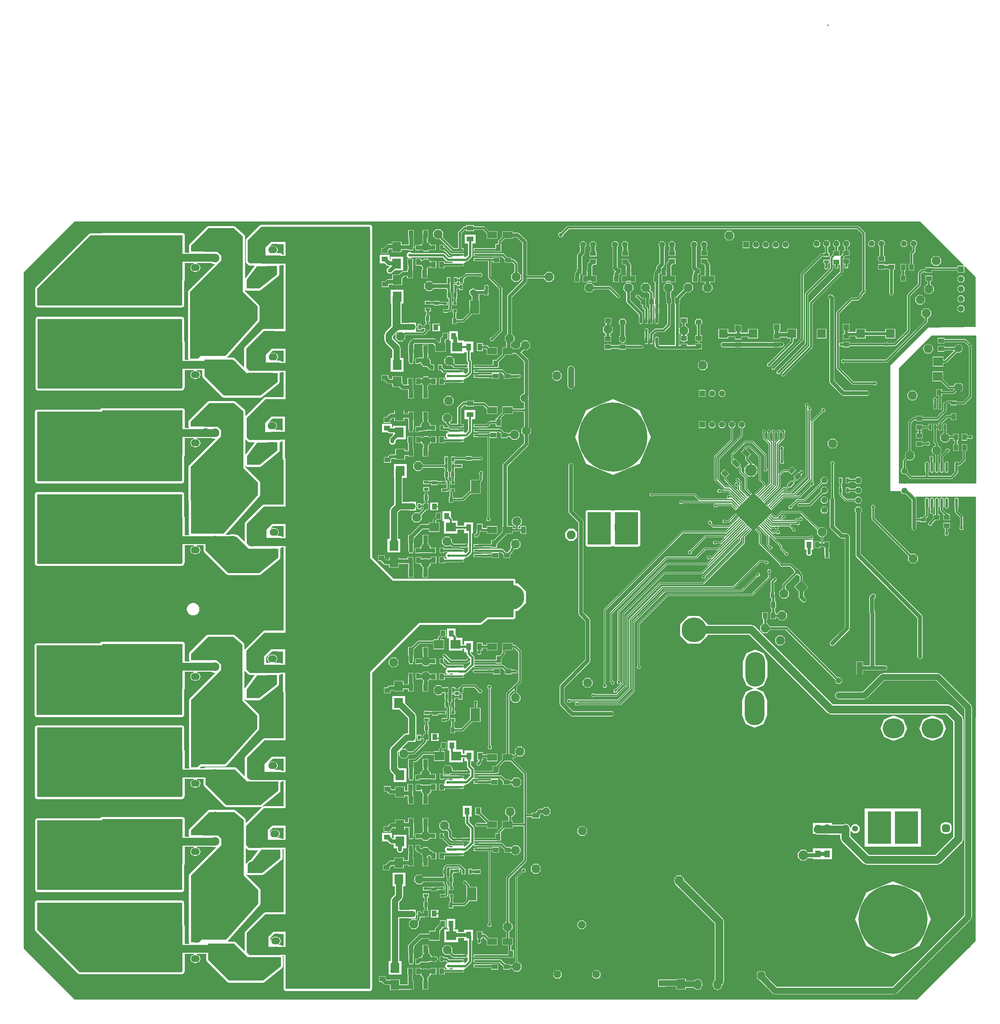
<source format=gbr>
%TF.GenerationSoftware,Altium Limited,Altium Designer,21.6.4 (81)*%
G04 Layer_Physical_Order=2*
G04 Layer_Color=16711680*
%FSLAX43Y43*%
%MOMM*%
%TF.SameCoordinates,B094594F-E5AE-4C03-B854-EF891E02AD71*%
%TF.FilePolarity,Positive*%
%TF.FileFunction,Copper,L2,Bot,Signal*%
%TF.Part,Single*%
G01*
G75*
%TA.AperFunction,NonConductor*%
%ADD11C,7.620*%
%TA.AperFunction,SMDPad,CuDef*%
%ADD18R,1.350X0.950*%
%ADD19R,1.508X1.157*%
%TA.AperFunction,Conductor*%
%ADD25C,1.000*%
%ADD28C,0.300*%
%ADD29C,0.600*%
%ADD30C,0.500*%
%ADD31C,0.800*%
%ADD34C,0.900*%
%ADD35C,2.000*%
%ADD38C,1.500*%
%ADD41C,1.600*%
%ADD54R,5.969X8.382*%
%TA.AperFunction,NonConductor*%
%ADD55R,5.969X8.382*%
%TA.AperFunction,ComponentPad*%
%ADD56C,2.286*%
%ADD57C,2.000*%
%ADD58C,1.950*%
G04:AMPARAMS|DCode=59|XSize=1.95mm|YSize=1.95mm|CornerRadius=0.488mm|HoleSize=0mm|Usage=FLASHONLY|Rotation=90.000|XOffset=0mm|YOffset=0mm|HoleType=Round|Shape=RoundedRectangle|*
%AMROUNDEDRECTD59*
21,1,1.950,0.975,0,0,90.0*
21,1,0.975,1.950,0,0,90.0*
1,1,0.975,0.488,0.488*
1,1,0.975,0.488,-0.488*
1,1,0.975,-0.488,-0.488*
1,1,0.975,-0.488,0.488*
%
%ADD59ROUNDEDRECTD59*%
%ADD60C,1.800*%
%ADD61C,2.200*%
%ADD62C,1.550*%
%ADD63R,1.550X1.550*%
%ADD64R,1.600X1.600*%
%ADD65C,1.600*%
%ADD66C,1.300*%
%ADD67R,1.300X1.300*%
%ADD68O,5.588X5.080*%
%ADD69C,2.500*%
%ADD70C,6.350*%
G04:AMPARAMS|DCode=71|XSize=1.95mm|YSize=1.95mm|CornerRadius=0.488mm|HoleSize=0mm|Usage=FLASHONLY|Rotation=0.000|XOffset=0mm|YOffset=0mm|HoleType=Round|Shape=RoundedRectangle|*
%AMROUNDEDRECTD71*
21,1,1.950,0.975,0,0,0.0*
21,1,0.975,1.950,0,0,0.0*
1,1,0.975,0.488,-0.488*
1,1,0.975,-0.488,-0.488*
1,1,0.975,-0.488,0.488*
1,1,0.975,0.488,0.488*
%
%ADD71ROUNDEDRECTD71*%
%ADD72C,1.524*%
%ADD73O,5.080X8.890*%
G04:AMPARAMS|DCode=74|XSize=1.6mm|YSize=1.6mm|CornerRadius=0.4mm|HoleSize=0mm|Usage=FLASHONLY|Rotation=270.000|XOffset=0mm|YOffset=0mm|HoleType=Round|Shape=RoundedRectangle|*
%AMROUNDEDRECTD74*
21,1,1.600,0.800,0,0,270.0*
21,1,0.800,1.600,0,0,270.0*
1,1,0.800,-0.400,-0.400*
1,1,0.800,-0.400,0.400*
1,1,0.800,0.400,0.400*
1,1,0.800,0.400,-0.400*
%
%ADD74ROUNDEDRECTD74*%
%ADD75O,4.826X6.350*%
%ADD76C,6.604*%
%ADD78C,3.048*%
%ADD79R,1.550X1.550*%
%ADD80O,2.286X1.778*%
%ADD81C,4.572*%
%ADD82R,2.286X2.286*%
%ADD83R,1.200X1.200*%
%ADD84C,1.200*%
G04:AMPARAMS|DCode=85|XSize=1.6mm|YSize=1.6mm|CornerRadius=0.4mm|HoleSize=0mm|Usage=FLASHONLY|Rotation=180.000|XOffset=0mm|YOffset=0mm|HoleType=Round|Shape=RoundedRectangle|*
%AMROUNDEDRECTD85*
21,1,1.600,0.800,0,0,180.0*
21,1,0.800,1.600,0,0,180.0*
1,1,0.800,-0.400,0.400*
1,1,0.800,0.400,0.400*
1,1,0.800,0.400,-0.400*
1,1,0.800,-0.400,-0.400*
%
%ADD85ROUNDEDRECTD85*%
%ADD86R,1.500X1.500*%
%ADD87C,1.500*%
%TA.AperFunction,TestPad*%
%ADD89C,0.700*%
%TA.AperFunction,ViaPad*%
%ADD90C,1.270*%
%ADD91C,0.500*%
%ADD92C,0.800*%
%ADD93C,1.000*%
%ADD94C,0.700*%
%ADD95C,1.500*%
%TA.AperFunction,SMDPad,CuDef*%
%ADD96R,1.508X1.207*%
%ADD97R,1.157X1.508*%
%ADD98R,2.450X3.400*%
%ADD99R,2.500X2.300*%
%ADD100R,1.207X1.508*%
%ADD101R,0.950X1.350*%
%ADD102R,2.300X2.500*%
%ADD103R,0.650X1.525*%
%ADD104R,0.757X1.308*%
%ADD105R,1.308X0.757*%
%ADD106R,1.300X1.800*%
%ADD107R,1.800X1.300*%
%ADD108R,1.450X1.800*%
%ADD109R,1.250X2.000*%
%ADD110R,0.900X0.650*%
G04:AMPARAMS|DCode=111|XSize=1.25mm|YSize=2mm|CornerRadius=0mm|HoleSize=0mm|Usage=FLASHONLY|Rotation=225.000|XOffset=0mm|YOffset=0mm|HoleType=Round|Shape=Rectangle|*
%AMROTATEDRECTD111*
4,1,4,-0.265,1.149,1.149,-0.265,0.265,-1.149,-1.149,0.265,-0.265,1.149,0.0*
%
%ADD111ROTATEDRECTD111*%

%ADD112R,2.270X0.558*%
G04:AMPARAMS|DCode=113|XSize=1.194mm|YSize=0.305mm|CornerRadius=0mm|HoleSize=0mm|Usage=FLASHONLY|Rotation=225.000|XOffset=0mm|YOffset=0mm|HoleType=Round|Shape=Rectangle|*
%AMROTATEDRECTD113*
4,1,4,0.314,0.530,0.530,0.314,-0.314,-0.530,-0.530,-0.314,0.314,0.530,0.0*
%
%ADD113ROTATEDRECTD113*%

G04:AMPARAMS|DCode=114|XSize=1.194mm|YSize=0.305mm|CornerRadius=0mm|HoleSize=0mm|Usage=FLASHONLY|Rotation=135.000|XOffset=0mm|YOffset=0mm|HoleType=Round|Shape=Rectangle|*
%AMROTATEDRECTD114*
4,1,4,0.530,-0.314,0.314,-0.530,-0.530,0.314,-0.314,0.530,0.530,-0.314,0.0*
%
%ADD114ROTATEDRECTD114*%

%ADD115O,0.700X2.600*%
G04:AMPARAMS|DCode=116|XSize=0.9mm|YSize=1.45mm|CornerRadius=0.05mm|HoleSize=0mm|Usage=FLASHONLY|Rotation=90.000|XOffset=0mm|YOffset=0mm|HoleType=Round|Shape=RoundedRectangle|*
%AMROUNDEDRECTD116*
21,1,0.900,1.351,0,0,90.0*
21,1,0.801,1.450,0,0,90.0*
1,1,0.099,0.676,0.401*
1,1,0.099,0.676,-0.401*
1,1,0.099,-0.676,-0.401*
1,1,0.099,-0.676,0.401*
%
%ADD116ROUNDEDRECTD116*%
G04:AMPARAMS|DCode=117|XSize=3.15mm|YSize=1.45mm|CornerRadius=0.051mm|HoleSize=0mm|Usage=FLASHONLY|Rotation=90.000|XOffset=0mm|YOffset=0mm|HoleType=Round|Shape=RoundedRectangle|*
%AMROUNDEDRECTD117*
21,1,3.150,1.349,0,0,90.0*
21,1,3.049,1.450,0,0,90.0*
1,1,0.102,0.674,1.524*
1,1,0.102,0.674,-1.524*
1,1,0.102,-0.674,-1.524*
1,1,0.102,-0.674,1.524*
%
%ADD117ROUNDEDRECTD117*%
%ADD118R,0.900X1.200*%
%ADD119R,0.808X1.262*%
%ADD120R,1.007X1.408*%
G04:AMPARAMS|DCode=121|XSize=1.207mm|YSize=1.508mm|CornerRadius=0mm|HoleSize=0mm|Usage=FLASHONLY|Rotation=315.000|XOffset=0mm|YOffset=0mm|HoleType=Round|Shape=Rectangle|*
%AMROTATEDRECTD121*
4,1,4,-0.960,-0.107,0.107,0.960,0.960,0.107,-0.107,-0.960,-0.960,-0.107,0.0*
%
%ADD121ROTATEDRECTD121*%

G04:AMPARAMS|DCode=122|XSize=1.207mm|YSize=1.508mm|CornerRadius=0mm|HoleSize=0mm|Usage=FLASHONLY|Rotation=45.000|XOffset=0mm|YOffset=0mm|HoleType=Round|Shape=Rectangle|*
%AMROTATEDRECTD122*
4,1,4,0.107,-0.960,-0.960,0.107,-0.107,0.960,0.960,-0.107,0.107,-0.960,0.0*
%
%ADD122ROTATEDRECTD122*%

G04:AMPARAMS|DCode=123|XSize=0.8mm|YSize=1.6mm|CornerRadius=0.2mm|HoleSize=0mm|Usage=FLASHONLY|Rotation=0.000|XOffset=0mm|YOffset=0mm|HoleType=Round|Shape=RoundedRectangle|*
%AMROUNDEDRECTD123*
21,1,0.800,1.200,0,0,0.0*
21,1,0.400,1.600,0,0,0.0*
1,1,0.400,0.200,-0.600*
1,1,0.400,-0.200,-0.600*
1,1,0.400,-0.200,0.600*
1,1,0.400,0.200,0.600*
%
%ADD123ROUNDEDRECTD123*%
G04:AMPARAMS|DCode=124|XSize=0.6mm|YSize=1.6mm|CornerRadius=0.15mm|HoleSize=0mm|Usage=FLASHONLY|Rotation=0.000|XOffset=0mm|YOffset=0mm|HoleType=Round|Shape=RoundedRectangle|*
%AMROUNDEDRECTD124*
21,1,0.600,1.300,0,0,0.0*
21,1,0.300,1.600,0,0,0.0*
1,1,0.300,0.150,-0.650*
1,1,0.300,-0.150,-0.650*
1,1,0.300,-0.150,0.650*
1,1,0.300,0.150,0.650*
%
%ADD124ROUNDEDRECTD124*%
%ADD125R,2.500X1.700*%
%ADD126R,1.556X1.505*%
G04:AMPARAMS|DCode=127|XSize=0.95mm|YSize=1.35mm|CornerRadius=0mm|HoleSize=0mm|Usage=FLASHONLY|Rotation=135.000|XOffset=0mm|YOffset=0mm|HoleType=Round|Shape=Rectangle|*
%AMROTATEDRECTD127*
4,1,4,0.813,0.141,-0.141,-0.813,-0.813,-0.141,0.141,0.813,0.813,0.141,0.0*
%
%ADD127ROTATEDRECTD127*%

G04:AMPARAMS|DCode=128|XSize=0.95mm|YSize=1.35mm|CornerRadius=0mm|HoleSize=0mm|Usage=FLASHONLY|Rotation=45.000|XOffset=0mm|YOffset=0mm|HoleType=Round|Shape=Rectangle|*
%AMROTATEDRECTD128*
4,1,4,0.141,-0.813,-0.813,0.141,-0.141,0.813,0.813,-0.141,0.141,-0.813,0.0*
%
%ADD128ROTATEDRECTD128*%

G04:AMPARAMS|DCode=129|XSize=2.45mm|YSize=2.35mm|CornerRadius=0mm|HoleSize=0mm|Usage=FLASHONLY|Rotation=315.000|XOffset=0mm|YOffset=0mm|HoleType=Round|Shape=Rectangle|*
%AMROTATEDRECTD129*
4,1,4,-1.697,0.035,-0.035,1.697,1.697,-0.035,0.035,-1.697,-1.697,0.035,0.0*
%
%ADD129ROTATEDRECTD129*%

%TA.AperFunction,NonConductor*%
%ADD130C,0.254*%
%TA.AperFunction,Conductor*%
%ADD131C,0.580*%
%ADD132C,0.280*%
%ADD133C,5.000*%
%TA.AperFunction,NonConductor*%
%ADD134C,0.300*%
%TA.AperFunction,Conductor*%
%ADD135R,20.701X11.557*%
%TA.AperFunction,ComponentPad*%
%ADD136O,2.032X2.540*%
%TA.AperFunction,TestPad*%
%ADD137C,1.000*%
G36*
X241991Y188652D02*
X241938Y188525D01*
X240350D01*
Y188029D01*
X233854D01*
Y188104D01*
X232146D01*
Y187650D01*
X231250D01*
X231250Y187650D01*
X230982Y187539D01*
X230982Y187539D01*
X230325Y186882D01*
X230214Y186614D01*
X230214Y186614D01*
Y183870D01*
X227514Y181170D01*
X227403Y180902D01*
X227403Y180902D01*
Y171979D01*
X224127Y168704D01*
X222478D01*
X222357Y168825D01*
X221943D01*
X221809Y168691D01*
X212595D01*
Y169002D01*
X210887D01*
Y168786D01*
X210760Y168733D01*
X210694Y168799D01*
X210280D01*
X210106Y168625D01*
X209979Y168677D01*
Y176306D01*
X213269Y179596D01*
X214675D01*
X214675Y179596D01*
X214943Y179707D01*
X215728Y180492D01*
X215728Y180492D01*
X215839Y180760D01*
X215839Y180760D01*
Y180964D01*
X216346Y181471D01*
X216436D01*
X216729Y181764D01*
Y182178D01*
X216608Y182299D01*
Y196871D01*
X216608Y196871D01*
X216497Y197139D01*
X216497Y197139D01*
X214993Y198643D01*
X214725Y198754D01*
X214725Y198754D01*
X140251D01*
X140251Y198754D01*
X139983Y198643D01*
X139983Y198643D01*
X138418Y197078D01*
X138105D01*
X137754Y196727D01*
Y196229D01*
X138105Y195878D01*
X138602D01*
X138954Y196229D01*
Y196542D01*
X140408Y197996D01*
X214568D01*
X215850Y196714D01*
Y182299D01*
X215729Y182178D01*
Y181926D01*
X215192Y181389D01*
X215081Y181121D01*
X215081Y181121D01*
Y180917D01*
X214518Y180354D01*
X213113D01*
X213113Y180354D01*
X212845Y180243D01*
X212845Y180243D01*
X209332Y176730D01*
X209221Y176462D01*
X209221Y176462D01*
Y162275D01*
X209221Y162275D01*
X209332Y162007D01*
X213257Y158082D01*
X213257Y158082D01*
X213525Y157971D01*
X218772D01*
X218893Y157850D01*
X219307D01*
X219600Y158143D01*
Y158557D01*
X219307Y158850D01*
X218893D01*
X218772Y158729D01*
X213682D01*
X209979Y162432D01*
Y167921D01*
X210106Y167973D01*
X210280Y167799D01*
X210694D01*
X210760Y167865D01*
X210887Y167812D01*
Y167596D01*
X212595D01*
Y167933D01*
X221835D01*
X221943Y167825D01*
X222357D01*
X222478Y167946D01*
X224284D01*
X224284Y167946D01*
X224552Y168057D01*
X228050Y171555D01*
X228050Y171555D01*
X228161Y171823D01*
X228161Y171823D01*
Y180745D01*
X230861Y183445D01*
X230861Y183445D01*
X230972Y183713D01*
X230972Y183713D01*
Y186457D01*
X231407Y186892D01*
X232146D01*
Y186698D01*
X233854D01*
Y187271D01*
X240350D01*
Y186775D01*
X242100D01*
Y188363D01*
X242227Y188416D01*
X245000Y185643D01*
Y172815D01*
X232878Y172678D01*
X223075Y162875D01*
Y130950D01*
Y130640D01*
X225800D01*
Y130393D01*
X226313Y129880D01*
X227019D01*
X228554Y128345D01*
Y123275D01*
Y121125D01*
X228728Y120704D01*
X229149Y120530D01*
X229570Y120704D01*
X229745Y121125D01*
Y122896D01*
X230730D01*
Y122700D01*
X232280D01*
Y123717D01*
X232693Y124130D01*
X232693Y124130D01*
X232804Y124398D01*
Y126278D01*
X232937Y126600D01*
Y128500D01*
X232794Y128844D01*
X232450Y128987D01*
X232106Y128844D01*
X231963Y128500D01*
Y126600D01*
X232046Y126399D01*
Y124555D01*
X231360Y123868D01*
X231352Y123850D01*
X230730D01*
Y123654D01*
X229745D01*
Y128592D01*
X229570Y129013D01*
X229450Y129133D01*
X229499Y129250D01*
X245024D01*
X245114Y129160D01*
X245000Y15123D01*
X229886Y9D01*
X13466Y9D01*
X336Y13139D01*
X336Y186836D01*
X13375Y199875D01*
X230768D01*
X241991Y188652D01*
D02*
G37*
G36*
X245188Y132592D02*
X225228D01*
Y162125D01*
X233678Y170575D01*
X245188D01*
Y132592D01*
D02*
G37*
%LPC*%
G36*
X182199Y197543D02*
X181169D01*
X180441Y196815D01*
Y195785D01*
X181169Y195057D01*
X182199D01*
X182927Y195785D01*
Y196815D01*
X182199Y197543D01*
D02*
G37*
G36*
X100568Y197735D02*
X99118D01*
Y195535D01*
X99294D01*
Y194850D01*
Y193987D01*
X97438D01*
Y194755D01*
X94938D01*
Y194127D01*
X94037D01*
X93578Y193937D01*
X92733Y193092D01*
X92729Y193082D01*
X92235D01*
Y191675D01*
X93943D01*
Y192465D01*
X94306Y192828D01*
X94938D01*
Y192055D01*
X97438D01*
Y192615D01*
X99412D01*
Y192475D01*
X100420D01*
Y192855D01*
X100565Y193206D01*
Y193241D01*
X100521Y193349D01*
X100592Y193521D01*
Y194850D01*
Y196535D01*
X100568Y196594D01*
Y197735D01*
D02*
G37*
G36*
X104318D02*
X102868D01*
Y196669D01*
X102819Y196550D01*
Y195592D01*
X102819Y195592D01*
Y194365D01*
X102450Y193996D01*
Y193912D01*
X102024D01*
Y193937D01*
X101016D01*
Y193726D01*
X101005Y193721D01*
X100815Y193262D01*
X101005Y192803D01*
X101016Y192798D01*
Y192475D01*
X102024D01*
Y192613D01*
X102804D01*
X103178Y192238D01*
X104208D01*
X104582Y192613D01*
X105118D01*
Y192506D01*
X106218D01*
Y193143D01*
X106267Y193262D01*
X106218Y193382D01*
Y193906D01*
X105631D01*
X105618Y193912D01*
X104936D01*
Y193996D01*
X104208Y194724D01*
X104117D01*
Y195535D01*
X104318D01*
Y197735D01*
D02*
G37*
G36*
X226922Y195075D02*
X226218D01*
X225720Y194577D01*
Y193873D01*
X226218Y193375D01*
X226922D01*
X227420Y193873D01*
Y194577D01*
X226922Y195075D01*
D02*
G37*
G36*
X218632D02*
X217928D01*
X217430Y194577D01*
Y193873D01*
X217928Y193375D01*
X218632D01*
X219130Y193873D01*
Y194577D01*
X218632Y195075D01*
D02*
G37*
G36*
X204508Y195117D02*
X203762D01*
X203235Y194590D01*
Y193844D01*
X203762Y193317D01*
X204508D01*
X205035Y193844D01*
Y194590D01*
X204508Y195117D01*
D02*
G37*
G36*
X196497Y194838D02*
X195772D01*
X195259Y194325D01*
Y193601D01*
X195772Y193088D01*
X196497D01*
X197009Y193601D01*
Y194325D01*
X196497Y194838D01*
D02*
G37*
G36*
X193956D02*
X193232D01*
X192719Y194325D01*
Y193601D01*
X193232Y193088D01*
X193956D01*
X194469Y193601D01*
Y194325D01*
X193956Y194838D01*
D02*
G37*
G36*
X191417D02*
X190692D01*
X190179Y194325D01*
Y193601D01*
X190692Y193088D01*
X191417D01*
X191929Y193601D01*
Y194325D01*
X191417Y194838D01*
D02*
G37*
G36*
X188876D02*
X188152D01*
X187639Y194325D01*
Y193601D01*
X188152Y193088D01*
X188876D01*
X189389Y193601D01*
Y194325D01*
X188876Y194838D01*
D02*
G37*
G36*
X186849D02*
X185099D01*
Y193088D01*
X186849D01*
Y194838D01*
D02*
G37*
G36*
X116043Y198986D02*
X114043D01*
Y198633D01*
X113593D01*
X113287Y198506D01*
X112077Y197296D01*
X111950Y196990D01*
Y193074D01*
X110775D01*
X107888Y195960D01*
X108061Y196133D01*
Y197163D01*
X107333Y197891D01*
X106303D01*
X105575Y197163D01*
Y196133D01*
X106303Y195405D01*
X107219D01*
X110289Y192335D01*
X110595Y192208D01*
X112204D01*
X112294Y192245D01*
X112383Y192208D01*
X112513Y192262D01*
X113439D01*
Y193020D01*
X112816D01*
Y196811D01*
X113772Y197767D01*
X114043D01*
Y197486D01*
X116043D01*
Y197767D01*
X118390D01*
X119368Y196789D01*
Y195501D01*
X122068D01*
Y197401D01*
X119980D01*
X118875Y198506D01*
X118569Y198633D01*
X116043D01*
Y198986D01*
D02*
G37*
G36*
X207048Y195117D02*
X206302D01*
X205775Y194590D01*
Y193844D01*
X206296Y193323D01*
Y191834D01*
X205921D01*
Y191735D01*
X205451D01*
X205451Y191735D01*
X205183Y191624D01*
X205183Y191624D01*
X200132Y186573D01*
X200021Y186305D01*
X200021Y186305D01*
Y169832D01*
X192914Y162725D01*
X192814D01*
X192550Y162461D01*
Y162089D01*
X192814Y161825D01*
X193186D01*
X193450Y162089D01*
Y162189D01*
X200668Y169407D01*
X200779Y169675D01*
X200779Y169675D01*
Y186148D01*
X205608Y190977D01*
X205921D01*
Y190878D01*
X207429D01*
Y191834D01*
X207054D01*
Y193323D01*
X207575Y193844D01*
Y194590D01*
X207048Y195117D01*
D02*
G37*
G36*
X175531Y194813D02*
X174827D01*
X174329Y194315D01*
Y193611D01*
X174555Y193385D01*
Y192492D01*
X174376D01*
Y191085D01*
X176084D01*
Y192492D01*
X175854D01*
Y193436D01*
X176029Y193611D01*
Y194315D01*
X175531Y194813D01*
D02*
G37*
G36*
X167276D02*
X166572D01*
X166074Y194315D01*
Y193611D01*
X166300Y193385D01*
Y192492D01*
X166121D01*
Y191085D01*
X167829D01*
Y192492D01*
X167599D01*
Y193436D01*
X167774Y193611D01*
Y194315D01*
X167276Y194813D01*
D02*
G37*
G36*
X212128Y195117D02*
X211382D01*
X210855Y194590D01*
Y193844D01*
X211333Y193366D01*
Y192479D01*
X210901D01*
Y191720D01*
X210212Y191031D01*
X210202Y191021D01*
X210202Y191021D01*
X210190Y191017D01*
X210069Y191078D01*
X210069Y191120D01*
X210069Y191120D01*
X210069Y191122D01*
Y192357D01*
X209594D01*
Y193323D01*
X210115Y193844D01*
Y194590D01*
X209588Y195117D01*
X208842D01*
X208315Y194590D01*
Y193844D01*
X208836Y193323D01*
Y192357D01*
X208361D01*
Y191536D01*
X207693Y190868D01*
X207582Y190600D01*
X207582Y190600D01*
Y187848D01*
X201277Y181543D01*
X201166Y181275D01*
X201166Y181275D01*
Y168552D01*
X194239Y161625D01*
X194139D01*
X193875Y161361D01*
Y160989D01*
X194139Y160725D01*
X194511D01*
X194775Y160989D01*
Y161089D01*
X201813Y168127D01*
X201813Y168127D01*
X201924Y168395D01*
Y181118D01*
X208229Y187423D01*
X208229Y187423D01*
X208340Y187691D01*
X208340Y187691D01*
Y188730D01*
X208361Y188849D01*
X208467Y188849D01*
X208782D01*
Y188433D01*
X208765Y188416D01*
Y188043D01*
X209029Y187780D01*
X209401D01*
X209665Y188043D01*
Y188416D01*
X209648Y188433D01*
Y188849D01*
X210069Y188849D01*
X210079Y188726D01*
Y187001D01*
X202372Y179293D01*
X202248Y178995D01*
Y167870D01*
X195403Y161025D01*
X195364D01*
X195100Y160761D01*
Y160389D01*
X195364Y160125D01*
X195736D01*
X196000Y160389D01*
Y160428D01*
X202968Y167396D01*
X203092Y167695D01*
Y178820D01*
X210799Y186527D01*
X210923Y186826D01*
Y188971D01*
X211322D01*
Y188556D01*
X211305Y188539D01*
Y188166D01*
X211569Y187902D01*
X211941D01*
X212205Y188166D01*
Y188539D01*
X212188Y188556D01*
Y188971D01*
X212609D01*
Y190328D01*
X210923D01*
Y190548D01*
X211498Y191123D01*
X212609D01*
Y192479D01*
X212177D01*
Y193366D01*
X212655Y193844D01*
Y194590D01*
X212128Y195117D01*
D02*
G37*
G36*
X155211Y194813D02*
X154507D01*
X154009Y194315D01*
Y193611D01*
X154260Y193360D01*
Y192399D01*
X154056D01*
Y190993D01*
X155764D01*
Y192399D01*
X155559D01*
Y193461D01*
X155709Y193611D01*
Y194315D01*
X155211Y194813D01*
D02*
G37*
G36*
X146956D02*
X146252D01*
X145754Y194315D01*
Y193611D01*
X145980Y193385D01*
Y192365D01*
X145801D01*
Y190958D01*
X147509D01*
Y192365D01*
X147279D01*
Y193436D01*
X147454Y193611D01*
Y194315D01*
X146956Y194813D01*
D02*
G37*
G36*
X116443Y196536D02*
X113643D01*
Y194236D01*
X114502D01*
Y191276D01*
X113966Y190740D01*
X113839Y190793D01*
Y190880D01*
X113475D01*
X113439Y190992D01*
X113439Y191007D01*
Y191750D01*
X112513D01*
X112383Y191804D01*
X110205D01*
X108797Y193212D01*
X108491Y193339D01*
X108318D01*
Y193906D01*
X107218D01*
Y192506D01*
X107838D01*
X107918Y192473D01*
X108311D01*
X109720Y191065D01*
X110026Y190938D01*
X110466D01*
X110569Y190880D01*
X110569Y190811D01*
Y190642D01*
X109559D01*
X108564Y191638D01*
X108181Y191796D01*
X108181Y191796D01*
X100031D01*
X99823Y192005D01*
X99201D01*
X98762Y191566D01*
Y190944D01*
X99201Y190505D01*
X99823D01*
X100031Y190714D01*
X107957D01*
X108952Y189718D01*
X108952Y189718D01*
X109335Y189560D01*
X109335Y189560D01*
X110479D01*
X110569Y189470D01*
X110569Y189322D01*
X110466Y189264D01*
X108472D01*
Y189685D01*
X107066D01*
Y187977D01*
X108472D01*
Y188398D01*
X112383D01*
X112513Y188452D01*
X113439D01*
Y189195D01*
X113439Y189210D01*
X113475Y189322D01*
X113839D01*
Y189560D01*
X114093D01*
X114093Y189560D01*
X114475Y189718D01*
X115426Y190669D01*
X115426Y190669D01*
X115584Y191051D01*
X115584Y191051D01*
Y194236D01*
X116443D01*
Y196536D01*
D02*
G37*
G36*
X122622Y190704D02*
X120914D01*
Y190480D01*
X118467D01*
Y190480D01*
X115997D01*
Y189722D01*
X118467D01*
Y189722D01*
X119721D01*
Y185568D01*
X119721Y185568D01*
X119832Y185300D01*
X122546Y182586D01*
Y172082D01*
X120664Y170200D01*
X120493D01*
X120200Y169907D01*
Y169493D01*
X120493Y169200D01*
X120907D01*
X121200Y169493D01*
Y169664D01*
X123193Y171657D01*
X123193Y171657D01*
X123304Y171925D01*
Y182743D01*
X123193Y183011D01*
X123193Y183011D01*
X120479Y185725D01*
Y189722D01*
X120914D01*
Y189298D01*
X122622D01*
Y190704D01*
D02*
G37*
G36*
X104208Y190331D02*
X103178D01*
X102769Y189921D01*
X102470D01*
Y190310D01*
X101064D01*
Y188602D01*
X102450D01*
Y188573D01*
X102756Y188267D01*
Y187906D01*
X102792Y187821D01*
X102786Y187806D01*
Y187575D01*
X102618D01*
Y185375D01*
X104068D01*
Y186081D01*
X104085Y186122D01*
Y187806D01*
X104110Y187845D01*
X104208D01*
X104536Y188173D01*
X104964D01*
Y187977D01*
X106370D01*
Y189685D01*
X104964D01*
X104964Y189685D01*
Y189685D01*
X104842Y189697D01*
X104208Y190331D01*
D02*
G37*
G36*
X221172Y195075D02*
X220468D01*
X219970Y194577D01*
Y193873D01*
X220279Y193564D01*
Y191054D01*
X219966D01*
Y189648D01*
X221674D01*
Y191054D01*
X221361D01*
Y193564D01*
X221670Y193873D01*
Y194577D01*
X221172Y195075D01*
D02*
G37*
G36*
X224214Y188952D02*
X222506D01*
Y188790D01*
X221674D01*
Y188952D01*
X219966D01*
Y187546D01*
X221674D01*
Y187708D01*
X222506D01*
Y187546D01*
X222819D01*
Y181484D01*
X222784Y181400D01*
X222942Y181017D01*
X223325Y180859D01*
X223708Y181017D01*
X223743Y181052D01*
X223743Y181052D01*
X223901Y181435D01*
Y187546D01*
X224214D01*
Y188952D01*
D02*
G37*
G36*
X235341Y191041D02*
X234312D01*
X233584Y190313D01*
Y189283D01*
X234312Y188555D01*
X235341D01*
X236070Y189283D01*
Y190313D01*
X235341Y191041D01*
D02*
G37*
G36*
X207429Y190082D02*
X205921D01*
Y189126D01*
X206200D01*
Y188349D01*
X206145Y188293D01*
Y187921D01*
X206409Y187657D01*
X206782D01*
X207045Y187921D01*
Y188094D01*
X207066Y188145D01*
Y189126D01*
X207429D01*
Y190082D01*
D02*
G37*
G36*
X229462Y195075D02*
X228758D01*
X228260Y194577D01*
Y193873D01*
X228731Y193402D01*
Y192412D01*
X228257Y191938D01*
X228146Y191670D01*
X228146Y191670D01*
Y188979D01*
X227773D01*
Y187271D01*
X228516D01*
X228525Y187267D01*
X228534Y187271D01*
X229179D01*
Y188979D01*
X228904D01*
Y191513D01*
X229378Y191987D01*
X229378Y191987D01*
X229489Y192255D01*
X229489Y192255D01*
Y193402D01*
X229960Y193873D01*
Y194577D01*
X229462Y195075D01*
D02*
G37*
G36*
X94343Y191380D02*
X91835D01*
Y189173D01*
X93121D01*
X93652Y188642D01*
X94188Y188420D01*
X94366D01*
X94414Y188303D01*
X94246Y188134D01*
X94099D01*
X93631Y187666D01*
Y187003D01*
X94099Y186534D01*
X94762D01*
X95007Y186780D01*
X95053Y186799D01*
X95610Y187355D01*
X97838D01*
Y190855D01*
X94538D01*
Y190121D01*
X94416Y190067D01*
X94343Y190124D01*
Y191380D01*
D02*
G37*
G36*
X117907Y186700D02*
X117493D01*
X117372Y186579D01*
X113993D01*
X113726Y186468D01*
X113725Y186468D01*
X112883Y185625D01*
X112268D01*
Y185229D01*
X111805D01*
Y185604D01*
X110848D01*
Y184096D01*
X111805D01*
Y184471D01*
X112268D01*
Y184075D01*
X113418D01*
Y185089D01*
X114150Y185821D01*
X117372D01*
X117493Y185700D01*
X117907D01*
X118200Y185993D01*
Y186407D01*
X117907Y186700D01*
D02*
G37*
G36*
X100368Y190310D02*
X98962D01*
Y188602D01*
X99050D01*
Y187575D01*
X98868D01*
Y187124D01*
X97875D01*
X97416Y186934D01*
X96732Y186250D01*
X95050D01*
Y185054D01*
X93979D01*
X93520Y184863D01*
X93160Y184504D01*
X92371D01*
Y183098D01*
X94079D01*
Y183586D01*
X94248Y183755D01*
X95050D01*
Y183550D01*
X97550D01*
Y185232D01*
X98144Y185826D01*
X98868D01*
Y185375D01*
X100318D01*
Y187290D01*
X100349Y187364D01*
Y188602D01*
X100368D01*
Y190310D01*
D02*
G37*
G36*
X61372Y199091D02*
X60990Y198933D01*
X57492Y195435D01*
X57492Y195435D01*
X57334Y195053D01*
X57334Y195053D01*
Y189657D01*
X57334Y189657D01*
X57492Y189274D01*
X57492Y189274D01*
X58013Y188754D01*
X58395Y188595D01*
X58395Y188595D01*
X59584D01*
X59641Y188482D01*
X57297Y185296D01*
X57170Y185337D01*
Y196137D01*
X57161Y196158D01*
X57168Y196180D01*
X57083Y196347D01*
X57012Y196519D01*
X56990Y196528D01*
X56980Y196549D01*
X54572Y198599D01*
X54394Y198656D01*
X54221Y198728D01*
X47798D01*
X47416Y198569D01*
X47416Y198569D01*
X42955Y194109D01*
X42796Y193726D01*
X42796Y193726D01*
Y192185D01*
X42875Y191995D01*
X42890Y191958D01*
X42819Y191853D01*
X41690D01*
Y196396D01*
X41532Y196779D01*
X41149Y196937D01*
X20448D01*
X20337Y196892D01*
X17467D01*
X17467Y196892D01*
X17084Y196733D01*
X17084Y196733D01*
X3440Y183089D01*
X3362Y182900D01*
X3282Y182712D01*
X3241Y178433D01*
X3241Y178431D01*
X3241Y178430D01*
X3318Y178240D01*
X3395Y178049D01*
X3397Y178048D01*
X3397Y178047D01*
X3487Y177956D01*
X3488Y177956D01*
X3488Y177955D01*
X3679Y177876D01*
X3869Y177796D01*
X3870Y177797D01*
X3871Y177796D01*
X41022D01*
X41405Y177955D01*
X41563Y178337D01*
Y184533D01*
X41690Y184839D01*
Y189255D01*
X43964D01*
X44121Y189190D01*
Y189053D01*
X43440Y188771D01*
X43127Y188014D01*
X43440Y187257D01*
X44197Y186944D01*
X44705D01*
X45462Y187257D01*
X45775Y188014D01*
X45462Y188771D01*
X44781Y189053D01*
Y189190D01*
X44938Y189255D01*
X48649D01*
X48879Y189025D01*
X49335D01*
X49383Y188908D01*
X42692Y182217D01*
X42692Y182217D01*
X42534Y181834D01*
X42534Y181834D01*
Y164679D01*
X42612Y164490D01*
X42625Y164458D01*
X42554Y164353D01*
X41690D01*
Y168896D01*
X41563Y169203D01*
Y174881D01*
X41405Y175263D01*
X41022Y175422D01*
X3900D01*
X3517Y175263D01*
X3359Y174881D01*
Y157019D01*
X3517Y156637D01*
X3900Y156478D01*
X41022D01*
X41405Y156637D01*
X41563Y157019D01*
Y157033D01*
X41690Y157339D01*
Y161755D01*
X43964D01*
X44121Y161690D01*
Y161553D01*
X43440Y161271D01*
X43127Y160514D01*
X43440Y159757D01*
X44197Y159444D01*
X44705D01*
X45462Y159757D01*
X45775Y160514D01*
X45462Y161271D01*
X44781Y161553D01*
Y161690D01*
X44938Y161755D01*
X46219D01*
Y160198D01*
X46219Y160198D01*
X46377Y159815D01*
X51386Y154807D01*
X51769Y154648D01*
X51769Y154648D01*
X61225D01*
X61392Y154718D01*
X61566Y154769D01*
X65901Y158278D01*
X65915Y158305D01*
X65943Y158316D01*
X66012Y158483D01*
X66098Y158642D01*
X66090Y158671D01*
X66101Y158699D01*
Y160946D01*
X66091Y160970D01*
X66114Y161005D01*
X66497Y161163D01*
X66532Y161247D01*
X67084D01*
Y154805D01*
X64009D01*
X64009Y154805D01*
X64009Y154805D01*
X62420D01*
X62420Y154805D01*
X62037Y154647D01*
X62037Y154647D01*
X57427Y150037D01*
X57310Y150086D01*
Y151175D01*
X57301Y151197D01*
X57308Y151219D01*
X57223Y151385D01*
X57152Y151558D01*
X57130Y151567D01*
X57120Y151588D01*
X54712Y153638D01*
X54534Y153695D01*
X54361Y153767D01*
X47938D01*
X47938Y153767D01*
X47556Y153608D01*
X47556Y153608D01*
X42832Y148885D01*
X42674Y148502D01*
X42674Y148502D01*
Y147225D01*
X42753Y147035D01*
X42784Y146958D01*
X42713Y146853D01*
X41690D01*
Y151397D01*
X41532Y151779D01*
X41149Y151938D01*
X20448D01*
X20065Y151779D01*
X19982Y151577D01*
X3745D01*
X3362Y151419D01*
X3204Y151036D01*
Y133175D01*
X3362Y132792D01*
X3745Y132634D01*
X41022D01*
X41405Y132792D01*
X41563Y133175D01*
Y139533D01*
X41690Y139840D01*
Y144255D01*
X43964D01*
X44121Y144190D01*
Y144053D01*
X43440Y143771D01*
X43127Y143014D01*
X43440Y142257D01*
X44197Y141944D01*
X44705D01*
X45462Y142257D01*
X45775Y143014D01*
X45462Y143771D01*
X44781Y144053D01*
Y144190D01*
X44938Y144255D01*
X47075D01*
X47188Y144302D01*
X47301Y144255D01*
X48724D01*
X48879Y144100D01*
X49511D01*
X49560Y143983D01*
X42832Y137255D01*
X42832Y137254D01*
X42831Y137254D01*
X42753Y137063D01*
X42674Y136873D01*
X42674Y136871D01*
X42674Y136870D01*
X42744Y119695D01*
X42824Y119505D01*
X42854Y119432D01*
X42784Y119327D01*
X41690D01*
Y123895D01*
X41563Y124202D01*
Y129831D01*
X41405Y130213D01*
X41022Y130372D01*
X3745D01*
X3362Y130213D01*
X3204Y129831D01*
Y111969D01*
X3362Y111587D01*
X3745Y111428D01*
X41022D01*
X41405Y111587D01*
X41563Y111969D01*
Y112032D01*
X41690Y112338D01*
Y116729D01*
X44010D01*
X44090Y116670D01*
X44082Y116537D01*
X43440Y116271D01*
X43127Y115514D01*
X43440Y114757D01*
X44197Y114444D01*
X44705D01*
X45462Y114757D01*
X45775Y115514D01*
X45462Y116271D01*
X44781Y116553D01*
Y116690D01*
X44988Y116776D01*
X46535D01*
Y115390D01*
X46535Y115390D01*
X46694Y115008D01*
X46694Y115008D01*
X52495Y109206D01*
X52878Y109048D01*
X52878Y109048D01*
X60861D01*
X61029Y109117D01*
X61202Y109168D01*
X66077Y113115D01*
X66092Y113141D01*
X66119Y113153D01*
X66189Y113320D01*
X66275Y113479D01*
X66266Y113508D01*
X66278Y113536D01*
Y115875D01*
X66357Y116015D01*
X66655Y116139D01*
X66700Y116247D01*
X67084D01*
Y94816D01*
X64083D01*
X64083Y94816D01*
X64083Y94816D01*
X62212D01*
X61829Y94658D01*
X61829Y94658D01*
X57194Y90023D01*
X57155Y90026D01*
X57067Y90060D01*
Y91187D01*
X57058Y91208D01*
X57065Y91230D01*
X56980Y91396D01*
X56909Y91569D01*
X56887Y91578D01*
X56877Y91599D01*
X54469Y93649D01*
X54291Y93706D01*
X54118Y93778D01*
X47695D01*
X47313Y93619D01*
X47313Y93619D01*
X42940Y89247D01*
X42781Y88864D01*
X42781Y88864D01*
Y87234D01*
X42860Y87044D01*
X42886Y86980D01*
X42801Y86853D01*
X41690D01*
Y91395D01*
X41532Y91778D01*
X41149Y91936D01*
X20448D01*
X20065Y91778D01*
X19962Y91527D01*
X3616D01*
X3233Y91369D01*
X3075Y90986D01*
Y73125D01*
X3233Y72742D01*
X3616Y72584D01*
X41022D01*
X41405Y72742D01*
X41563Y73125D01*
Y79532D01*
X41690Y79838D01*
Y84255D01*
X43964D01*
X44121Y84190D01*
Y84053D01*
X43440Y83771D01*
X43127Y83014D01*
X43440Y82257D01*
X44197Y81944D01*
X44705D01*
X45462Y82257D01*
X45775Y83014D01*
X45462Y83771D01*
X44781Y84053D01*
Y84190D01*
X44938Y84255D01*
X48649D01*
X48879Y84025D01*
X49419D01*
X49467Y83908D01*
X42940Y77380D01*
X42940Y77380D01*
X42781Y76997D01*
X42781Y76997D01*
Y59725D01*
X42860Y59536D01*
X42891Y59458D01*
X42820Y59353D01*
X41690D01*
Y63895D01*
X41563Y64202D01*
Y69931D01*
X41405Y70313D01*
X41022Y70472D01*
X3745D01*
X3362Y70313D01*
X3204Y69931D01*
Y52069D01*
X3362Y51687D01*
X3745Y51528D01*
X41022D01*
X41405Y51687D01*
X41513Y51948D01*
X41532Y51956D01*
X41690Y52338D01*
Y56755D01*
X43964D01*
X44121Y56690D01*
Y56553D01*
X43440Y56271D01*
X43127Y55514D01*
X43440Y54757D01*
X44197Y54444D01*
X44705D01*
X45462Y54757D01*
X45775Y55514D01*
X45462Y56271D01*
X44781Y56553D01*
Y56690D01*
X44938Y56755D01*
X46519D01*
Y55273D01*
X46519Y55273D01*
X46677Y54890D01*
X51956Y49612D01*
X52339Y49453D01*
X52339Y49453D01*
X61191D01*
X61358Y49522D01*
X61444Y49548D01*
X61511Y49435D01*
X57509Y45433D01*
X57391Y45481D01*
Y46175D01*
X57382Y46196D01*
X57389Y46218D01*
X57304Y46385D01*
X57233Y46558D01*
X57211Y46567D01*
X57201Y46587D01*
X54793Y48637D01*
X54615Y48695D01*
X54443Y48766D01*
X48019D01*
X48019Y48766D01*
X47637Y48608D01*
X47637Y48608D01*
X42913Y43884D01*
X42755Y43502D01*
X42755Y43502D01*
Y42225D01*
X42834Y42035D01*
X42865Y41958D01*
X42794Y41853D01*
X41690D01*
Y46395D01*
X41532Y46778D01*
X41149Y46936D01*
X20448D01*
X20065Y46778D01*
X19990Y46597D01*
X3800D01*
X3417Y46438D01*
X3259Y46056D01*
Y28194D01*
X3417Y27812D01*
X3800Y27653D01*
X6600D01*
X6746Y27593D01*
X7254D01*
X7400Y27653D01*
X16600D01*
X16746Y27593D01*
X17254D01*
X17400Y27653D01*
X41022D01*
X41405Y27812D01*
X41563Y28194D01*
Y34531D01*
X41690Y34838D01*
Y39255D01*
X43964D01*
X44121Y39190D01*
Y39053D01*
X43440Y38771D01*
X43127Y38014D01*
X43440Y37257D01*
X44197Y36944D01*
X44705D01*
X45462Y37257D01*
X45775Y38014D01*
X45462Y38771D01*
X44781Y39053D01*
Y39190D01*
X44938Y39255D01*
X48814D01*
X48879Y39191D01*
X49683D01*
X49732Y39073D01*
X42913Y32255D01*
X42913Y32255D01*
X42755Y31872D01*
X42755Y31872D01*
Y14717D01*
X42833Y14528D01*
X42861Y14458D01*
X42790Y14353D01*
X41690D01*
Y18896D01*
X41563Y19203D01*
Y24931D01*
X41405Y25313D01*
X41022Y25472D01*
X3745D01*
X3362Y25313D01*
X3204Y24931D01*
Y17981D01*
X3204Y17981D01*
X3362Y17599D01*
X3362Y17599D01*
X14274Y6687D01*
X14657Y6528D01*
X14657Y6528D01*
X41022D01*
X41405Y6687D01*
X41513Y6949D01*
X41532Y6956D01*
X41690Y7339D01*
Y11755D01*
X43964D01*
X44121Y11690D01*
Y11553D01*
X43440Y11271D01*
X43127Y10514D01*
X43440Y9757D01*
X44197Y9444D01*
X44705D01*
X45462Y9757D01*
X45775Y10514D01*
X45462Y11271D01*
X44781Y11553D01*
Y11690D01*
X44938Y11755D01*
X47197D01*
Y10178D01*
X47197Y10178D01*
X47356Y9795D01*
X52635Y4516D01*
X53017Y4358D01*
X53017Y4358D01*
X61870D01*
X62037Y4427D01*
X62210Y4478D01*
X66739Y8145D01*
X66754Y8171D01*
X66781Y8183D01*
X66851Y8350D01*
X66937Y8509D01*
X66928Y8538D01*
X66940Y8565D01*
Y10925D01*
X66850Y11142D01*
X66921Y11247D01*
X67084D01*
Y2775D01*
X67242Y2392D01*
X67625Y2234D01*
X89343D01*
X89726Y2392D01*
X89885Y2775D01*
Y83992D01*
X102177Y96284D01*
X117772D01*
X117940Y96354D01*
X118115Y96407D01*
X119702Y97709D01*
X126193D01*
X126576Y97867D01*
X126734Y98250D01*
Y99836D01*
X127303D01*
X129397Y101930D01*
Y104891D01*
X127303Y106986D01*
X126734D01*
Y107623D01*
X126576Y108006D01*
X126193Y108164D01*
X95389D01*
X89885Y113669D01*
Y197725D01*
X89866Y197769D01*
Y198550D01*
X89708Y198933D01*
X89325Y199091D01*
X61372D01*
X61372Y199091D01*
D02*
G37*
G36*
X227077Y188979D02*
X225671D01*
Y187271D01*
X225995D01*
Y186887D01*
X225924Y186816D01*
Y186443D01*
X225995Y186372D01*
Y186229D01*
X225671D01*
Y184521D01*
X227077D01*
Y186229D01*
X226753D01*
Y186372D01*
X226824Y186443D01*
Y186816D01*
X226753Y186887D01*
Y187271D01*
X227077D01*
Y188979D01*
D02*
G37*
G36*
X123354Y191804D02*
X117232D01*
X117102Y191750D01*
X115997D01*
Y190992D01*
X117102D01*
X117232Y190938D01*
X123175D01*
X123914Y190199D01*
Y189298D01*
X125622D01*
Y189418D01*
X125869D01*
X126467Y188821D01*
Y186943D01*
X126385D01*
X125657Y186215D01*
Y185185D01*
X126385Y184457D01*
X127415D01*
X128143Y185185D01*
Y186215D01*
X127415Y186943D01*
X127333D01*
Y189000D01*
X127206Y189306D01*
X126355Y190157D01*
X126049Y190284D01*
X125622D01*
Y190704D01*
X124634D01*
X123660Y191677D01*
X123354Y191804D01*
D02*
G37*
G36*
X126068Y197401D02*
X123368D01*
Y196037D01*
X122354Y195023D01*
X122243Y194755D01*
X122243Y194755D01*
Y194175D01*
X121593D01*
Y193018D01*
X120669D01*
X120666Y193020D01*
X118467D01*
Y193020D01*
X115997D01*
Y192262D01*
X118467D01*
Y192262D01*
X120663D01*
X120666Y192261D01*
X121593D01*
Y192175D01*
X123093D01*
Y194175D01*
X123001D01*
Y194598D01*
X123904Y195501D01*
X126068D01*
Y195856D01*
X127020D01*
X128455Y194421D01*
Y185675D01*
Y184797D01*
X124797Y181139D01*
X124623Y180718D01*
Y171036D01*
X123975Y170388D01*
Y169358D01*
X124325Y169009D01*
Y167602D01*
X123368D01*
Y166122D01*
X123339Y166052D01*
X123339Y166052D01*
Y165855D01*
X121835Y164350D01*
X120870D01*
Y163094D01*
X118467D01*
Y163094D01*
X115997D01*
Y162336D01*
X118467D01*
Y162336D01*
X121220D01*
X121220Y162336D01*
X121254Y162350D01*
X122370D01*
Y163814D01*
X123986Y165430D01*
X123986Y165430D01*
X124097Y165698D01*
X124214Y165702D01*
X126068D01*
Y165952D01*
X126846D01*
X127416Y165381D01*
X127431Y165375D01*
X128885Y163921D01*
Y155650D01*
X128569D01*
X127925Y155006D01*
Y154094D01*
X128569Y153450D01*
X128893D01*
Y151806D01*
X126068D01*
Y152377D01*
X123368D01*
Y150926D01*
X122091Y149649D01*
X121980Y149381D01*
X121910Y149285D01*
X121609D01*
Y148664D01*
X120192D01*
X120192Y148664D01*
X119924Y148553D01*
X119240Y147869D01*
X118467D01*
Y147869D01*
X115997D01*
Y147111D01*
X118467D01*
Y147111D01*
X119397D01*
X119397Y147111D01*
X119664Y147222D01*
X120349Y147906D01*
X121609D01*
Y147285D01*
X123109D01*
Y149285D01*
X122939D01*
X122926Y149412D01*
X123991Y150477D01*
X126068D01*
Y151048D01*
X128893D01*
Y147276D01*
X128245Y146628D01*
Y145598D01*
X128893Y144951D01*
Y143041D01*
X123629Y137778D01*
X123455Y137357D01*
Y121648D01*
X123368D01*
Y120467D01*
X123319Y120348D01*
Y120249D01*
X121135Y118065D01*
X120461D01*
Y117054D01*
X117273D01*
X117174Y117013D01*
X115997D01*
Y116255D01*
X118467D01*
Y116296D01*
X120461D01*
Y116065D01*
X121961D01*
Y117054D01*
X124427Y119520D01*
X124521Y119748D01*
X126068D01*
Y120319D01*
X127968D01*
Y119698D01*
X128836D01*
X128850Y119664D01*
X129118Y119553D01*
X129386Y119664D01*
X129400Y119698D01*
X129468D01*
Y119862D01*
X129497Y119932D01*
Y120048D01*
X129497Y120048D01*
X129468Y120117D01*
Y121698D01*
X127968D01*
Y121077D01*
X127449D01*
Y121582D01*
X127565D01*
X128293Y122310D01*
Y123340D01*
X127565Y124068D01*
X126535D01*
X125807Y123340D01*
Y122310D01*
X126535Y121582D01*
X126692D01*
Y121077D01*
X126068D01*
Y121648D01*
X124645D01*
Y137110D01*
X129909Y142374D01*
X130083Y142795D01*
Y144951D01*
X130731Y145598D01*
Y146628D01*
X130083Y147276D01*
Y151427D01*
Y153789D01*
X130006Y153975D01*
X130125Y154094D01*
Y155006D01*
X130003Y155128D01*
X130076Y155303D01*
Y164167D01*
X129902Y164588D01*
X128267Y166223D01*
X128301Y166346D01*
X128823Y166869D01*
X129740D01*
X130468Y167597D01*
Y168627D01*
X129740Y169355D01*
X128710D01*
X128312Y168956D01*
X128306Y168954D01*
X128304Y168948D01*
X127982Y168627D01*
Y168172D01*
X127957Y168112D01*
X127982Y168052D01*
Y167865D01*
X127368Y167250D01*
X126068D01*
Y167602D01*
X125515D01*
Y168630D01*
X125733D01*
X126461Y169358D01*
Y170388D01*
X125813Y171036D01*
Y180471D01*
X129471Y184129D01*
X129645Y184550D01*
Y185296D01*
X134107D01*
Y185160D01*
X134835Y184432D01*
X135865D01*
X136593Y185160D01*
Y186190D01*
X135865Y186918D01*
X134835D01*
X134107Y186190D01*
Y186054D01*
X129645D01*
Y194668D01*
X129471Y195089D01*
X127688Y196872D01*
X127267Y197046D01*
X126068D01*
Y197401D01*
D02*
G37*
G36*
X172991Y194813D02*
X172287D01*
X171789Y194315D01*
Y193611D01*
X171990Y193410D01*
Y187994D01*
X172180Y187535D01*
X172660Y187054D01*
X172553Y186947D01*
X172363Y186488D01*
Y186004D01*
X172206D01*
Y184295D01*
X173612D01*
Y185133D01*
X173661Y185253D01*
Y186219D01*
X173848Y186405D01*
X174228D01*
Y187054D01*
X174228Y187054D01*
X174228Y187054D01*
Y187805D01*
X173747D01*
X173288Y188263D01*
Y193410D01*
X173489Y193611D01*
Y194315D01*
X172991Y194813D01*
D02*
G37*
G36*
X167829Y190390D02*
X166121D01*
Y189751D01*
X165665Y189295D01*
X165474Y188836D01*
Y187534D01*
X165335Y187395D01*
Y186815D01*
X165436Y186714D01*
Y186004D01*
X164274D01*
Y184295D01*
X165681D01*
Y184500D01*
X166491D01*
Y184295D01*
X167897D01*
Y186004D01*
X166735D01*
Y187000D01*
X166773Y187093D01*
Y188567D01*
X167180Y188973D01*
X167184Y188983D01*
X167829D01*
Y190390D01*
D02*
G37*
G36*
X155764Y190298D02*
X154056D01*
Y188891D01*
X154700D01*
X154705Y188881D01*
X155111Y188475D01*
Y187458D01*
X155048Y187395D01*
Y186815D01*
X155149Y186714D01*
Y186004D01*
X153987D01*
Y184295D01*
X155394D01*
Y184500D01*
X156204D01*
Y184295D01*
X157610D01*
Y186004D01*
X156448D01*
Y187054D01*
X156448Y187054D01*
Y187395D01*
X156410Y187433D01*
Y188744D01*
X156220Y189203D01*
X155764Y189659D01*
Y190298D01*
D02*
G37*
G36*
X152671Y194813D02*
X151967D01*
X151469Y194315D01*
Y193611D01*
X151670Y193410D01*
Y187994D01*
X151860Y187535D01*
X152340Y187054D01*
X152233Y186947D01*
X152043Y186488D01*
Y186004D01*
X151886D01*
Y184295D01*
X153292D01*
Y185030D01*
X153341Y185149D01*
Y186219D01*
X153528Y186405D01*
X153908D01*
Y187054D01*
X153908Y187054D01*
X153908Y187054D01*
Y187805D01*
X153427D01*
X152969Y188263D01*
Y193410D01*
X153169Y193611D01*
Y194315D01*
X152671Y194813D01*
D02*
G37*
G36*
X147509Y190263D02*
X145801D01*
Y189624D01*
X145345Y189168D01*
X145154Y188709D01*
Y187534D01*
X145015Y187395D01*
Y186815D01*
X145116Y186714D01*
Y186004D01*
X143954D01*
Y184295D01*
X145361D01*
Y184500D01*
X146171D01*
Y184295D01*
X147577D01*
Y186004D01*
X146415D01*
Y187000D01*
X146453Y187093D01*
Y188440D01*
X146860Y188846D01*
X146864Y188856D01*
X147509D01*
Y190263D01*
D02*
G37*
G36*
X144416Y194813D02*
X143712D01*
X143214Y194315D01*
Y193611D01*
X143319Y193506D01*
Y192225D01*
X142766Y191672D01*
X142576Y191213D01*
Y187805D01*
X142475D01*
Y187222D01*
X142200Y186947D01*
X142010Y186488D01*
Y186004D01*
X141853D01*
Y184295D01*
X143259D01*
Y185030D01*
X143308Y185149D01*
Y186219D01*
X143495Y186405D01*
X143875D01*
Y187054D01*
X143875Y187054D01*
Y190944D01*
X144428Y191497D01*
X144618Y191956D01*
Y193315D01*
X144914Y193611D01*
Y194315D01*
X144416Y194813D01*
D02*
G37*
G36*
X241587Y185985D02*
X240863D01*
X240350Y185472D01*
Y184748D01*
X240863Y184235D01*
X241587D01*
X242100Y184748D01*
Y185472D01*
X241587Y185985D01*
D02*
G37*
G36*
X110053Y185604D02*
X109097D01*
Y184096D01*
X109163D01*
Y183950D01*
X105610D01*
X105016Y184543D01*
X103986D01*
X103258Y183815D01*
Y182785D01*
X103986Y182057D01*
X105016D01*
X105610Y182651D01*
X109064D01*
Y182339D01*
X109226D01*
Y181768D01*
X109093D01*
Y180218D01*
X109542D01*
Y177447D01*
X109471Y177376D01*
X108793D01*
X108793Y177376D01*
X108723Y177348D01*
X108168D01*
Y176498D01*
X109268D01*
Y176619D01*
X109627D01*
X109628Y176619D01*
X109895Y176730D01*
X110188Y177023D01*
X110188Y177023D01*
X110299Y177290D01*
Y180540D01*
X110243Y180676D01*
Y181768D01*
X109984D01*
Y182339D01*
X110020D01*
Y183847D01*
X109921D01*
Y184096D01*
X110053D01*
Y185604D01*
D02*
G37*
G36*
X111772Y183847D02*
X110816D01*
Y182339D01*
X110915D01*
Y181768D01*
X110593D01*
Y180218D01*
X110789D01*
Y179248D01*
X110568D01*
Y178398D01*
X111668D01*
Y179248D01*
X111547D01*
Y180218D01*
X111743D01*
Y181768D01*
X111673D01*
Y182339D01*
X111772D01*
Y182714D01*
X112239D01*
Y182339D01*
X113196D01*
Y183847D01*
X112239D01*
Y183472D01*
X111772D01*
Y183847D01*
D02*
G37*
G36*
X119275Y183716D02*
X119176Y183675D01*
X119068D01*
X118992Y183599D01*
X118892Y183557D01*
X118851Y183458D01*
X118775Y183382D01*
Y183274D01*
X118734Y183175D01*
Y182493D01*
X118640D01*
Y182259D01*
X116595D01*
X116448Y182407D01*
X115759Y182692D01*
X115070Y182407D01*
X114785Y181718D01*
X115070Y181029D01*
X115429Y180670D01*
Y179710D01*
X114875D01*
Y177570D01*
X114846Y177500D01*
X114846Y177500D01*
Y176507D01*
X113078Y174739D01*
X111593D01*
Y175135D01*
X111447D01*
Y176498D01*
X111668D01*
Y177348D01*
X110568D01*
Y176498D01*
X110689D01*
Y175135D01*
X110443D01*
Y173585D01*
X111593D01*
Y173982D01*
X113235D01*
X113235Y173982D01*
X113503Y174093D01*
X115493Y176082D01*
X115493Y176082D01*
X115505Y176110D01*
X117525D01*
Y179710D01*
X117378D01*
Y181073D01*
X117447Y181177D01*
X118640D01*
Y180943D01*
X119790D01*
Y181715D01*
X119816Y181777D01*
X119816Y181777D01*
Y183175D01*
X119775Y183274D01*
Y183382D01*
X119699Y183458D01*
X119658Y183557D01*
X119558Y183599D01*
X119482Y183675D01*
X119374D01*
X119275Y183716D01*
D02*
G37*
G36*
X241587Y183445D02*
X240863D01*
X240350Y182932D01*
Y182208D01*
X240863Y181695D01*
X241587D01*
X242100Y182208D01*
Y182932D01*
X241587Y183445D01*
D02*
G37*
G36*
X176084Y190390D02*
X174376D01*
Y188983D01*
X175020D01*
X175025Y188973D01*
X175431Y188567D01*
Y187458D01*
X175368Y187395D01*
Y186815D01*
X175419Y186764D01*
Y186004D01*
X174307D01*
Y184295D01*
X175419D01*
Y184022D01*
X174825Y183429D01*
Y182399D01*
X175553Y181671D01*
X176583D01*
X177311Y182399D01*
Y183429D01*
X176717Y184022D01*
Y184295D01*
X177930D01*
Y186004D01*
X176717D01*
Y186764D01*
X176768Y186815D01*
Y187395D01*
X176730Y187433D01*
Y188836D01*
X176540Y189295D01*
X176084Y189751D01*
Y190390D01*
D02*
G37*
G36*
X233854Y186002D02*
X232146D01*
Y184596D01*
X232621D01*
Y183813D01*
X232485D01*
X231757Y183085D01*
Y182055D01*
X232485Y181327D01*
X233515D01*
X234243Y182055D01*
Y183085D01*
X233515Y183813D01*
X233379D01*
Y184596D01*
X233854D01*
Y186002D01*
D02*
G37*
G36*
X146230Y184157D02*
X145200D01*
X144472Y183429D01*
Y182399D01*
X145200Y181671D01*
X146230D01*
X146958Y182399D01*
Y182481D01*
X150743D01*
X152682Y180542D01*
Y180518D01*
X152945Y180254D01*
X153318D01*
X153582Y180518D01*
Y180891D01*
X153318Y181154D01*
X153294D01*
X151228Y183220D01*
X150922Y183347D01*
X146958D01*
Y183429D01*
X146230Y184157D01*
D02*
G37*
G36*
X164736Y194813D02*
X164032D01*
X163534Y194315D01*
Y193611D01*
X163735Y193410D01*
Y189160D01*
X163136Y188561D01*
X162946Y188102D01*
Y187805D01*
X162795D01*
Y187323D01*
X162520Y187048D01*
X162330Y186589D01*
Y186004D01*
X162173D01*
Y184295D01*
X162508D01*
Y180243D01*
X162475Y180209D01*
X162367Y180162D01*
X162348Y180162D01*
X162074D01*
Y181466D01*
X161947Y181773D01*
X161378Y182341D01*
X161436Y182399D01*
Y183429D01*
X160708Y184157D01*
X159678D01*
X158950Y183429D01*
Y182399D01*
X159678Y181671D01*
X160708D01*
X160766Y181729D01*
X161208Y181287D01*
Y180162D01*
X160972D01*
Y178453D01*
X161208D01*
Y177098D01*
X161191Y177081D01*
Y176708D01*
X161208Y176691D01*
Y174795D01*
X161220Y174766D01*
Y173891D01*
X161299Y173700D01*
X161491Y173621D01*
X161791D01*
X161982Y173700D01*
X162061Y173891D01*
Y174766D01*
X162074Y174795D01*
Y176691D01*
X162091Y176708D01*
Y177081D01*
X162074Y177098D01*
Y178453D01*
X162362D01*
X162379Y178453D01*
X162489Y178414D01*
Y177796D01*
X162475D01*
Y176246D01*
X162489D01*
Y174795D01*
X162506Y174756D01*
Y173941D01*
X162601Y173712D01*
X162831Y173617D01*
X163231D01*
X163460Y173712D01*
X163555Y173941D01*
Y174756D01*
X163572Y174795D01*
Y176246D01*
X163625D01*
Y177796D01*
X163572D01*
Y178659D01*
X163625D01*
Y180209D01*
X163591D01*
Y184955D01*
X163628Y185046D01*
X163591Y185137D01*
Y185162D01*
X163628Y185253D01*
Y186320D01*
X163714Y186405D01*
X164195D01*
Y187086D01*
X164245Y187205D01*
Y187833D01*
X164843Y188432D01*
X165033Y188891D01*
Y193410D01*
X165234Y193611D01*
Y194315D01*
X164736Y194813D01*
D02*
G37*
G36*
X241587Y180905D02*
X240863D01*
X240350Y180392D01*
Y179668D01*
X240863Y179155D01*
X241587D01*
X242100Y179668D01*
Y180392D01*
X241587Y180905D01*
D02*
G37*
G36*
X231272Y181058D02*
X230242D01*
X229514Y180330D01*
Y179300D01*
X230242Y178572D01*
X231272D01*
X232000Y179300D01*
Y180330D01*
X231272Y181058D01*
D02*
G37*
G36*
X104972Y179502D02*
X103464D01*
Y178545D01*
X104972D01*
Y178582D01*
X105643D01*
Y178323D01*
X107193D01*
Y178519D01*
X108168D01*
Y178398D01*
X109268D01*
Y179248D01*
X108588D01*
X108518Y179276D01*
X108518Y179276D01*
X107193D01*
Y179473D01*
X105643D01*
Y179339D01*
X104972D01*
Y179502D01*
D02*
G37*
G36*
X241587Y178365D02*
X240863D01*
X240350Y177852D01*
Y177128D01*
X240863Y176615D01*
X241587D01*
X242100Y177128D01*
Y177852D01*
X241587Y178365D01*
D02*
G37*
G36*
X158281Y181125D02*
X157909D01*
X157645Y180861D01*
Y180489D01*
X157909Y180225D01*
X158044D01*
X158814Y179455D01*
X158871Y179432D01*
Y178453D01*
X159299D01*
Y178035D01*
X159426Y177729D01*
X159938Y177217D01*
Y174541D01*
X159950Y174512D01*
Y173891D01*
X160029Y173700D01*
X160221Y173621D01*
X160521D01*
X160712Y173700D01*
X160791Y173891D01*
Y174512D01*
X160804Y174541D01*
Y177396D01*
X160677Y177703D01*
X160165Y178215D01*
Y178453D01*
X160277D01*
Y180162D01*
X159350D01*
X159319Y180174D01*
X158551Y180943D01*
X158402Y181004D01*
X158281Y181125D01*
D02*
G37*
G36*
X156263Y184157D02*
X155233D01*
X154505Y183429D01*
Y182399D01*
X155207Y181697D01*
Y179411D01*
X155207Y179411D01*
X155365Y179028D01*
X158439Y175954D01*
Y174795D01*
X158456Y174756D01*
Y173941D01*
X158551Y173712D01*
X158781Y173617D01*
X159181D01*
X159410Y173712D01*
X159505Y173941D01*
Y174756D01*
X159522Y174795D01*
Y176178D01*
X159522Y176178D01*
X159363Y176561D01*
X159363Y176561D01*
X156289Y179635D01*
Y181697D01*
X156991Y182399D01*
Y183429D01*
X156263Y184157D01*
D02*
G37*
G36*
X107324Y173685D02*
X105358D01*
Y171756D01*
X107324D01*
Y173685D01*
D02*
G37*
G36*
X184823Y173349D02*
X183067D01*
Y171644D01*
X183402D01*
Y171349D01*
X181375D01*
Y172346D01*
X178889D01*
Y169860D01*
X181375D01*
Y170266D01*
X183091D01*
Y169632D01*
X184799D01*
Y170266D01*
X186509D01*
Y169860D01*
X188995D01*
Y172346D01*
X186509D01*
Y171349D01*
X184485D01*
Y171644D01*
X184823D01*
Y173349D01*
D02*
G37*
G36*
X97950Y182350D02*
X94650D01*
Y178850D01*
X94826D01*
Y173036D01*
X93333Y171543D01*
X93016Y170777D01*
Y169452D01*
X93333Y168686D01*
X95043Y166977D01*
Y164832D01*
X94668D01*
Y161332D01*
X97968D01*
Y164832D01*
X97208D01*
Y167425D01*
X96890Y168190D01*
X95181Y169900D01*
Y170329D01*
X96443Y171592D01*
X96453Y171591D01*
X96501Y171458D01*
X95907Y170865D01*
Y169835D01*
X96635Y169107D01*
X97665D01*
X98393Y169835D01*
Y170680D01*
X98493Y170779D01*
X103168D01*
X103168Y170779D01*
X103436Y170890D01*
X104034Y171488D01*
X104034Y171488D01*
X104145Y171756D01*
X104196Y171871D01*
X104773D01*
Y173579D01*
X104479D01*
Y174210D01*
X104675D01*
Y175760D01*
X104538D01*
Y176793D01*
X104972D01*
Y177750D01*
X103464D01*
Y176793D01*
X103780D01*
Y175760D01*
X103525D01*
Y174210D01*
X103721D01*
Y173579D01*
X103416D01*
Y173183D01*
X102522D01*
Y173558D01*
X101566D01*
Y172050D01*
X102522D01*
Y172425D01*
X103368D01*
X103387Y172397D01*
Y171913D01*
X103012Y171537D01*
X101204D01*
X101170Y171650D01*
X101170Y171664D01*
Y172442D01*
X101320Y172804D01*
X101170Y173166D01*
Y173958D01*
X99414D01*
Y173832D01*
X97424D01*
Y178850D01*
X97950D01*
Y182350D01*
D02*
G37*
G36*
X212591Y173552D02*
X210834D01*
Y171847D01*
X211190D01*
Y171104D01*
X210887D01*
Y169698D01*
X211467D01*
X211731Y169588D01*
X211995Y169698D01*
X212595D01*
Y170431D01*
X214195D01*
Y169860D01*
X216681D01*
Y170562D01*
X221815D01*
Y169860D01*
X224301D01*
Y172346D01*
X221815D01*
Y171644D01*
X216681D01*
Y172346D01*
X214195D01*
Y171513D01*
X212272D01*
Y171847D01*
X212591D01*
Y173552D01*
D02*
G37*
G36*
X206648Y172346D02*
X204162D01*
Y169860D01*
X206648D01*
Y172346D01*
D02*
G37*
G36*
X151336Y175132D02*
X149628D01*
Y173726D01*
X149928D01*
Y173398D01*
X149226Y172696D01*
Y171666D01*
X149900Y170992D01*
Y170502D01*
X149560D01*
Y169095D01*
X151268D01*
Y170502D01*
X150983D01*
Y170938D01*
X150984D01*
X151712Y171666D01*
Y172696D01*
X151010Y173398D01*
Y173726D01*
X151336D01*
Y175132D01*
D02*
G37*
G36*
X171630Y184157D02*
X170600D01*
X169872Y183429D01*
Y182436D01*
X168100Y180664D01*
X167997Y180416D01*
X167576D01*
Y179458D01*
X167535Y179358D01*
X167576Y179259D01*
Y178707D01*
X167738D01*
Y168149D01*
X163723D01*
X163572Y168300D01*
Y169341D01*
X163555Y169381D01*
Y169941D01*
X163460Y170171D01*
X163231Y170266D01*
X162831D01*
X162601Y170171D01*
X162506Y169941D01*
Y169381D01*
X162489Y169341D01*
Y168076D01*
X162489Y168076D01*
X162648Y167694D01*
X163117Y167225D01*
X163117Y167225D01*
X163499Y167066D01*
X168406D01*
X168406Y167066D01*
X168406Y167066D01*
X173782D01*
X174029Y167169D01*
X174636D01*
Y168575D01*
X172928D01*
Y168149D01*
X170877D01*
Y168502D01*
X169169D01*
Y168149D01*
X168821D01*
Y171146D01*
X168938Y171194D01*
X169401Y170731D01*
X169348Y170604D01*
X169169D01*
Y169198D01*
X169563D01*
X169628Y169041D01*
X169896Y168930D01*
X170164Y169041D01*
X170291Y169168D01*
X170291Y169168D01*
X170303Y169198D01*
X170877D01*
Y170604D01*
X170697D01*
X170644Y170731D01*
X171266Y171353D01*
Y172382D01*
X170538Y173110D01*
X170401D01*
Y173743D01*
X170877D01*
Y175150D01*
X169169D01*
Y173743D01*
X169644D01*
Y173110D01*
X169508D01*
X168938Y172541D01*
X168821Y172589D01*
Y178707D01*
X168983D01*
Y179665D01*
X169024Y179765D01*
X169024Y179765D01*
Y180058D01*
X170637Y181671D01*
X171630D01*
X172358Y182399D01*
Y183429D01*
X171630Y184157D01*
D02*
G37*
G36*
X109420Y171329D02*
X108014D01*
Y170556D01*
X107552Y170094D01*
X107362Y169635D01*
Y168925D01*
X107018D01*
X106309Y169634D01*
X105850Y169824D01*
X100554D01*
X100095Y169634D01*
X99509Y169048D01*
X99319Y168589D01*
Y168230D01*
X99118D01*
Y166030D01*
X99230D01*
Y164119D01*
X99412Y163680D01*
Y163351D01*
X100420D01*
Y163731D01*
X100565Y164082D01*
X100529Y164170D01*
Y166030D01*
X100568D01*
Y167136D01*
X100617Y167255D01*
Y168320D01*
X100823Y168526D01*
X105581D01*
X106100Y168007D01*
Y166425D01*
X108800D01*
Y168925D01*
X108661D01*
Y169366D01*
X108915Y169621D01*
X109420D01*
Y171329D01*
D02*
G37*
G36*
X194719Y168952D02*
X193010D01*
Y168891D01*
X184799D01*
Y168936D01*
X183091D01*
Y168882D01*
X180250D01*
X180132Y168932D01*
X179673Y168741D01*
X179483Y168282D01*
X179673Y167823D01*
X179722Y167774D01*
X180181Y167584D01*
X183091D01*
Y167530D01*
X184799D01*
Y167592D01*
X193010D01*
Y167546D01*
X194719D01*
Y167651D01*
X195119D01*
X195578Y167841D01*
X195768Y168300D01*
X195578Y168759D01*
X195119Y168949D01*
X194719D01*
Y168952D01*
D02*
G37*
G36*
X174155Y174924D02*
X173409D01*
X172882Y174397D01*
Y173651D01*
X173374Y173159D01*
Y170677D01*
X172928D01*
Y169271D01*
X173401D01*
X173501Y169028D01*
X173526Y169003D01*
X173833Y168876D01*
X174139Y169003D01*
X174250Y169271D01*
X174636D01*
Y170677D01*
X174240D01*
Y173209D01*
X174682Y173651D01*
Y174397D01*
X174155Y174924D01*
D02*
G37*
G36*
X154597D02*
X153851D01*
X153324Y174397D01*
Y173651D01*
X153625Y173350D01*
Y170502D01*
X153370D01*
Y169095D01*
X153714D01*
X153815Y168850D01*
X154275Y168660D01*
X154734Y168850D01*
X154835Y169095D01*
X155078D01*
Y170502D01*
X154924D01*
Y173451D01*
X155124Y173651D01*
Y174397D01*
X154597Y174924D01*
D02*
G37*
G36*
X166550Y184157D02*
X165520D01*
X164792Y183429D01*
Y182399D01*
X165386Y181806D01*
Y179855D01*
X165475Y179640D01*
Y178707D01*
X165745D01*
Y173562D01*
X164557Y172374D01*
X162661D01*
X162355Y172248D01*
X161334Y171227D01*
X161208Y170921D01*
Y169538D01*
X161220Y169508D01*
Y168691D01*
X161299Y168500D01*
X161491Y168421D01*
X161791D01*
X161982Y168500D01*
X162061Y168691D01*
Y169508D01*
X162074Y169538D01*
Y170741D01*
X162841Y171508D01*
X164736D01*
X165043Y171635D01*
X166484Y173077D01*
X166611Y173383D01*
Y178707D01*
X166881D01*
Y180416D01*
X166684D01*
Y181806D01*
X167278Y182399D01*
Y183429D01*
X166550Y184157D01*
D02*
G37*
G36*
X160578Y172441D02*
X160164D01*
X159871Y172149D01*
Y171734D01*
X159938Y171667D01*
Y169341D01*
X159950Y169312D01*
Y168691D01*
X160029Y168500D01*
X160221Y168421D01*
X160521D01*
X160712Y168500D01*
X160791Y168691D01*
Y169312D01*
X160804Y169341D01*
Y171667D01*
X160871Y171734D01*
Y172149D01*
X160578Y172441D01*
D02*
G37*
G36*
X155078Y168400D02*
X153370D01*
Y168130D01*
X151268D01*
Y168400D01*
X149560D01*
Y166994D01*
X151268D01*
Y167264D01*
X153370D01*
Y166994D01*
X155078D01*
Y167299D01*
X158926D01*
X158943Y167282D01*
X159316D01*
X159580Y167545D01*
Y167918D01*
X159316Y168182D01*
X158943D01*
X158926Y168165D01*
X155078D01*
Y168400D01*
D02*
G37*
G36*
X118297Y168675D02*
X116797D01*
Y166675D01*
X118297D01*
Y167242D01*
X118769D01*
X118836Y167175D01*
X119183D01*
X119368Y166990D01*
Y165702D01*
X122068D01*
Y167602D01*
X119980D01*
X119601Y167981D01*
X119333Y168092D01*
X119250Y168175D01*
X118836D01*
X118769Y168108D01*
X118297D01*
Y168675D01*
D02*
G37*
G36*
X232816Y177585D02*
X231787D01*
X231059Y176857D01*
Y175827D01*
X231787Y175099D01*
X231923D01*
Y174384D01*
X221961Y164422D01*
X211316D01*
X211194Y164543D01*
X210780D01*
X210487Y164250D01*
Y163836D01*
X210780Y163543D01*
X211194D01*
X211316Y163664D01*
X222118D01*
X222118Y163664D01*
X222386Y163775D01*
X232569Y173959D01*
X232569Y173959D01*
X232680Y174227D01*
X232680Y174227D01*
Y175099D01*
X232816D01*
X233545Y175827D01*
Y176857D01*
X232816Y177585D01*
D02*
G37*
G36*
X111922Y171729D02*
X109716D01*
Y169221D01*
X110000D01*
Y166025D01*
X113500D01*
Y166167D01*
X113547Y166275D01*
X114210D01*
Y164207D01*
X114352Y163862D01*
X114510Y163705D01*
Y163125D01*
X114392Y163077D01*
X114254Y163215D01*
X113840D01*
X113773Y163148D01*
X111282D01*
X110878Y163552D01*
X110936Y163610D01*
Y164640D01*
X110208Y165368D01*
X109178D01*
X108450Y164640D01*
Y163610D01*
X109178Y162882D01*
X110208D01*
X110266Y162940D01*
X110797Y162409D01*
X110969Y162337D01*
Y162336D01*
X110973D01*
X111103Y162282D01*
X113773D01*
X113840Y162215D01*
X114254D01*
X114392Y162353D01*
X114510Y162305D01*
Y161291D01*
X113966Y160747D01*
X113839Y160800D01*
Y160954D01*
X113475D01*
X113439Y161066D01*
X113439Y161081D01*
Y161824D01*
X112334D01*
X112204Y161878D01*
X108513D01*
X107949Y162442D01*
X107893Y162465D01*
Y163136D01*
X106793D01*
Y161736D01*
X107413D01*
X107443Y161724D01*
X108028Y161139D01*
X108334Y161012D01*
X108965D01*
X109017Y160885D01*
X108618Y160486D01*
Y159864D01*
X109017Y159465D01*
X108965Y159338D01*
X108472D01*
Y159726D01*
X107066D01*
Y158017D01*
X108472D01*
Y158472D01*
X112204D01*
X112334Y158526D01*
X113439D01*
Y159269D01*
X113439Y159284D01*
X113475Y159396D01*
X113839D01*
Y159688D01*
X114083D01*
X114427Y159831D01*
X115341Y160744D01*
X115484Y161089D01*
Y163907D01*
X115341Y164251D01*
X115184Y164409D01*
Y166275D01*
X115847D01*
Y169075D01*
X113547D01*
X113500Y169183D01*
Y169325D01*
X111946D01*
Y169954D01*
X111922Y170013D01*
Y171729D01*
D02*
G37*
G36*
X194751Y173583D02*
X192995D01*
Y171878D01*
X193219D01*
Y171054D01*
X193010D01*
Y169648D01*
X194719D01*
Y170136D01*
X196542D01*
Y169860D01*
X197406D01*
Y169167D01*
X191789Y163550D01*
X191689D01*
X191425Y163286D01*
Y162914D01*
X191689Y162650D01*
X192061D01*
X192325Y162914D01*
Y163014D01*
X198053Y168742D01*
X198053Y168742D01*
X198164Y169010D01*
X198164Y169010D01*
Y169860D01*
X199028D01*
Y172346D01*
X196542D01*
Y171435D01*
X194518D01*
Y171878D01*
X194751D01*
Y173583D01*
D02*
G37*
G36*
X104318Y168230D02*
X102868D01*
Y166030D01*
X102944D01*
Y164949D01*
X102904Y164909D01*
X101662D01*
X101432Y164813D01*
X101016D01*
Y164468D01*
X100871Y164117D01*
Y164082D01*
X101016Y163731D01*
Y163351D01*
X102024D01*
Y163610D01*
X102350D01*
Y163325D01*
X103078Y162597D01*
X103918D01*
X104438Y162077D01*
X104693Y161971D01*
Y161736D01*
X105793D01*
Y162196D01*
X105892Y162436D01*
X105793Y162676D01*
Y163136D01*
X105312D01*
X105193Y163185D01*
X105166D01*
X104836Y163516D01*
Y164355D01*
X104242Y164949D01*
Y166030D01*
X104318D01*
Y168230D01*
D02*
G37*
G36*
X175340Y164218D02*
X174310D01*
X173582Y163490D01*
Y162460D01*
X174310Y161732D01*
X175340D01*
X176068Y162460D01*
Y163490D01*
X175340Y164218D01*
D02*
G37*
G36*
X123296Y161878D02*
X117232D01*
X117102Y161824D01*
X115997D01*
Y161066D01*
X117102D01*
X117232Y161012D01*
X120674D01*
X120742Y160913D01*
X120742Y160885D01*
Y160605D01*
X120248D01*
X120243Y160603D01*
X120043D01*
X120037Y160597D01*
X117259D01*
X117232Y160608D01*
X117102Y160554D01*
X115997D01*
Y159796D01*
X117086D01*
X117243Y159731D01*
X120014D01*
X120043Y159703D01*
X120415D01*
X120452Y159739D01*
X120742D01*
Y159507D01*
X122450D01*
Y160885D01*
X122450Y160913D01*
X122518Y161012D01*
X123116D01*
X123742Y160386D01*
Y159507D01*
X125450D01*
Y159784D01*
X127183D01*
X127243Y159725D01*
X127657D01*
X127950Y160018D01*
Y160432D01*
X127657Y160725D01*
X127243D01*
X127168Y160650D01*
X125450D01*
Y160913D01*
X124440D01*
X123602Y161751D01*
X123296Y161878D01*
D02*
G37*
G36*
X104233Y160114D02*
X103203D01*
X102610Y159521D01*
X102472D01*
Y159726D01*
X101066D01*
Y158017D01*
X102472D01*
Y158222D01*
X102610D01*
X102851Y157980D01*
Y155722D01*
X102868Y155681D01*
Y154469D01*
X104318D01*
Y156669D01*
X104150D01*
Y157628D01*
X104233D01*
X104826Y158222D01*
X104964D01*
Y158017D01*
X106370D01*
Y159726D01*
X104964D01*
Y159521D01*
X104826D01*
X104233Y160114D01*
D02*
G37*
G36*
X137845Y161518D02*
X136816D01*
X136087Y160790D01*
Y159760D01*
X136816Y159032D01*
X137845D01*
X138573Y159760D01*
Y160790D01*
X137845Y161518D01*
D02*
G37*
G36*
X141000Y162895D02*
X140349Y162626D01*
X140080Y161975D01*
Y157775D01*
X140349Y157124D01*
X141000Y156855D01*
X141651Y157124D01*
X141920Y157775D01*
Y161975D01*
X141651Y162626D01*
X141000Y162895D01*
D02*
G37*
G36*
X207700Y181199D02*
X207241Y181009D01*
X207051Y180550D01*
X207241Y180091D01*
X207401Y179931D01*
Y158748D01*
X207591Y158289D01*
X210539Y155341D01*
X210998Y155151D01*
X217100D01*
X217559Y155341D01*
X217749Y155800D01*
X217559Y156259D01*
X217100Y156449D01*
X211267D01*
X208699Y159017D01*
Y180200D01*
X208509Y180659D01*
X208159Y181009D01*
X207700Y181199D01*
D02*
G37*
G36*
X180155Y156623D02*
X179431D01*
X178918Y156110D01*
Y155385D01*
X179431Y154873D01*
X180155D01*
X180668Y155385D01*
Y156110D01*
X180155Y156623D01*
D02*
G37*
G36*
X177615D02*
X176891D01*
X176378Y156110D01*
Y155385D01*
X176891Y154873D01*
X177615D01*
X178128Y155385D01*
Y156110D01*
X177615Y156623D01*
D02*
G37*
G36*
X175588D02*
X173838D01*
Y154873D01*
X175588D01*
Y156623D01*
D02*
G37*
G36*
X93997Y160485D02*
X92289D01*
Y159078D01*
X93027D01*
X93097Y158909D01*
X93683Y158323D01*
X94142Y158133D01*
X95068D01*
Y157432D01*
X96749D01*
X97291Y156891D01*
X97750Y156701D01*
X99004D01*
X99118Y156669D01*
Y154469D01*
X100568D01*
Y156669D01*
X100417D01*
Y157350D01*
Y158771D01*
X100370Y158884D01*
Y159726D01*
X98964D01*
Y158017D01*
X98844Y157999D01*
X98019D01*
X97568Y158451D01*
Y160132D01*
X95068D01*
Y159432D01*
X94411D01*
X94123Y159720D01*
X94016Y159978D01*
X93997Y159997D01*
Y160485D01*
D02*
G37*
G36*
X110040Y155118D02*
X109010D01*
X108282Y154390D01*
Y153360D01*
X109010Y152632D01*
X110040D01*
X110768Y153360D01*
Y154390D01*
X110040Y155118D01*
D02*
G37*
G36*
X116023Y153889D02*
X114023D01*
Y153572D01*
X113313D01*
X113007Y153446D01*
X111898Y152337D01*
X111771Y152031D01*
Y147923D01*
X110016D01*
X109730Y148209D01*
X110416Y148895D01*
Y149925D01*
X109688Y150653D01*
X108658D01*
X107930Y149925D01*
Y148895D01*
X108658Y148167D01*
X108787D01*
Y148106D01*
X108914Y147800D01*
X109530Y147184D01*
X109836Y147057D01*
X112204D01*
X112334Y147111D01*
X113439D01*
Y147869D01*
X112637D01*
Y151851D01*
X113492Y152706D01*
X114023D01*
Y152389D01*
X116023D01*
Y152554D01*
X118529D01*
X119368Y151715D01*
Y150477D01*
X122068D01*
Y152377D01*
X120248D01*
X120168Y152410D01*
X119897D01*
X119014Y153293D01*
X118708Y153420D01*
X116023D01*
Y153889D01*
D02*
G37*
G36*
X180155Y148600D02*
X179431D01*
X178918Y148087D01*
Y147363D01*
X179431Y146850D01*
X180155D01*
X180668Y147363D01*
Y148087D01*
X180155Y148600D01*
D02*
G37*
G36*
X177615D02*
X176891D01*
X176378Y148087D01*
Y147363D01*
X176891Y146850D01*
X177615D01*
X178128Y147363D01*
Y148087D01*
X177615Y148600D01*
D02*
G37*
G36*
X175588Y148600D02*
X173838D01*
Y146850D01*
X175588D01*
Y148600D01*
D02*
G37*
G36*
X104318Y151039D02*
X102868D01*
Y148839D01*
X102956D01*
Y148500D01*
X102363Y147906D01*
Y147291D01*
X101616D01*
X101497Y147241D01*
X101016D01*
Y146861D01*
X100871Y146510D01*
X101016Y146159D01*
Y145779D01*
X102024D01*
Y145992D01*
X102758D01*
X103135Y146148D01*
X104120D01*
X104214Y146242D01*
X105118D01*
Y146191D01*
X106218D01*
Y146651D01*
X106317Y146891D01*
X106218Y147131D01*
Y147591D01*
X105118D01*
Y147541D01*
X104849D01*
Y147906D01*
X104255Y148500D01*
Y148839D01*
X104318D01*
Y151039D01*
D02*
G37*
G36*
X98100Y151350D02*
X95600D01*
Y150646D01*
X94786D01*
X94327Y150456D01*
X93485Y149614D01*
X93481Y149604D01*
X92836D01*
Y148198D01*
X94544D01*
Y148837D01*
X95055Y149347D01*
X95600D01*
Y148650D01*
X98100D01*
Y149290D01*
X99118D01*
Y148839D01*
X99230D01*
Y146547D01*
X99412Y146108D01*
Y145779D01*
X100420D01*
Y146284D01*
X100529Y146547D01*
Y148839D01*
X100568D01*
Y151039D01*
X99118D01*
Y150589D01*
X98100D01*
Y151350D01*
D02*
G37*
G36*
X116423Y151439D02*
X113623D01*
Y149139D01*
X114536D01*
Y146189D01*
X113957Y145609D01*
X113839Y145658D01*
Y145729D01*
X113475D01*
X113439Y145841D01*
X113439Y145856D01*
Y146599D01*
X112334D01*
X112204Y146653D01*
X109927D01*
X109683Y146897D01*
X109377Y147024D01*
X108318D01*
Y147591D01*
X107218D01*
Y146191D01*
X107838D01*
X107918Y146158D01*
X109198D01*
X109442Y145914D01*
X109652Y145827D01*
X109626Y145700D01*
X109276D01*
X108837Y145261D01*
Y144639D01*
X109236Y144240D01*
X109184Y144113D01*
X108472D01*
Y144697D01*
X107066D01*
Y142989D01*
X108472D01*
Y143247D01*
X112204D01*
X112334Y143301D01*
X113439D01*
Y144044D01*
X113439Y144059D01*
X113475Y144171D01*
X113839D01*
Y144463D01*
X113986D01*
X114330Y144606D01*
X115367Y145642D01*
X115510Y145987D01*
Y149139D01*
X116423D01*
Y151439D01*
D02*
G37*
G36*
X104283Y144793D02*
X103253D01*
X102953Y144493D01*
X102472D01*
Y144697D01*
X101066D01*
Y142989D01*
X102472D01*
X102472Y142989D01*
Y142989D01*
X102591Y142969D01*
X103031Y142529D01*
Y141768D01*
X102868D01*
Y139568D01*
X104318D01*
Y140727D01*
X104330Y140756D01*
Y142354D01*
X104965Y142989D01*
X106370D01*
Y144697D01*
X104964D01*
Y144493D01*
X104583D01*
X104283Y144793D01*
D02*
G37*
G36*
X122728Y146653D02*
X117232D01*
X117102Y146599D01*
X115997D01*
Y145841D01*
X117102D01*
X117232Y145787D01*
X120074D01*
X120170Y145713D01*
X120170Y145660D01*
Y145443D01*
X119974D01*
X119956Y145460D01*
X119584D01*
X119507Y145383D01*
X117232D01*
X117102Y145329D01*
X115997D01*
Y144571D01*
X117102D01*
X117232Y144517D01*
X119489D01*
Y123872D01*
X119250Y123632D01*
Y123218D01*
X119543Y122925D01*
X119957D01*
X120250Y123218D01*
Y123632D01*
X120031Y123851D01*
Y144577D01*
X120170D01*
Y144307D01*
X121878D01*
Y145660D01*
X121878Y145713D01*
X121975Y145787D01*
X122549D01*
X123003Y145332D01*
Y144307D01*
X124712D01*
Y144659D01*
X125225D01*
Y144585D01*
X125953Y143857D01*
X126983D01*
X127711Y144585D01*
Y145615D01*
X126983Y146343D01*
X125953D01*
X125225Y145615D01*
Y145525D01*
X124712D01*
Y145713D01*
X123847D01*
X123034Y146526D01*
X122728Y146653D01*
D02*
G37*
G36*
X195759Y146429D02*
X195386D01*
X195122Y146166D01*
Y145793D01*
X195352Y145563D01*
Y144441D01*
X194716Y143806D01*
X194609Y143878D01*
X194639Y143950D01*
Y145659D01*
X194768Y145789D01*
Y146161D01*
X194504Y146425D01*
X194132D01*
X193868Y146161D01*
Y145789D01*
X194097Y145559D01*
Y144062D01*
X193483Y143447D01*
X193365Y143496D01*
Y145636D01*
X193518Y145789D01*
Y146161D01*
X193254Y146425D01*
X192882D01*
X192618Y146161D01*
Y145789D01*
X192824Y145582D01*
Y143431D01*
X192697Y143378D01*
X192089Y143987D01*
Y145584D01*
X192268Y145764D01*
Y146136D01*
X192004Y146400D01*
X191632D01*
X191368Y146136D01*
Y145764D01*
X191547Y145584D01*
Y143875D01*
X191560Y143846D01*
X191452Y143774D01*
X190839Y144387D01*
Y145586D01*
X191018Y145765D01*
Y146138D01*
X190754Y146402D01*
X190382D01*
X190118Y146138D01*
Y145765D01*
X190297Y145586D01*
Y144275D01*
X190377Y144084D01*
X191808Y142652D01*
Y136154D01*
Y132844D01*
X190952Y131988D01*
X190825Y132041D01*
Y132678D01*
X190746Y132870D01*
X189809Y133806D01*
Y139529D01*
X189730Y139721D01*
X187259Y142191D01*
X187068Y142271D01*
X186018D01*
X185827Y142191D01*
X185537Y141902D01*
X185458Y141711D01*
Y141446D01*
X184703Y140691D01*
X185873Y139521D01*
X185845Y139454D01*
Y138760D01*
X185845Y138760D01*
X185956Y138492D01*
X186682Y137766D01*
X186629Y137639D01*
X186545D01*
X185594Y136688D01*
Y135342D01*
X186545Y134391D01*
X187891D01*
X188842Y135342D01*
Y136688D01*
X187891Y137639D01*
X187549D01*
Y137813D01*
X187549Y137813D01*
X187438Y138081D01*
X187438Y138081D01*
X186602Y138917D01*
Y139454D01*
X186595Y139471D01*
X187284Y140161D01*
X185999Y141446D01*
Y141599D01*
X186130Y141729D01*
X186956D01*
X189268Y139417D01*
Y133694D01*
X189347Y133503D01*
X190284Y132566D01*
Y132027D01*
X188757Y130500D01*
X188739Y130456D01*
X188277Y129995D01*
X188631Y129641D01*
X188984Y129288D01*
X189338Y128934D01*
X189691Y128580D01*
X190048Y128223D01*
X190048Y128223D01*
X190755Y127516D01*
X191217Y127978D01*
X191261Y127996D01*
X194741Y131476D01*
X194820Y131667D01*
Y133926D01*
Y134684D01*
X195726Y135591D01*
X196922D01*
X197646Y134867D01*
X198854Y136075D01*
X197859Y137069D01*
X196922Y136132D01*
X195614D01*
X195423Y136053D01*
X194429Y135059D01*
X194302Y135111D01*
Y142626D01*
X195814Y144138D01*
X195893Y144329D01*
Y145663D01*
X196022Y145793D01*
Y146166D01*
X195759Y146429D01*
D02*
G37*
G36*
X94944Y147902D02*
X92436D01*
Y145696D01*
X93873D01*
X93909Y145660D01*
X94444Y145438D01*
X95200D01*
Y145022D01*
X94550Y144372D01*
X94328Y143836D01*
Y143778D01*
X94286Y143736D01*
Y143073D01*
X94754Y142604D01*
X95417D01*
X95886Y143073D01*
Y143564D01*
X96272Y143950D01*
X98500D01*
Y147450D01*
X95200D01*
Y146954D01*
X94944D01*
Y147902D01*
D02*
G37*
G36*
X208740Y144105D02*
X207710D01*
X206982Y143377D01*
Y142347D01*
X207710Y141619D01*
X208740D01*
X209468Y142347D01*
Y143377D01*
X208740Y144105D01*
D02*
G37*
G36*
X100370Y144697D02*
X98964D01*
Y142989D01*
X99106D01*
Y141046D01*
X98350D01*
Y141475D01*
X95850D01*
Y140041D01*
X94642D01*
X94642Y140041D01*
X94259Y139883D01*
X94259Y139883D01*
X93789Y139413D01*
X93776Y139379D01*
X92964D01*
Y137973D01*
X94672D01*
Y138765D01*
X94866Y138959D01*
X95850D01*
Y138775D01*
X98350D01*
Y139747D01*
X99118D01*
Y139568D01*
X99725D01*
X99755Y139556D01*
X99785Y139568D01*
X100568D01*
Y141768D01*
X100405D01*
Y143755D01*
X100370Y143838D01*
Y144697D01*
D02*
G37*
G36*
X115493Y139600D02*
X113943D01*
Y139404D01*
X111129D01*
Y139529D01*
X110173D01*
Y138021D01*
X111129D01*
Y138646D01*
X113943D01*
Y138450D01*
X115493D01*
Y138646D01*
X117559D01*
X117631Y138575D01*
X118003D01*
X118267Y138839D01*
Y139211D01*
X118003Y139475D01*
X117631D01*
X117559Y139404D01*
X115493D01*
Y139600D01*
D02*
G37*
G36*
X195372Y142140D02*
X194958D01*
X194665Y141847D01*
Y141433D01*
X194816Y141281D01*
Y138448D01*
X194725Y138357D01*
Y137943D01*
X195018Y137650D01*
X195432D01*
X195725Y137943D01*
Y138357D01*
X195574Y138508D01*
Y141342D01*
X195665Y141433D01*
Y141847D01*
X195372Y142140D01*
D02*
G37*
G36*
X109377Y139529D02*
X108421D01*
Y138021D01*
X108522D01*
Y137774D01*
X108424D01*
Y137426D01*
X102961D01*
Y137590D01*
X102233Y138318D01*
X101203D01*
X100475Y137590D01*
Y136560D01*
X101203Y135832D01*
X102233D01*
X102961Y136560D01*
Y136668D01*
X108424D01*
Y136265D01*
X108586D01*
Y135644D01*
X108453D01*
Y134094D01*
X108649D01*
Y133671D01*
X108649Y133671D01*
X108760Y133403D01*
X109048Y133115D01*
Y131322D01*
X108977Y131251D01*
X108777D01*
Y131298D01*
X107677D01*
Y130448D01*
X108777D01*
Y130494D01*
X109134D01*
X109134Y130494D01*
X109402Y130605D01*
X109695Y130898D01*
X109695Y130898D01*
X109806Y131165D01*
Y133272D01*
X109806Y133272D01*
X109695Y133540D01*
X109695Y133540D01*
X109407Y133827D01*
Y134094D01*
X109603D01*
Y135644D01*
X109344D01*
Y136265D01*
X109381D01*
Y137774D01*
X109280D01*
Y138021D01*
X109377D01*
Y138834D01*
X109406Y138903D01*
X109377Y138973D01*
Y139529D01*
D02*
G37*
G36*
X111132Y137774D02*
X110176D01*
Y136265D01*
X110262D01*
Y135644D01*
X109953D01*
Y134094D01*
X110262D01*
Y133198D01*
X110077D01*
Y132348D01*
X111177D01*
Y133198D01*
X111019D01*
Y134094D01*
X111103D01*
Y135644D01*
X111019D01*
Y136265D01*
X111132D01*
Y136679D01*
X111593D01*
Y136617D01*
X113101D01*
Y137574D01*
X111593D01*
Y137436D01*
X111132D01*
Y137774D01*
D02*
G37*
G36*
X187621Y143524D02*
X185600D01*
X185409Y143445D01*
X182246Y140283D01*
X182167Y140091D01*
Y138679D01*
X182246Y138487D01*
X182373Y138361D01*
X182052Y138039D01*
X183607Y136484D01*
X183929Y136805D01*
X184221Y136513D01*
Y135590D01*
X184300Y135399D01*
X185672Y134026D01*
Y131193D01*
X185751Y131002D01*
X186636Y130118D01*
X186680Y130099D01*
X187141Y129638D01*
X187498Y129995D01*
X187037Y130456D01*
X187018Y130500D01*
X186213Y131305D01*
Y134138D01*
X186134Y134330D01*
X184762Y135702D01*
Y136625D01*
X184683Y136816D01*
X184311Y137188D01*
X184633Y137509D01*
X183077Y139065D01*
X182835Y138823D01*
X182708Y138875D01*
Y139979D01*
X185712Y142983D01*
X187509D01*
X190729Y139763D01*
Y136520D01*
X190550Y136341D01*
Y135968D01*
X190814Y135704D01*
X191186D01*
X191450Y135968D01*
Y136341D01*
X191271Y136520D01*
Y139875D01*
X191191Y140066D01*
X187813Y143445D01*
X187621Y143524D01*
D02*
G37*
G36*
X151753Y154265D02*
X144876Y151416D01*
X142027Y144539D01*
X144876Y137662D01*
X151753Y134813D01*
X158630Y137662D01*
X161479Y144539D01*
X158630Y151416D01*
X151753Y154265D01*
D02*
G37*
G36*
X215207Y134299D02*
X214462D01*
X213940Y133778D01*
X212554D01*
Y134153D01*
X211598D01*
Y132645D01*
X212554D01*
Y133020D01*
X213940D01*
X214462Y132499D01*
X215207D01*
X215734Y133027D01*
Y133772D01*
X215207Y134299D01*
D02*
G37*
G36*
X185235Y148600D02*
X184511D01*
X183998Y148087D01*
Y147363D01*
X184511Y146850D01*
X184602D01*
Y145082D01*
X178667Y139146D01*
X178587Y138955D01*
Y133688D01*
X178460Y133635D01*
X178289Y133807D01*
Y139375D01*
X182524Y143611D01*
X182604Y143802D01*
Y146850D01*
X182695D01*
X183208Y147363D01*
Y148087D01*
X182695Y148600D01*
X181971D01*
X181458Y148087D01*
Y147363D01*
X181971Y146850D01*
X182062D01*
Y143914D01*
X177827Y139678D01*
X177747Y139487D01*
Y133695D01*
X177827Y133504D01*
X180258Y131073D01*
X180205Y130946D01*
X179459D01*
X179279Y131125D01*
X178907D01*
X178643Y130861D01*
Y130489D01*
X178907Y130225D01*
X179279D01*
X179459Y130404D01*
X181399D01*
X182235Y129569D01*
X182182Y129442D01*
X181882D01*
X181694Y129630D01*
X181321D01*
X181058Y129366D01*
Y128993D01*
X181237Y128814D01*
X181184Y128687D01*
X174221D01*
X172992Y129916D01*
X172800Y129996D01*
X162034D01*
X161854Y130175D01*
X161482D01*
X161218Y129911D01*
Y129539D01*
X161482Y129275D01*
X161854D01*
X162034Y129454D01*
X172688D01*
X173911Y128232D01*
X173909Y128199D01*
X173876Y128105D01*
X169675D01*
X169504Y128275D01*
X169132D01*
X168868Y128011D01*
Y127639D01*
X169132Y127375D01*
X169504D01*
X169693Y127563D01*
X182039D01*
X182067Y127523D01*
X182001Y127396D01*
X178421D01*
X178355Y127368D01*
X178324Y127400D01*
X177951D01*
X177688Y127136D01*
Y126763D01*
X177951Y126500D01*
X178324D01*
X178588Y126763D01*
Y126854D01*
X182121D01*
X182747Y126229D01*
X182791Y126210D01*
X183252Y125749D01*
X183606Y126102D01*
X183959Y126456D01*
X184313Y126809D01*
X184667Y127163D01*
X185024Y127520D01*
X185024Y127520D01*
X185727Y128223D01*
X186081Y128577D01*
X186791Y129288D01*
X186330Y129749D01*
X186311Y129793D01*
X184864Y131241D01*
Y132954D01*
X184784Y133145D01*
X184572Y133358D01*
X184413Y133423D01*
X184271Y133566D01*
Y133712D01*
X184007Y133975D01*
X183634D01*
X183371Y133712D01*
Y133339D01*
X183634Y133075D01*
X183996D01*
X184096Y132975D01*
X184255Y132909D01*
X184322Y132842D01*
Y132067D01*
X184195Y132014D01*
X183892Y132318D01*
Y132571D01*
X183628Y132835D01*
X183255D01*
X182992Y132571D01*
Y132199D01*
X183255Y131935D01*
X183509D01*
X183772Y131672D01*
Y131098D01*
X183645Y131045D01*
X180902Y133788D01*
Y134300D01*
X181626Y135024D01*
X180418Y136232D01*
X179424Y135238D01*
X180361Y134300D01*
Y133676D01*
X180440Y133485D01*
X181810Y132115D01*
X181757Y131988D01*
X180849D01*
X179129Y133709D01*
Y138843D01*
X185064Y144779D01*
X185144Y144970D01*
Y146850D01*
X185235D01*
X185748Y147363D01*
Y148087D01*
X185235Y148600D01*
D02*
G37*
G36*
X201761Y153250D02*
X201389D01*
X201125Y152986D01*
Y152614D01*
X201304Y152434D01*
Y134644D01*
X197306Y130646D01*
X195523D01*
X195470Y130773D01*
X195702Y131004D01*
X196261D01*
X196453Y131084D01*
X197078Y131710D01*
X197294Y131494D01*
X198390Y132590D01*
X198215Y132765D01*
X198982Y133531D01*
X199132Y133381D01*
X200340Y134589D01*
X200116Y134813D01*
X200293Y134990D01*
X200464D01*
X200757Y135283D01*
Y135697D01*
X200464Y135990D01*
X200050D01*
X199757Y135697D01*
Y135526D01*
X199580Y135349D01*
X199346Y135583D01*
X198138Y134375D01*
X198599Y133914D01*
X197833Y133147D01*
X197577Y133403D01*
X196481Y132307D01*
X196696Y132092D01*
X196149Y131546D01*
X195590D01*
X195398Y131466D01*
X193672Y129740D01*
X193641Y129727D01*
X191902Y127988D01*
X191902Y127988D01*
X191586Y127672D01*
X191567Y127628D01*
X191106Y127166D01*
X191459Y126813D01*
X191816Y126456D01*
X192523Y125749D01*
X192985Y126210D01*
X193029Y126229D01*
X195699Y128899D01*
X199619D01*
X199811Y128978D01*
X202883Y132050D01*
X203136D01*
X203400Y132314D01*
Y132686D01*
X203221Y132866D01*
Y148463D01*
X205733Y150975D01*
X206057D01*
X206350Y151268D01*
Y151682D01*
X206057Y151975D01*
X205643D01*
X205350Y151682D01*
Y151358D01*
X202759Y148766D01*
X202698Y148619D01*
X202571Y148644D01*
Y151509D01*
X202750Y151689D01*
Y152061D01*
X202486Y152325D01*
X202114D01*
X201973Y152184D01*
X201846Y152237D01*
Y152434D01*
X202025Y152614D01*
Y152986D01*
X201761Y153250D01*
D02*
G37*
G36*
X206493Y134320D02*
X205748D01*
X205220Y133792D01*
Y133047D01*
X205272Y132995D01*
X200773Y128496D01*
X199068D01*
X198877Y128416D01*
X197460Y127000D01*
X197207D01*
X196943Y126736D01*
Y126364D01*
X197207Y126100D01*
X197579D01*
X197843Y126364D01*
Y126617D01*
X199180Y127954D01*
X200885D01*
X201076Y128034D01*
X205655Y132612D01*
X205748Y132520D01*
X206493D01*
X207020Y133047D01*
Y133792D01*
X206493Y134320D01*
D02*
G37*
G36*
X104525Y133379D02*
X103017D01*
Y132423D01*
X104525D01*
Y132516D01*
X105077D01*
Y132200D01*
X106627D01*
Y132394D01*
X107677D01*
Y132348D01*
X108777D01*
Y133198D01*
X107677D01*
Y133151D01*
X106627D01*
Y133350D01*
X105077D01*
Y133274D01*
X104525D01*
Y133379D01*
D02*
G37*
G36*
X215207Y131759D02*
X214462D01*
X213940Y131238D01*
X212554D01*
Y131613D01*
X211598D01*
Y130105D01*
X212554D01*
Y130480D01*
X213940D01*
X214462Y129959D01*
X215207D01*
X215734Y130487D01*
Y131232D01*
X215207Y131759D01*
D02*
G37*
G36*
X118064Y135805D02*
X117650D01*
X117357Y135512D01*
Y135098D01*
X117478Y134977D01*
Y133773D01*
X117239Y133534D01*
X115125D01*
Y130663D01*
X115000D01*
X115000Y130663D01*
X114732Y130552D01*
X113038Y128858D01*
X110752D01*
Y129254D01*
X110556D01*
Y130348D01*
X110656Y130448D01*
X111177D01*
Y131298D01*
X110077D01*
Y130940D01*
X109909Y130773D01*
X109798Y130505D01*
X109798Y130505D01*
Y129254D01*
X109602D01*
Y127704D01*
X110752D01*
Y128100D01*
X113195D01*
X113195Y128100D01*
X113463Y128211D01*
X115157Y129905D01*
X115475D01*
X115475Y129905D01*
X115545Y129934D01*
X117775D01*
Y132998D01*
X118125Y133348D01*
X118125Y133348D01*
X118236Y133616D01*
Y134977D01*
X118357Y135098D01*
Y135512D01*
X118064Y135805D01*
D02*
G37*
G36*
X206493Y131780D02*
X205748D01*
X205220Y131252D01*
Y130556D01*
X202168Y127504D01*
X199951D01*
X199879Y127575D01*
X199507D01*
X199243Y127311D01*
Y126939D01*
X199507Y126675D01*
X199879D01*
X199951Y126746D01*
X202325D01*
X202325Y126746D01*
X202593Y126857D01*
X205731Y129996D01*
X205748Y129980D01*
X206493D01*
X207020Y130507D01*
Y131252D01*
X206493Y131780D01*
D02*
G37*
G36*
Y129240D02*
X205748D01*
X205220Y128712D01*
Y127967D01*
X205748Y127440D01*
X206493D01*
X207020Y127967D01*
Y128712D01*
X206493Y129240D01*
D02*
G37*
G36*
X210802Y134153D02*
X209846D01*
Y132645D01*
X210045D01*
Y131613D01*
X209846D01*
Y130105D01*
X210054D01*
Y129671D01*
X210133Y129480D01*
X211485Y128128D01*
X211676Y128049D01*
X213934D01*
Y127947D01*
X214462Y127419D01*
X215207D01*
X215734Y127947D01*
Y128692D01*
X215207Y129219D01*
X214462D01*
X213934Y128692D01*
Y128590D01*
X211788D01*
X210595Y129783D01*
Y130105D01*
X210802D01*
Y131613D01*
X210595D01*
Y131838D01*
X210586Y131859D01*
Y132645D01*
X210802D01*
Y134153D01*
D02*
G37*
G36*
X104525Y131627D02*
X103017D01*
Y130671D01*
X103392D01*
Y129754D01*
X103196D01*
Y128204D01*
X103392D01*
Y127564D01*
X103037D01*
Y127169D01*
X102470D01*
Y127544D01*
X101514D01*
Y126036D01*
X102470D01*
Y126412D01*
X102988D01*
X103008Y126381D01*
Y126094D01*
X101936Y125022D01*
X101840Y125118D01*
X100810D01*
X100082Y124390D01*
Y123360D01*
X100810Y122632D01*
X101840D01*
X102568Y123360D01*
Y124390D01*
X102472Y124486D01*
X103655Y125669D01*
X103655Y125669D01*
X103732Y125855D01*
X104394D01*
Y127564D01*
X104150D01*
Y128204D01*
X104346D01*
Y129754D01*
X104150D01*
Y130671D01*
X104525D01*
Y131627D01*
D02*
G37*
G36*
X237530Y128987D02*
X237186Y128844D01*
X237043Y128500D01*
Y126600D01*
X237186Y126256D01*
X237530Y126113D01*
X237874Y126256D01*
X238017Y126600D01*
Y128500D01*
X237874Y128844D01*
X237530Y128987D01*
D02*
G37*
G36*
X106797Y127650D02*
X104830D01*
Y125721D01*
X106797D01*
Y127650D01*
D02*
G37*
G36*
X98750Y137575D02*
X95450D01*
Y134075D01*
X95543D01*
Y127239D01*
X94685Y126381D01*
X94368Y125615D01*
Y118375D01*
X93800D01*
Y114875D01*
X97100D01*
Y118375D01*
X96532D01*
Y125167D01*
X97073Y125708D01*
X99362D01*
Y125636D01*
X101119D01*
Y126298D01*
X101323Y126790D01*
X101119Y127283D01*
Y127944D01*
X99362D01*
Y127873D01*
X97707D01*
Y134075D01*
X98750D01*
Y137575D01*
D02*
G37*
G36*
X158230Y125777D02*
X152261D01*
X151878Y125618D01*
X151817Y125469D01*
X151690D01*
X151628Y125618D01*
X151245Y125777D01*
X145276D01*
X144893Y125618D01*
X144735Y125236D01*
Y116854D01*
X144893Y116471D01*
X145276Y116312D01*
X151245D01*
X151628Y116471D01*
X151690Y116620D01*
X151817D01*
X151878Y116471D01*
X152261Y116312D01*
X158230D01*
X158613Y116471D01*
X158771Y116854D01*
Y125236D01*
X158613Y125618D01*
X158230Y125777D01*
D02*
G37*
G36*
X206493Y126700D02*
X205748D01*
X205220Y126172D01*
Y125427D01*
X205748Y124900D01*
X206493D01*
X207020Y125427D01*
Y126172D01*
X206493Y126700D01*
D02*
G37*
G36*
X233720Y128987D02*
X233376Y128844D01*
X233233Y128500D01*
Y126600D01*
X233331Y126363D01*
Y125688D01*
X233200Y125557D01*
Y125143D01*
X233493Y124850D01*
X233907D01*
X234200Y125143D01*
Y125557D01*
X234089Y125668D01*
Y126315D01*
X234207Y126600D01*
Y128500D01*
X234064Y128844D01*
X233720Y128987D01*
D02*
G37*
G36*
X236260D02*
X235916Y128844D01*
X235773Y128500D01*
Y126600D01*
X235881Y126339D01*
Y125774D01*
X235881Y125774D01*
X235992Y125506D01*
X236777Y124721D01*
X236728Y124604D01*
X236676D01*
Y123198D01*
X238384D01*
Y124604D01*
X238030D01*
Y124711D01*
X237737Y125004D01*
X237566D01*
X236639Y125931D01*
Y126339D01*
X236747Y126600D01*
Y128500D01*
X236604Y128844D01*
X236260Y128987D01*
D02*
G37*
G36*
X183252Y124970D02*
X182791Y124508D01*
X182747Y124490D01*
X182432Y124176D01*
X182432Y124176D01*
X181412Y123155D01*
X180774D01*
X180629Y123300D01*
X180257D01*
X179993Y123036D01*
Y122664D01*
X180257Y122400D01*
X180629D01*
X180843Y122614D01*
X181524D01*
X181715Y122693D01*
X182815Y123793D01*
X182815Y123793D01*
X183129Y124107D01*
X183148Y124151D01*
X183609Y124613D01*
X183252Y124970D01*
D02*
G37*
G36*
X183959Y124263D02*
X183498Y123801D01*
X183454Y123783D01*
X181492Y121821D01*
X177679D01*
X177398Y122101D01*
X177385Y122132D01*
X177143Y122374D01*
Y122736D01*
X176879Y123000D01*
X176507D01*
X176243Y122736D01*
Y122364D01*
X176507Y122100D01*
X176652D01*
X176990Y121762D01*
X177002Y121731D01*
X177375Y121359D01*
X177567Y121279D01*
X181475D01*
X181527Y121152D01*
X180770Y120396D01*
X169675D01*
X169484Y120316D01*
X149487Y100320D01*
X149408Y100128D01*
Y80941D01*
X149229Y80761D01*
Y80389D01*
X149492Y80125D01*
X149865D01*
X150128Y80389D01*
Y80761D01*
X149949Y80941D01*
Y100016D01*
X169787Y119854D01*
X180760D01*
X180813Y119727D01*
X180386Y119301D01*
X175648D01*
X175457Y119222D01*
X171610Y115375D01*
X171357D01*
X171093Y115111D01*
Y114739D01*
X171357Y114475D01*
X171729D01*
X171993Y114739D01*
Y114992D01*
X175760Y118760D01*
X180372D01*
X180425Y118633D01*
X179513Y117721D01*
X178359D01*
X178179Y117900D01*
X177807D01*
X177543Y117636D01*
Y117264D01*
X177807Y117000D01*
X178179D01*
X178359Y117179D01*
X179499D01*
X179552Y117052D01*
X178595Y116096D01*
X175424D01*
X175233Y116016D01*
X172981Y113764D01*
X165469D01*
X165277Y113685D01*
X151059Y99466D01*
X150979Y99275D01*
Y81843D01*
X151059Y81652D01*
X151243Y81467D01*
Y81214D01*
X151507Y80950D01*
X151879D01*
X152143Y81214D01*
Y81586D01*
X151879Y81850D01*
X151626D01*
X151521Y81955D01*
Y99163D01*
X165581Y113223D01*
X173093D01*
X173284Y113302D01*
X175537Y115554D01*
X178581D01*
X178634Y115427D01*
X177092Y113885D01*
X176694D01*
X176515Y114064D01*
X176142D01*
X175879Y113801D01*
Y113428D01*
X176142Y113164D01*
X176515D01*
X176694Y113344D01*
X177078D01*
X177131Y113217D01*
X176134Y112221D01*
X165575D01*
X165384Y112141D01*
X153084Y99841D01*
X153004Y99650D01*
Y81941D01*
X152825Y81761D01*
Y81389D01*
X153089Y81125D01*
X153461D01*
X153725Y81389D01*
Y81761D01*
X153546Y81941D01*
Y99538D01*
X165687Y111679D01*
X176121D01*
X176173Y111552D01*
X174466Y109846D01*
X164900D01*
X164709Y109766D01*
X154209Y99266D01*
X154129Y99075D01*
Y81494D01*
X152485Y79850D01*
X152232D01*
X151968Y79586D01*
Y79214D01*
X152232Y78950D01*
X152604D01*
X152868Y79214D01*
Y79467D01*
X154591Y81191D01*
X154671Y81382D01*
Y98963D01*
X165012Y109304D01*
X174579D01*
X174770Y109384D01*
X179647Y114261D01*
X183934Y118548D01*
X184061Y118495D01*
Y117980D01*
X175164Y109082D01*
X174910D01*
X174647Y108819D01*
Y108446D01*
X174910Y108182D01*
X175283D01*
X175547Y108446D01*
Y108700D01*
X184523Y117676D01*
X184602Y117868D01*
Y118509D01*
X184950Y118857D01*
X185077Y118804D01*
Y117484D01*
X174814Y107221D01*
X163965D01*
X163773Y107141D01*
X155159Y98527D01*
X155079Y98335D01*
Y80887D01*
X152663Y78471D01*
X147084D01*
X146904Y78650D01*
X146532D01*
X146268Y78386D01*
Y78014D01*
X146532Y77750D01*
X146904D01*
X147084Y77929D01*
X152775D01*
X152966Y78009D01*
X155541Y80584D01*
X155621Y80775D01*
Y98223D01*
X164077Y106679D01*
X174926D01*
X175117Y106759D01*
X185539Y117180D01*
X185618Y117372D01*
Y118818D01*
X187018Y120218D01*
X187037Y120262D01*
X187498Y120724D01*
X187141Y121081D01*
X186791Y121431D01*
X186434Y121788D01*
X186084Y122138D01*
X185727Y122495D01*
X185727Y122495D01*
X185020Y123202D01*
X184670Y123552D01*
X184313Y123909D01*
X183959Y124263D01*
D02*
G37*
G36*
X234990Y128987D02*
X234646Y128844D01*
X234503Y128500D01*
Y126600D01*
X234611Y126339D01*
Y124604D01*
X234098D01*
Y123733D01*
X233121Y122756D01*
X233114Y122740D01*
X232831Y122457D01*
Y122043D01*
X233124Y121750D01*
X233538D01*
X233831Y122043D01*
Y122395D01*
X234633Y123198D01*
X235806D01*
Y124604D01*
X235369D01*
Y126339D01*
X235477Y126600D01*
Y128500D01*
X235334Y128844D01*
X234990Y128987D01*
D02*
G37*
G36*
X240070D02*
X239726Y128844D01*
X239583Y128500D01*
Y126600D01*
X239691Y126339D01*
Y125340D01*
X239691Y125340D01*
X239802Y125072D01*
X240996Y123878D01*
Y121470D01*
X240875Y121349D01*
Y120935D01*
X241168Y120642D01*
X241582D01*
X241875Y120935D01*
Y121349D01*
X241754Y121470D01*
Y124035D01*
X241754Y124035D01*
X241643Y124303D01*
X241643Y124303D01*
X240449Y125497D01*
Y126339D01*
X240557Y126600D01*
Y128500D01*
X240414Y128844D01*
X240070Y128987D01*
D02*
G37*
G36*
X107602Y125053D02*
X106196D01*
Y124032D01*
X105976Y123812D01*
X105976Y123812D01*
X105560Y123396D01*
X105450Y123128D01*
X105450Y123128D01*
Y122635D01*
X104450D01*
Y122171D01*
X102625D01*
X102166Y121981D01*
X99757Y119572D01*
X99686Y119402D01*
X99116D01*
Y117202D01*
X99230D01*
Y116880D01*
Y115437D01*
X99412Y114997D01*
Y114669D01*
X100420D01*
Y115049D01*
X100565Y115400D01*
X100529Y115488D01*
Y116880D01*
Y117202D01*
X100566D01*
Y118607D01*
X100566Y118608D01*
X100675Y118653D01*
X102894Y120872D01*
X104450D01*
Y120135D01*
X107150D01*
Y122635D01*
X106207D01*
Y122972D01*
X106512Y123276D01*
X106512Y123276D01*
X106581Y123345D01*
X107602D01*
Y125053D01*
D02*
G37*
G36*
X118272Y122248D02*
X116772D01*
Y120777D01*
X116739Y120698D01*
Y120007D01*
X116482Y119750D01*
X116441D01*
X116148Y119457D01*
Y119043D01*
X116441Y118750D01*
X116856D01*
X117148Y119043D01*
Y119192D01*
X117478Y119521D01*
X117605Y119828D01*
Y120248D01*
X118272D01*
Y120265D01*
X119368D01*
Y119748D01*
X122068D01*
Y121648D01*
X119368D01*
Y121131D01*
X118272D01*
Y122248D01*
D02*
G37*
G36*
X238384Y122502D02*
X236676D01*
Y121096D01*
X237143D01*
Y120028D01*
X237021Y119907D01*
Y119493D01*
X237314Y119200D01*
X237728D01*
X238021Y119493D01*
Y119907D01*
X237900Y120028D01*
Y121096D01*
X238384D01*
Y122502D01*
D02*
G37*
G36*
X141682Y120968D02*
X140404D01*
X139500Y120064D01*
Y118786D01*
X140404Y117882D01*
X141682D01*
X142586Y118786D01*
Y120064D01*
X141682Y120968D01*
D02*
G37*
G36*
X200093Y125521D02*
X195122D01*
X194931Y125441D01*
X193783Y124293D01*
X193226D01*
X193029Y124490D01*
X192985Y124508D01*
X192523Y124970D01*
X192166Y124613D01*
X191816Y124263D01*
X191459Y123906D01*
X191109Y123556D01*
X190752Y123199D01*
X190752Y123199D01*
X190045Y122492D01*
X189695Y122141D01*
X188984Y121431D01*
X189446Y120969D01*
X189464Y120925D01*
X191329Y119060D01*
Y116743D01*
X191408Y116552D01*
X191818Y116142D01*
Y115889D01*
X192082Y115625D01*
X192454D01*
X192718Y115889D01*
Y116261D01*
X192454Y116525D01*
X192201D01*
X191870Y116855D01*
Y119047D01*
X191997Y119099D01*
X194635Y116462D01*
Y115988D01*
X194714Y115797D01*
X195927Y114583D01*
Y114329D01*
X196191Y114066D01*
X196564D01*
X196827Y114329D01*
Y114702D01*
X196564Y114966D01*
X196310D01*
X195176Y116100D01*
Y116574D01*
X195096Y116765D01*
X193560Y118302D01*
X193612Y118429D01*
X202492D01*
X202607Y118315D01*
X202979D01*
X203243Y118578D01*
Y118951D01*
X202979Y119215D01*
X202607D01*
X202363Y118971D01*
X193598D01*
X192842Y119727D01*
X192894Y119854D01*
X193886D01*
X194065Y119675D01*
X194438D01*
X194701Y119939D01*
Y120311D01*
X194438Y120575D01*
X194065D01*
X193886Y120396D01*
X192881D01*
X192327Y120949D01*
X192379Y121076D01*
X193449D01*
X193683Y120842D01*
X194056D01*
X194320Y121106D01*
Y121479D01*
X194294Y121504D01*
X194343Y121622D01*
X197064D01*
X197818Y120867D01*
Y120564D01*
X198082Y120300D01*
X198454D01*
X198718Y120564D01*
Y120936D01*
X198454Y121200D01*
X198251D01*
X197494Y121957D01*
X197542Y122074D01*
X199039D01*
X199164Y121950D01*
X199536D01*
X199800Y122214D01*
Y122586D01*
X199536Y122850D01*
X199164D01*
X198941Y122628D01*
X198834Y122640D01*
X198791Y122758D01*
X199239Y123206D01*
X199727D01*
X199907Y123026D01*
X200279D01*
X200543Y123290D01*
Y123663D01*
X200279Y123926D01*
X199907D01*
X199727Y123747D01*
X199126D01*
X198935Y123668D01*
X198438Y123171D01*
X195290D01*
X195260Y123239D01*
X195252Y123298D01*
X195625Y123671D01*
X195879D01*
X196142Y123935D01*
Y124308D01*
X195879Y124571D01*
X195506D01*
X195242Y124308D01*
Y124054D01*
X194936Y123747D01*
X194182D01*
X194129Y123874D01*
X195234Y124979D01*
X199981D01*
X202277Y122684D01*
X202277Y122684D01*
X203327Y121633D01*
X203327Y121633D01*
X204297Y120663D01*
X204274Y120640D01*
Y119610D01*
X205002Y118882D01*
X205246D01*
Y117416D01*
X204997D01*
Y117729D01*
X203591D01*
Y116021D01*
X204997D01*
Y116334D01*
X206014D01*
Y116021D01*
X206176D01*
Y114811D01*
X206176Y114811D01*
X206177Y114809D01*
Y114226D01*
X206177Y114226D01*
X206218Y114126D01*
Y113376D01*
X207368D01*
Y114926D01*
X207258D01*
Y116021D01*
X207420D01*
Y117729D01*
X206014D01*
Y117416D01*
X205787D01*
Y118882D01*
X206032D01*
X206760Y119610D01*
Y120640D01*
X206032Y121368D01*
X205002D01*
X204680Y121046D01*
X203710Y122016D01*
X203710Y122016D01*
X202659Y123066D01*
X202659Y123066D01*
X200284Y125441D01*
X200093Y125521D01*
D02*
G37*
G36*
X110104Y125453D02*
X107898D01*
Y122945D01*
X108350D01*
Y119735D01*
X111850D01*
Y120761D01*
X113522D01*
Y119848D01*
X114536D01*
Y117028D01*
X114409Y116975D01*
X114229Y117155D01*
X113815D01*
X113737Y117077D01*
X112215D01*
X112212Y117076D01*
X112183Y117088D01*
X110776D01*
X110336Y117528D01*
Y118217D01*
X109608Y118945D01*
X108578D01*
X107850Y118217D01*
Y117187D01*
X108578Y116459D01*
X109608D01*
X109894Y116745D01*
X110290Y116349D01*
X110596Y116222D01*
X110596Y116222D01*
X112154D01*
X112204Y116201D01*
X112230Y116211D01*
X113758D01*
X113815Y116155D01*
X114229D01*
X114409Y116335D01*
X114536Y116282D01*
Y115184D01*
X113966Y114615D01*
X113839Y114662D01*
Y114873D01*
X113475D01*
X113439Y114985D01*
X113439Y115000D01*
Y115743D01*
X112360D01*
X112186Y115815D01*
X108318D01*
Y116100D01*
X107218D01*
Y115640D01*
X107119Y115400D01*
X107218Y115160D01*
Y114700D01*
X108318D01*
Y114949D01*
X109225D01*
X109229Y114822D01*
X108793Y114386D01*
Y113764D01*
X109174Y113384D01*
X109121Y113257D01*
X108472D01*
Y113841D01*
X107066D01*
Y112133D01*
X108472D01*
Y112391D01*
X112204D01*
X112334Y112445D01*
X113439D01*
Y113188D01*
X113439Y113203D01*
X113475Y113315D01*
X113839D01*
Y113607D01*
X114134D01*
X114479Y113749D01*
X115367Y114638D01*
X115510Y114982D01*
Y119848D01*
X115822D01*
Y122648D01*
X113522D01*
Y121735D01*
X111850D01*
Y123035D01*
X110587D01*
Y123251D01*
X110444Y123595D01*
X110104Y123936D01*
Y125453D01*
D02*
G37*
G36*
X104316Y119402D02*
X102866D01*
Y117202D01*
X102866D01*
X102898Y117075D01*
X102363Y116540D01*
Y116049D01*
X102024D01*
Y116131D01*
X101016D01*
Y115751D01*
X100871Y115400D01*
X101016Y115049D01*
Y114669D01*
X102024D01*
Y114751D01*
X105118D01*
Y114700D01*
X106218D01*
Y115160D01*
X106317Y115400D01*
X106218Y115640D01*
Y116100D01*
X105118D01*
Y116049D01*
X104849D01*
Y116540D01*
X104313Y117075D01*
X104316Y117202D01*
X104316D01*
Y119402D01*
D02*
G37*
G36*
X127233Y118268D02*
X126203D01*
X125475Y117540D01*
Y116510D01*
X125648Y116337D01*
X125448Y116137D01*
X125321Y115831D01*
Y115569D01*
X124641Y114889D01*
X124617Y114832D01*
X124369D01*
X124345Y114889D01*
X123564Y115670D01*
X123258Y115797D01*
X117232D01*
X117102Y115743D01*
X115997D01*
Y114985D01*
X117102D01*
X117232Y114931D01*
X120646D01*
X120714Y114832D01*
X120714Y114804D01*
Y114544D01*
X119785D01*
X119785Y114544D01*
X119582D01*
X119565Y114527D01*
X118067D01*
X117937Y114473D01*
X115997D01*
Y113715D01*
X117937D01*
X118067Y113661D01*
X119565D01*
X119582Y113644D01*
X119954D01*
X119989Y113678D01*
X120714D01*
Y113425D01*
X122422D01*
Y114804D01*
X122422Y114832D01*
X122490Y114931D01*
X123079D01*
X123626Y114383D01*
X123639Y114352D01*
Y113425D01*
X125347D01*
Y114352D01*
X125360Y114383D01*
X126060Y115084D01*
X126187Y115390D01*
Y115651D01*
X126318Y115782D01*
X127233D01*
X127961Y116510D01*
Y117540D01*
X127233Y118268D01*
D02*
G37*
G36*
X203295Y118129D02*
X201089D01*
Y115621D01*
X201543D01*
Y115187D01*
X201442Y115087D01*
Y114465D01*
X201881Y114026D01*
X202503D01*
X202942Y114465D01*
Y115087D01*
X202842Y115187D01*
Y115621D01*
X203295D01*
Y118129D01*
D02*
G37*
G36*
X106370Y113841D02*
X104964D01*
Y113382D01*
X104847D01*
X104545Y113257D01*
X104199D01*
X104108Y113349D01*
X103078D01*
X102987Y113257D01*
X102472D01*
Y113714D01*
X101066D01*
Y112006D01*
X101758D01*
X101872Y111959D01*
X102350D01*
Y111591D01*
X102944Y110997D01*
Y110658D01*
X102868D01*
Y108458D01*
X104318D01*
Y110658D01*
X104242D01*
Y110997D01*
X104836Y111591D01*
Y112006D01*
X105023Y112083D01*
X105564D01*
X105683Y112133D01*
X106370D01*
Y113841D01*
D02*
G37*
G36*
X218857Y127079D02*
X218443D01*
X218150Y126786D01*
Y126372D01*
X218271Y126251D01*
Y123575D01*
X218271Y123575D01*
X218382Y123307D01*
X227753Y113936D01*
X227657Y113840D01*
Y112810D01*
X228385Y112082D01*
X229415D01*
X230143Y112810D01*
Y113840D01*
X229415Y114568D01*
X228385D01*
X228289Y114472D01*
X219029Y123732D01*
Y126251D01*
X219150Y126372D01*
Y126786D01*
X218857Y127079D01*
D02*
G37*
G36*
X190832Y112871D02*
X189543D01*
X189352Y112791D01*
X182706Y106146D01*
X164450D01*
X164259Y106066D01*
X156034Y97841D01*
X155954Y97650D01*
Y80137D01*
X152838Y77021D01*
X140841D01*
X140661Y77200D01*
X140289D01*
X140025Y76936D01*
Y76564D01*
X140289Y76300D01*
X140661D01*
X140841Y76479D01*
X142163D01*
X142216Y76352D01*
X142025Y76161D01*
Y75789D01*
X142289Y75525D01*
X142661D01*
X142841Y75704D01*
X153750D01*
X153941Y75784D01*
X157291Y79134D01*
X157371Y79325D01*
Y96963D01*
X165137Y104729D01*
X184868D01*
X185059Y104809D01*
X189001Y108750D01*
X189254D01*
X189518Y109014D01*
Y109386D01*
X189254Y109650D01*
X188882D01*
X188618Y109386D01*
Y109133D01*
X184756Y105271D01*
X165025D01*
X164834Y105191D01*
X156909Y97266D01*
X156829Y97075D01*
Y79437D01*
X153638Y76246D01*
X142841D01*
X142734Y76352D01*
X142787Y76479D01*
X152950D01*
X153141Y76559D01*
X156416Y79834D01*
X156496Y80025D01*
Y97538D01*
X164562Y105604D01*
X182818D01*
X183009Y105684D01*
X189655Y112329D01*
X190720D01*
X190804Y112246D01*
Y112100D01*
X191068Y111837D01*
X191440D01*
X191704Y112100D01*
Y112473D01*
X191440Y112737D01*
X191078D01*
X191024Y112791D01*
X190832Y112871D01*
D02*
G37*
G36*
X93079Y114127D02*
X91371D01*
Y112721D01*
X92016D01*
X92020Y112711D01*
X92865Y111866D01*
X93324Y111676D01*
X94200D01*
Y110975D01*
X96700D01*
Y111956D01*
X99194D01*
Y111342D01*
Y110658D01*
X99118D01*
Y108458D01*
X100568D01*
Y110658D01*
X100492D01*
Y111342D01*
Y112533D01*
X100370Y112828D01*
Y113714D01*
X98964D01*
Y113255D01*
X96700D01*
Y113675D01*
X94200D01*
Y112974D01*
X93593D01*
X93079Y113488D01*
Y114127D01*
D02*
G37*
G36*
X188634Y121081D02*
X188277Y120724D01*
X188737Y120264D01*
X188757Y120215D01*
X189316Y119655D01*
Y117273D01*
X189396Y117082D01*
X194711Y111767D01*
Y111442D01*
X195004Y111149D01*
X195418D01*
X195539Y111270D01*
X197332D01*
X198353Y110250D01*
X198214Y110111D01*
X198494Y109831D01*
X195482Y106819D01*
X195371Y106551D01*
X195371Y106551D01*
Y105568D01*
X195235D01*
X194507Y104840D01*
Y103810D01*
X195235Y103082D01*
X196265D01*
X196993Y103810D01*
Y104840D01*
X196265Y105568D01*
X196129D01*
Y106394D01*
X199030Y109295D01*
X199310Y109015D01*
X199449Y109154D01*
X199795Y108808D01*
Y107542D01*
X199802Y107525D01*
X198335Y106058D01*
X199560Y104833D01*
Y103347D01*
X199750Y102888D01*
X200404Y102234D01*
X200863Y102043D01*
X201322Y102234D01*
X201513Y102693D01*
X201322Y103152D01*
X200859Y103616D01*
Y104833D01*
X202012Y105987D01*
X200525Y107475D01*
X200553Y107542D01*
Y108965D01*
X200553Y108965D01*
X200442Y109232D01*
X200442Y109232D01*
X199984Y109690D01*
X200123Y109828D01*
X199027Y110924D01*
X198888Y110786D01*
X197757Y111917D01*
X197489Y112028D01*
X197489Y112028D01*
X195539D01*
X195418Y112149D01*
X195093D01*
X189858Y117385D01*
Y119767D01*
X189778Y119959D01*
X189142Y120595D01*
X189140Y120601D01*
X189096Y120619D01*
X188634Y121081D01*
D02*
G37*
G36*
X44016Y101908D02*
X43720D01*
X43710Y101904D01*
X43699Y101906D01*
X43409Y101849D01*
X43400Y101842D01*
X43389D01*
X43116Y101729D01*
X43108Y101721D01*
X43097Y101719D01*
X42852Y101555D01*
X42846Y101546D01*
X42835Y101542D01*
X42626Y101333D01*
X42622Y101322D01*
X42613Y101316D01*
X42449Y101071D01*
X42447Y101060D01*
X42439Y101052D01*
X42326Y100779D01*
Y100768D01*
X42319Y100759D01*
X42262Y100469D01*
X42264Y100458D01*
X42260Y100448D01*
Y100152D01*
X42264Y100142D01*
X42262Y100131D01*
X42319Y99841D01*
X42326Y99832D01*
Y99821D01*
X42439Y99548D01*
X42447Y99540D01*
X42449Y99529D01*
X42613Y99284D01*
X42622Y99278D01*
X42626Y99267D01*
X42835Y99058D01*
X42846Y99054D01*
X42852Y99045D01*
X43097Y98881D01*
X43108Y98879D01*
X43116Y98871D01*
X43389Y98758D01*
X43400D01*
X43409Y98751D01*
X43699Y98694D01*
X43710Y98696D01*
X43720Y98692D01*
X44016D01*
X44026Y98696D01*
X44037Y98694D01*
X44327Y98751D01*
X44336Y98758D01*
X44347D01*
X44620Y98871D01*
X44628Y98879D01*
X44639Y98881D01*
X44884Y99045D01*
X44890Y99054D01*
X44901Y99058D01*
X45110Y99267D01*
X45114Y99278D01*
X45123Y99284D01*
X45287Y99529D01*
X45289Y99540D01*
X45297Y99548D01*
X45410Y99821D01*
Y99832D01*
X45417Y99841D01*
X45474Y100131D01*
X45472Y100142D01*
X45476Y100152D01*
Y100448D01*
X45472Y100458D01*
X45474Y100469D01*
X45417Y100759D01*
X45410Y100768D01*
Y100779D01*
X45297Y101052D01*
X45289Y101060D01*
X45287Y101071D01*
X45123Y101316D01*
X45114Y101322D01*
X45110Y101333D01*
X44901Y101542D01*
X44890Y101546D01*
X44884Y101555D01*
X44639Y101719D01*
X44628Y101721D01*
X44620Y101729D01*
X44347Y101842D01*
X44336D01*
X44327Y101849D01*
X44037Y101906D01*
X44026Y101904D01*
X44016Y101908D01*
D02*
G37*
G36*
X193622Y108508D02*
X193250D01*
X192986Y108245D01*
Y108193D01*
X192434Y107642D01*
X192308Y107336D01*
Y104775D01*
X192166D01*
Y103225D01*
X192525D01*
X192536Y103198D01*
Y102279D01*
X192266D01*
Y100571D01*
X192533D01*
Y99529D01*
X192261D01*
Y97821D01*
X193667D01*
Y98242D01*
X193986D01*
Y98160D01*
X194714Y97432D01*
X195744D01*
X196472Y98160D01*
Y99190D01*
X195744Y99918D01*
X194714D01*
X193986Y99190D01*
Y99108D01*
X193667D01*
Y99529D01*
X193399D01*
Y100571D01*
X193672D01*
Y102279D01*
X193402D01*
Y103274D01*
X193349Y103402D01*
Y104000D01*
X193316Y104080D01*
Y104775D01*
X193174D01*
Y107156D01*
X193742Y107725D01*
X193744Y107730D01*
X193886Y107872D01*
Y108245D01*
X193622Y108508D01*
D02*
G37*
G36*
X108827Y94904D02*
X107421D01*
Y93732D01*
X106864Y93175D01*
X106753Y92907D01*
X106753Y92907D01*
Y92550D01*
X105675D01*
Y92190D01*
X101802D01*
X101802Y92190D01*
X101534Y92079D01*
X101534Y92079D01*
X100032Y90577D01*
X99118D01*
Y88377D01*
X99267D01*
Y87038D01*
X99219Y86922D01*
X99409Y86463D01*
X99412Y86461D01*
Y86191D01*
X100420D01*
Y86619D01*
X100565Y86970D01*
Y88377D01*
X100568D01*
Y90041D01*
X101959Y91432D01*
X105675D01*
Y90050D01*
X108375D01*
Y92550D01*
X107511D01*
Y92750D01*
X107957Y93196D01*
X108827D01*
Y94904D01*
D02*
G37*
G36*
X195265Y93543D02*
X194235D01*
X193507Y92815D01*
Y91785D01*
X194235Y91057D01*
X195265D01*
X195993Y91785D01*
Y92815D01*
X195265Y93543D01*
D02*
G37*
G36*
X208432Y138300D02*
X208018D01*
X207725Y138007D01*
Y137593D01*
X207821Y137497D01*
Y128843D01*
X207716Y128799D01*
X207526Y128340D01*
Y121463D01*
X207716Y121004D01*
X210043Y118677D01*
X210502Y118487D01*
X211360D01*
Y95666D01*
X207678Y91984D01*
X207488Y91525D01*
X207678Y91066D01*
X208137Y90876D01*
X208597Y91066D01*
X212469Y94938D01*
X212659Y95397D01*
Y118941D01*
X212469Y119400D01*
X212273Y119596D01*
X211814Y119786D01*
X210771D01*
X208824Y121732D01*
Y128340D01*
X208634Y128799D01*
X208579Y128822D01*
Y137447D01*
X208725Y137593D01*
Y138007D01*
X208432Y138300D01*
D02*
G37*
G36*
X118272Y91691D02*
X116772D01*
Y89691D01*
X116965D01*
Y89443D01*
X116860Y89338D01*
Y88924D01*
X117153Y88631D01*
X117567D01*
X117860Y88924D01*
Y89338D01*
X117831Y89367D01*
Y89691D01*
X118272D01*
Y90258D01*
X119368D01*
Y89741D01*
X122068D01*
Y91641D01*
X119368D01*
Y91124D01*
X118272D01*
Y91691D01*
D02*
G37*
G36*
X104318Y90577D02*
X102868D01*
Y88377D01*
X103006D01*
Y87977D01*
X102604Y87576D01*
X102024D01*
Y87653D01*
X101016D01*
Y87273D01*
X100871Y86922D01*
X101016Y86571D01*
Y86191D01*
X102024D01*
Y86277D01*
X102609D01*
X103200Y85686D01*
X104230D01*
X104821Y86277D01*
X105118D01*
Y86222D01*
X106218D01*
Y86682D01*
X106317Y86922D01*
X106218Y87162D01*
Y87622D01*
X105118D01*
Y87576D01*
X104826D01*
X104305Y88097D01*
Y88377D01*
X104318D01*
Y90577D01*
D02*
G37*
G36*
X215207Y126679D02*
X214462D01*
X213934Y126152D01*
Y125407D01*
X214185Y125156D01*
Y114191D01*
X214375Y113731D01*
X230051Y98056D01*
Y88100D01*
X230241Y87641D01*
X230700Y87451D01*
X231159Y87641D01*
X231349Y88100D01*
Y98325D01*
X231159Y98784D01*
X215484Y114460D01*
Y125156D01*
X215734Y125407D01*
Y126152D01*
X215207Y126679D01*
D02*
G37*
G36*
X218700Y104299D02*
X218241Y104109D01*
X217841Y103709D01*
X217651Y103250D01*
Y100100D01*
X217676Y100040D01*
Y99597D01*
X217725Y99477D01*
Y99325D01*
X217788D01*
X217851Y99174D01*
Y85874D01*
X216037D01*
Y86749D01*
X215990Y86865D01*
X215874Y86912D01*
X214526D01*
X214410Y86865D01*
X214363Y86749D01*
Y83701D01*
X214410Y83585D01*
X214526Y83538D01*
X215874D01*
X215990Y83585D01*
X216037Y83701D01*
Y84576D01*
X221350D01*
X221560Y84663D01*
X222025D01*
X222140Y84710D01*
X222187Y84825D01*
Y85626D01*
X222140Y85740D01*
X222025Y85787D01*
X221560D01*
X221350Y85874D01*
X219149D01*
Y99422D01*
X218974Y99844D01*
Y100075D01*
X218949Y100135D01*
Y102981D01*
X219159Y103191D01*
X219349Y103650D01*
X219159Y104109D01*
X218700Y104299D01*
D02*
G37*
G36*
X95883Y87892D02*
X94853D01*
X94125Y87164D01*
Y86135D01*
X94853Y85406D01*
X95883D01*
X96611Y86135D01*
Y87164D01*
X95883Y87892D01*
D02*
G37*
G36*
X192154Y110550D02*
X191782D01*
X191518Y110286D01*
Y109914D01*
X191622Y109809D01*
Y109151D01*
X191697Y108970D01*
Y108537D01*
X187406Y104246D01*
X165750D01*
X165559Y104166D01*
X158209Y96816D01*
X158129Y96625D01*
Y85741D01*
X158000Y85611D01*
Y85239D01*
X158264Y84975D01*
X158636D01*
X158900Y85239D01*
Y85611D01*
X158671Y85841D01*
Y96513D01*
X165862Y103704D01*
X187518D01*
X187709Y103784D01*
X192159Y108234D01*
X192239Y108425D01*
Y109076D01*
X192164Y109258D01*
Y109659D01*
X192418Y109914D01*
Y110286D01*
X192154Y110550D01*
D02*
G37*
G36*
X122704Y85004D02*
X120996D01*
Y84754D01*
X120326D01*
X120204Y84875D01*
X119832D01*
X119731Y84774D01*
X116161D01*
X116030Y84720D01*
X115997D01*
Y84706D01*
X115854Y84647D01*
X115728Y84341D01*
X115854Y84035D01*
X115997Y83976D01*
Y83962D01*
X116030D01*
X116161Y83908D01*
X119880D01*
X120004Y83959D01*
X120176Y83888D01*
X120996D01*
Y83598D01*
X122704D01*
Y85004D01*
D02*
G37*
G36*
X235275Y83899D02*
X221350D01*
X221177Y83828D01*
X221125Y83849D01*
X220436Y83564D01*
X215989Y79117D01*
X209779D01*
X209508Y79005D01*
X209422D01*
X209361Y78944D01*
X209090Y78832D01*
X208978Y78561D01*
X208917Y78500D01*
Y78414D01*
X208805Y78143D01*
X208917Y77872D01*
Y77786D01*
X208978Y77725D01*
X209090Y77454D01*
X209361Y77342D01*
X209422Y77281D01*
X209508D01*
X209779Y77169D01*
X216393D01*
X217082Y77454D01*
X221579Y81951D01*
X234871D01*
X242076Y74746D01*
Y21678D01*
X223671Y3274D01*
X193861D01*
X190998Y6137D01*
Y6688D01*
X190812Y7137D01*
X190363Y7323D01*
X189388D01*
X188938Y7137D01*
X188752Y6688D01*
Y5713D01*
X188938Y5263D01*
X189244Y5136D01*
X192769Y1611D01*
X193457Y1326D01*
X224075D01*
X224764Y1611D01*
X243739Y20586D01*
X244024Y21275D01*
Y75150D01*
X243739Y75839D01*
X235964Y83614D01*
X235275Y83899D01*
D02*
G37*
G36*
X104209Y84294D02*
X103180D01*
X102609Y83723D01*
X102272D01*
Y83923D01*
X101066D01*
Y83231D01*
X101019Y83119D01*
Y83077D01*
X101066Y82965D01*
Y82315D01*
X102272D01*
Y82424D01*
X102563D01*
X103006Y81982D01*
Y81375D01*
X102868D01*
Y79175D01*
X104318D01*
Y81375D01*
X104305D01*
Y81903D01*
X104748Y82347D01*
X104964D01*
Y82110D01*
X106370D01*
Y83819D01*
X104964D01*
Y83695D01*
X104837Y83666D01*
X104209Y84294D01*
D02*
G37*
G36*
X191565Y99529D02*
X190159D01*
Y97821D01*
X190429D01*
Y96688D01*
X190347D01*
X189619Y95960D01*
Y94930D01*
X190347Y94202D01*
X191377D01*
X192105Y94930D01*
Y95012D01*
X196108D01*
X208917Y82203D01*
Y81596D01*
X209422Y81091D01*
X210136D01*
X210641Y81596D01*
Y82310D01*
X210136Y82815D01*
X209529D01*
X196593Y95751D01*
X196287Y95878D01*
X192105D01*
Y95960D01*
X191377Y96688D01*
X191295D01*
Y97821D01*
X191565D01*
Y99529D01*
D02*
G37*
G36*
X100370Y83923D02*
X99164D01*
Y83231D01*
X99118Y83119D01*
Y81908D01*
Y81062D01*
X97950D01*
Y81900D01*
X95450D01*
Y80704D01*
X94504D01*
X94045Y80513D01*
X93686Y80154D01*
X92896D01*
Y78748D01*
X94604D01*
Y79236D01*
X94773Y79405D01*
X95450D01*
Y79200D01*
X97950D01*
Y79763D01*
X99118D01*
Y79175D01*
X100568D01*
Y81375D01*
X100417D01*
Y81908D01*
Y83119D01*
X100370Y83231D01*
Y83923D01*
D02*
G37*
G36*
X145770Y82643D02*
X144741D01*
X144013Y81915D01*
Y80885D01*
X144741Y80157D01*
X145770D01*
X146499Y80885D01*
Y81915D01*
X145770Y82643D01*
D02*
G37*
G36*
X116300Y80954D02*
X116300Y80954D01*
X113234D01*
X112966Y80843D01*
X112966Y80843D01*
X112673Y80550D01*
X112562Y80282D01*
X112445Y80275D01*
X112141D01*
Y79879D01*
X111229D01*
Y80254D01*
X110273D01*
Y78746D01*
X111229D01*
Y79121D01*
X112141D01*
Y78725D01*
X113291D01*
Y79656D01*
X113320Y79725D01*
Y80125D01*
X113391Y80196D01*
X116143D01*
X117150Y79189D01*
Y79018D01*
X117443Y78725D01*
X117857D01*
X118150Y79018D01*
Y79432D01*
X117857Y79725D01*
X117686D01*
X116568Y80843D01*
X116300Y80954D01*
D02*
G37*
G36*
X111227Y78576D02*
X110270D01*
Y77068D01*
X110332D01*
Y76547D01*
X109997D01*
Y74997D01*
X110332D01*
Y74175D01*
X110122D01*
Y73325D01*
X111222D01*
Y74175D01*
X111089D01*
Y74997D01*
X111147D01*
Y76547D01*
X111089D01*
Y77068D01*
X111227D01*
Y77443D01*
X112111D01*
Y77030D01*
X113067D01*
Y78538D01*
X112111D01*
Y78201D01*
X111227D01*
Y78576D01*
D02*
G37*
G36*
X111329Y95304D02*
X109123D01*
Y92796D01*
X109575D01*
Y89650D01*
X113075D01*
Y90150D01*
X113522D01*
Y89291D01*
X114131D01*
Y88891D01*
X114131Y88891D01*
X114289Y88508D01*
X114787Y88010D01*
X114734Y87883D01*
X114490D01*
X114197Y87591D01*
Y87451D01*
X114060Y87314D01*
X110136D01*
X108911Y88539D01*
Y88563D01*
X108647Y88827D01*
X108275D01*
X108011Y88563D01*
Y88191D01*
X108275Y87927D01*
X108299D01*
X109651Y86575D01*
X109957Y86448D01*
X114239D01*
X114545Y86575D01*
X114854Y86883D01*
X114904D01*
X114938Y86918D01*
X115056Y86869D01*
Y86303D01*
X113937Y85185D01*
X113839Y85120D01*
Y85120D01*
X113839Y85120D01*
X113475D01*
X113439Y85232D01*
X113439Y85247D01*
Y85990D01*
X111263D01*
X111133Y86044D01*
X109102D01*
X108318Y86828D01*
Y87622D01*
X107218D01*
Y86222D01*
X107699D01*
X108617Y85305D01*
X108923Y85178D01*
X108923Y85178D01*
X109081D01*
X109133Y85051D01*
X108743Y84661D01*
Y84039D01*
X109182Y83600D01*
X109804D01*
X110062Y83858D01*
X110569D01*
Y83577D01*
X110569Y83562D01*
X110533Y83450D01*
X108472D01*
Y83819D01*
X107066D01*
Y82110D01*
X108472D01*
Y82692D01*
X110969D01*
Y82692D01*
X113439D01*
Y83435D01*
X113439Y83450D01*
X113475Y83562D01*
X113839D01*
Y83682D01*
X113859Y83800D01*
X114242Y83958D01*
X115870Y85586D01*
X115997Y85534D01*
Y85232D01*
X117102D01*
X117232Y85178D01*
X123209D01*
X123996Y84392D01*
Y83598D01*
X125704D01*
Y83867D01*
X126444D01*
X126511Y83801D01*
X126925D01*
X127218Y84093D01*
Y84508D01*
X126925Y84801D01*
X126511D01*
X126444Y84733D01*
X125704D01*
Y85004D01*
X124608D01*
X123695Y85917D01*
X123389Y86044D01*
X117232D01*
X117102Y85990D01*
X116197D01*
X116138Y86079D01*
Y86502D01*
X118467D01*
Y86502D01*
X121693D01*
Y86404D01*
X123193D01*
Y87869D01*
X123986Y88662D01*
X124097Y88929D01*
X124097Y88929D01*
Y89741D01*
X126068D01*
Y90312D01*
X126402D01*
X127482Y89232D01*
Y81863D01*
X126450Y80832D01*
X126450Y80832D01*
X124450Y78832D01*
X124339Y78564D01*
X124339Y78564D01*
Y63165D01*
X123368D01*
Y61755D01*
X121875Y60262D01*
X121798Y60075D01*
X120843D01*
Y58784D01*
X118467D01*
Y58784D01*
X117437D01*
X117409Y58796D01*
X117394Y58790D01*
X116712D01*
X116698Y58784D01*
X116138D01*
Y59128D01*
X116138Y59128D01*
X115979Y59510D01*
X115979Y59510D01*
X115316Y60174D01*
Y61200D01*
X115925D01*
Y64000D01*
X113625D01*
Y63141D01*
X113193D01*
Y64250D01*
X111477D01*
Y66554D01*
X109270D01*
Y64046D01*
X109693D01*
Y60950D01*
X113193D01*
Y62059D01*
X113625D01*
Y61200D01*
X114234D01*
Y59949D01*
X114234Y59949D01*
X114392Y59567D01*
X114853Y59106D01*
X114800Y58979D01*
X114490D01*
X114348Y58838D01*
X110536D01*
Y59517D01*
X109808Y60245D01*
X108778D01*
X108050Y59517D01*
Y58487D01*
X108778Y57759D01*
X109808D01*
X110116Y58067D01*
X110346Y57972D01*
X114568D01*
X114586Y57979D01*
X114904D01*
X114938Y58014D01*
X115056Y57965D01*
Y57544D01*
X113966Y56455D01*
X113839Y56508D01*
Y56644D01*
X113475D01*
X113439Y56756D01*
X113439Y56771D01*
Y57514D01*
X112334D01*
X112204Y57568D01*
X108318D01*
Y57990D01*
X107218D01*
Y56590D01*
X108318D01*
Y56702D01*
X110466D01*
X110569Y56644D01*
X110569Y56575D01*
Y56406D01*
X109772D01*
X109604Y56575D01*
X108982D01*
X108543Y56136D01*
Y55689D01*
X108540Y55571D01*
X108540Y55571D01*
X108540Y55571D01*
X108540Y55571D01*
X108485Y55495D01*
X108431Y55477D01*
X108384Y55477D01*
X108384D01*
X108380D01*
X107066Y55477D01*
Y53769D01*
X108472D01*
Y54162D01*
X112204D01*
X112334Y54216D01*
X113439D01*
Y54959D01*
X113439Y54974D01*
X113475Y55086D01*
X113839D01*
Y55324D01*
X114142D01*
X114142Y55324D01*
X114524Y55482D01*
X115870Y56828D01*
X115997Y56775D01*
Y56756D01*
X117102D01*
X117232Y56702D01*
X120371D01*
X120439Y56603D01*
X120439Y56575D01*
Y56315D01*
X120056D01*
X120055Y56315D01*
X119853D01*
X119835Y56298D01*
X117232D01*
X117102Y56244D01*
X115997D01*
Y55486D01*
X117102D01*
X117232Y55432D01*
X119835D01*
X119853Y55415D01*
X120225D01*
X120260Y55449D01*
X120439D01*
Y55197D01*
X122147D01*
Y56575D01*
X122147Y56603D01*
X122215Y56702D01*
X122828D01*
X123539Y55991D01*
Y55197D01*
X125247D01*
Y55467D01*
X125689D01*
Y55310D01*
X126417Y54582D01*
X127446D01*
X128175Y55310D01*
Y56340D01*
X127446Y57068D01*
X126417D01*
X125689Y56340D01*
Y56333D01*
X125247D01*
Y56603D01*
X124151D01*
X123313Y57441D01*
X123007Y57568D01*
X117232D01*
X117102Y57514D01*
X116138D01*
Y58026D01*
X118467D01*
Y58026D01*
X121843D01*
X121843Y58026D01*
X121961Y58075D01*
X122343D01*
Y58369D01*
X122411Y58437D01*
X122411Y58437D01*
X122522Y58705D01*
X122522Y58705D01*
Y59837D01*
X123950Y61265D01*
X125532D01*
X128839Y57958D01*
Y47300D01*
Y45325D01*
X126068D01*
Y45896D01*
X125729D01*
Y47007D01*
X125865D01*
X126593Y47735D01*
Y48765D01*
X125865Y49493D01*
X124835D01*
X124107Y48765D01*
Y47735D01*
X124835Y47007D01*
X124971D01*
Y45896D01*
X123368D01*
Y44532D01*
X122253Y43417D01*
X122142Y43149D01*
X122142Y43149D01*
Y42779D01*
X121518D01*
Y41525D01*
X120725D01*
X120725Y41525D01*
X120709Y41518D01*
X118067D01*
X118060Y41515D01*
X116138D01*
Y44110D01*
X116138Y44110D01*
X115979Y44493D01*
X115979Y44493D01*
X114841Y45631D01*
Y47000D01*
X115450D01*
Y49800D01*
X113150D01*
Y47000D01*
X113759D01*
Y45407D01*
X113759Y45407D01*
X113917Y45024D01*
X115056Y43886D01*
Y41653D01*
X114938Y41605D01*
X114904Y41639D01*
X114490D01*
X114423Y41572D01*
X113082D01*
X113039Y41590D01*
X112858Y41515D01*
X111499D01*
X111369Y41569D01*
X110805D01*
X110309Y42065D01*
Y43265D01*
X110183Y43571D01*
X109603Y44151D01*
X109661Y44209D01*
Y45239D01*
X108933Y45967D01*
X107903D01*
X107175Y45239D01*
Y44209D01*
X107903Y43481D01*
X108933D01*
X108991Y43539D01*
X109444Y43086D01*
Y41886D01*
X109570Y41580D01*
X110320Y40830D01*
X110626Y40703D01*
X111369D01*
X111499Y40757D01*
X112934D01*
X113057Y40706D01*
X114423D01*
X114490Y40639D01*
X114904D01*
X115003Y40558D01*
X115010Y40508D01*
X113939Y39437D01*
X113839Y39375D01*
Y39375D01*
X113839Y39375D01*
X113475D01*
X113439Y39487D01*
X113439Y39502D01*
Y40245D01*
X110969D01*
Y40245D01*
X110033D01*
X108318Y41960D01*
Y42782D01*
X107218D01*
Y41382D01*
X107825D01*
X109609Y39598D01*
X109609Y39598D01*
X109876Y39487D01*
X109876Y39487D01*
X110533D01*
X110569Y39375D01*
X110569Y39360D01*
Y39137D01*
X109852D01*
X109644Y39346D01*
X109022D01*
X108583Y38907D01*
Y38285D01*
X108982Y37886D01*
X108930Y37759D01*
X108072D01*
X108053Y37751D01*
X107066D01*
Y37280D01*
X107033Y37200D01*
X107066Y37121D01*
Y36043D01*
X108472D01*
Y36893D01*
X112204D01*
X112334Y36947D01*
X113439D01*
Y37690D01*
X113439Y37705D01*
X113475Y37817D01*
X113839D01*
Y37937D01*
X113864Y38055D01*
X114247Y38213D01*
X115870Y39836D01*
X115997Y39784D01*
Y39487D01*
X117102D01*
X117232Y39433D01*
X122898D01*
X123839Y38492D01*
Y37770D01*
X125547D01*
X125547Y37770D01*
Y37770D01*
X125649Y37712D01*
X126203Y37158D01*
X127233D01*
X127961Y37886D01*
Y38916D01*
X127233Y39644D01*
X126203D01*
X125664Y39105D01*
X125547Y39154D01*
Y39177D01*
X124379D01*
X123383Y40172D01*
X123077Y40299D01*
X117232D01*
X117102Y40245D01*
X116194D01*
X116138Y40329D01*
Y40757D01*
X118467D01*
Y40760D01*
X120718D01*
X120734Y40767D01*
X121934D01*
X121934Y40767D01*
X121965Y40779D01*
X123018D01*
Y42779D01*
X122900D01*
Y42992D01*
X123904Y43996D01*
X126068D01*
Y44567D01*
X128839D01*
Y35925D01*
X124450Y31536D01*
X124339Y31268D01*
X124339Y31268D01*
Y20000D01*
X124203D01*
X123475Y19272D01*
Y18242D01*
X124203Y17514D01*
X124339D01*
Y15847D01*
X123368D01*
Y13947D01*
X124829D01*
Y12723D01*
X124818D01*
Y11593D01*
X118467D01*
Y11593D01*
X115997D01*
Y10835D01*
X118467D01*
Y10835D01*
X124818D01*
Y10723D01*
X126318D01*
Y12723D01*
X125587D01*
Y13947D01*
X126068D01*
Y15847D01*
X125097D01*
Y17514D01*
X125233D01*
X125961Y18242D01*
Y19272D01*
X125233Y20000D01*
X125097D01*
Y31111D01*
X129486Y35500D01*
X129486Y35500D01*
X129597Y35768D01*
X129597Y35768D01*
Y44946D01*
Y46921D01*
X130950D01*
Y46550D01*
X132950D01*
Y47331D01*
X132986Y47418D01*
X133294Y47726D01*
X133669D01*
X134119Y47275D01*
X135031D01*
X135675Y47919D01*
Y48831D01*
X135031Y49475D01*
X134119D01*
X133669Y49024D01*
X133025D01*
X132566Y48834D01*
X131891Y48159D01*
X131846Y48050D01*
X130950D01*
Y47679D01*
X129597D01*
Y58115D01*
X129486Y58383D01*
X129486Y58383D01*
X126068Y61801D01*
Y62058D01*
X126511D01*
X126511Y62058D01*
X126779Y62169D01*
X127239Y62628D01*
X127335Y62532D01*
X128365D01*
X129093Y63260D01*
Y64290D01*
X128365Y65018D01*
X127335D01*
X126607Y64290D01*
Y63260D01*
X126703Y63164D01*
X126355Y62815D01*
X126068D01*
Y63165D01*
X125097D01*
Y78407D01*
X126222Y79532D01*
X126339Y79483D01*
Y78768D01*
X126203D01*
X125475Y78040D01*
Y77010D01*
X126203Y76282D01*
X127233D01*
X127961Y77010D01*
Y78040D01*
X127233Y78768D01*
X127097D01*
Y80407D01*
X128129Y81439D01*
X128129Y81439D01*
X128240Y81707D01*
Y89389D01*
X128240Y89389D01*
X128129Y89657D01*
X126827Y90959D01*
X126559Y91070D01*
X126559Y91070D01*
X126068D01*
Y91641D01*
X123368D01*
Y90161D01*
X123339Y90091D01*
X123339Y90091D01*
Y89086D01*
X122657Y88404D01*
X121693D01*
Y87260D01*
X118467D01*
Y87260D01*
X116197D01*
X116138Y87367D01*
Y87966D01*
X116138Y87966D01*
X115980Y88349D01*
X115980Y88349D01*
X115213Y89115D01*
Y89291D01*
X115822D01*
Y92091D01*
X113522D01*
Y91232D01*
X113075D01*
Y92950D01*
X111588D01*
Y93229D01*
X111588Y93229D01*
X111429Y93612D01*
X111429Y93612D01*
X111329Y93712D01*
Y95304D01*
D02*
G37*
G36*
X108822Y74175D02*
X107722D01*
Y74129D01*
X106268D01*
X106268Y74129D01*
X106259Y74125D01*
X105297D01*
Y74055D01*
X104652D01*
Y74154D01*
X103143D01*
Y73198D01*
X104652D01*
Y73297D01*
X105297D01*
Y72975D01*
X106847D01*
Y73371D01*
X107722D01*
Y73325D01*
X108822D01*
Y74175D01*
D02*
G37*
G36*
X141009Y137890D02*
X140550Y137700D01*
X140360Y137241D01*
Y125367D01*
X140550Y124908D01*
X142876Y122582D01*
Y99250D01*
X143066Y98791D01*
X144651Y97206D01*
Y87344D01*
X138241Y80934D01*
X138051Y80475D01*
Y76025D01*
X138241Y75566D01*
X140841Y72966D01*
X141300Y72776D01*
X151400D01*
X151859Y72966D01*
X152049Y73425D01*
X151859Y73884D01*
X151400Y74074D01*
X141569D01*
X139349Y76294D01*
Y80206D01*
X145759Y86616D01*
X145949Y87075D01*
Y97475D01*
X145759Y97934D01*
X144175Y99519D01*
Y122851D01*
X143984Y123311D01*
X141659Y125636D01*
Y137241D01*
X141468Y137700D01*
X141009Y137890D01*
D02*
G37*
G36*
X107437Y80743D02*
X106408D01*
X105679Y80015D01*
Y78985D01*
X106408Y78257D01*
X107437D01*
X108031Y78851D01*
X108521D01*
Y78746D01*
X108619D01*
Y78576D01*
X108518D01*
Y77068D01*
X108656D01*
Y76547D01*
X108497D01*
Y74997D01*
X109012D01*
X109030Y74954D01*
X109094Y74890D01*
Y72375D01*
X109023Y72304D01*
X108347D01*
X108347Y72304D01*
X108278Y72275D01*
X107722D01*
Y71425D01*
X108822D01*
Y71546D01*
X109180D01*
X109180Y71546D01*
X109447Y71657D01*
X109740Y71950D01*
X109740Y71950D01*
X109851Y72218D01*
Y75047D01*
X109851Y75047D01*
X109740Y75315D01*
X109740Y75315D01*
X109676Y75379D01*
Y75547D01*
X109647Y75616D01*
Y76547D01*
X109413D01*
Y77068D01*
X109475D01*
Y78576D01*
X109377D01*
Y78746D01*
X109477D01*
Y79088D01*
X109648Y79500D01*
X109477Y79913D01*
Y80254D01*
X108521D01*
Y80150D01*
X108031D01*
X107437Y80743D01*
D02*
G37*
G36*
X188316Y89961D02*
X186066Y89029D01*
X185134Y86779D01*
Y82969D01*
X186066Y80719D01*
X187775Y80011D01*
Y79884D01*
X185939Y79123D01*
X185007Y76873D01*
Y73063D01*
X185939Y70813D01*
X188189Y69881D01*
X190439Y70813D01*
X191371Y73063D01*
Y76873D01*
X190439Y79123D01*
X188730Y79831D01*
Y79958D01*
X190566Y80719D01*
X191498Y82969D01*
Y86779D01*
X190566Y89029D01*
X188316Y89961D01*
D02*
G37*
G36*
X116721Y76785D02*
X116307D01*
X116014Y76492D01*
Y76078D01*
X116135Y75956D01*
Y74975D01*
X115075D01*
Y71911D01*
X112818Y69654D01*
X111147D01*
Y70050D01*
X111001D01*
Y71425D01*
X111222D01*
Y72275D01*
X110122D01*
Y71425D01*
X110244D01*
Y70050D01*
X109997D01*
Y68500D01*
X111147D01*
Y68896D01*
X112975D01*
X112975Y68896D01*
X113243Y69007D01*
X115611Y71375D01*
X117725D01*
Y74975D01*
X116893D01*
Y75956D01*
X117014Y76078D01*
Y76492D01*
X116721Y76785D01*
D02*
G37*
G36*
X234179Y72907D02*
X233671D01*
X231421Y71975D01*
X230489Y69725D01*
X231421Y67475D01*
X233671Y66543D01*
X234179D01*
X236429Y67475D01*
X237361Y69725D01*
X236429Y71975D01*
X234179Y72907D01*
D02*
G37*
G36*
X224179D02*
X223671D01*
X221421Y71975D01*
X220489Y69725D01*
X221421Y67475D01*
X223671Y66543D01*
X224179D01*
X226429Y67475D01*
X227361Y69725D01*
X226429Y71975D01*
X224179Y72907D01*
D02*
G37*
G36*
X107017Y68391D02*
X105051D01*
Y66461D01*
X107017D01*
Y68391D01*
D02*
G37*
G36*
X108975Y66154D02*
X107568D01*
Y65316D01*
X107519Y65197D01*
Y65046D01*
X107552Y64966D01*
X107146Y64559D01*
X107035Y64291D01*
X107035Y64291D01*
Y63850D01*
X105793D01*
Y63686D01*
X102931D01*
X102931Y63686D01*
X102663Y63575D01*
X102663Y63575D01*
X100937Y61848D01*
X100218D01*
X100218Y61848D01*
X100148Y61819D01*
X99118D01*
Y59619D01*
X99230D01*
Y58718D01*
Y57073D01*
X99412Y56634D01*
Y56305D01*
X100420D01*
Y56685D01*
X100565Y57036D01*
X100529Y57124D01*
Y58718D01*
Y59619D01*
X100568D01*
Y61091D01*
X101093D01*
X101093Y61091D01*
X101361Y61201D01*
X103088Y62928D01*
X105793D01*
Y61350D01*
X108493D01*
Y63850D01*
X107792D01*
Y64134D01*
X108088Y64430D01*
X108168Y64397D01*
X108288Y64446D01*
X108975D01*
Y66154D01*
D02*
G37*
G36*
X120207Y80850D02*
X119793D01*
X119500Y80557D01*
Y80143D01*
X119790Y79853D01*
Y65211D01*
X119620Y65042D01*
Y64628D01*
X119913Y64335D01*
X120328D01*
X120620Y64628D01*
Y65042D01*
X120331Y65332D01*
Y79974D01*
X120500Y80143D01*
Y80557D01*
X120207Y80850D01*
D02*
G37*
G36*
X98350Y78000D02*
X95050D01*
Y74500D01*
X96919D01*
X99085Y72335D01*
Y68432D01*
X98727D01*
X97962Y68115D01*
X94674Y64828D01*
X94357Y64062D01*
Y59258D01*
X94674Y58493D01*
X95375Y57792D01*
Y55923D01*
X98675D01*
Y59423D01*
X96806D01*
X96522Y59707D01*
Y63614D01*
X96613Y63706D01*
X96740Y63653D01*
Y62693D01*
X97468Y61965D01*
X98498D01*
X99226Y62693D01*
Y62997D01*
X100577D01*
X100577Y62997D01*
X100845Y63108D01*
X103740Y66002D01*
X103850Y66270D01*
X103850Y66270D01*
Y66596D01*
X104478D01*
Y68304D01*
X104276D01*
Y69000D01*
X104443D01*
Y70550D01*
X104276D01*
Y71446D01*
X104652D01*
Y72402D01*
X103143D01*
Y71446D01*
X103519D01*
Y70550D01*
X103293D01*
Y69000D01*
X103519D01*
Y68304D01*
X103122D01*
Y67779D01*
X102397D01*
Y68104D01*
X101441D01*
Y66596D01*
X102397D01*
Y67021D01*
X103093D01*
Y66427D01*
X100420Y63754D01*
X99195D01*
X98498Y64451D01*
X97539D01*
X97486Y64578D01*
X99162Y66254D01*
X99289Y66235D01*
Y66196D01*
X101045D01*
Y66867D01*
X101245Y67350D01*
X101216Y67422D01*
X101250Y67504D01*
Y72783D01*
X100933Y73548D01*
X98350Y76131D01*
Y78000D01*
D02*
G37*
G36*
X118375Y63600D02*
X116875D01*
Y61600D01*
X117192D01*
Y61278D01*
X117069Y61155D01*
X117025D01*
X116732Y60862D01*
Y60448D01*
X117025Y60155D01*
X117439D01*
X117732Y60448D01*
Y60593D01*
X117931Y60793D01*
X118058Y61099D01*
Y61600D01*
X118375D01*
Y62167D01*
X119368D01*
Y61265D01*
X122068D01*
Y63165D01*
X119368D01*
Y63033D01*
X118375D01*
Y63600D01*
D02*
G37*
G36*
X104318Y61819D02*
X102868D01*
Y59619D01*
X102956D01*
Y58999D01*
X102363Y58405D01*
Y57940D01*
X101739D01*
X101323Y57767D01*
X101016D01*
Y57422D01*
X100871Y57071D01*
Y57036D01*
X101016Y56685D01*
Y56305D01*
X102024D01*
Y56641D01*
X105118D01*
Y56590D01*
X106218D01*
Y57050D01*
X106317Y57290D01*
X106218Y57530D01*
Y57990D01*
X105118D01*
Y57940D01*
X104849D01*
Y58405D01*
X104255Y58999D01*
Y59619D01*
X104318D01*
Y61819D01*
D02*
G37*
G36*
X106370Y55477D02*
X104964D01*
Y55209D01*
X103618D01*
X103612Y55207D01*
X103605Y55209D01*
X102472D01*
Y55350D01*
X101066D01*
Y53642D01*
X102472D01*
X102526Y53538D01*
Y53344D01*
X102956Y52914D01*
Y52421D01*
X102868D01*
Y50221D01*
X104318D01*
Y52421D01*
X104255D01*
Y52616D01*
X104284D01*
X105012Y53344D01*
Y53769D01*
X106370D01*
Y55477D01*
D02*
G37*
G36*
X100370Y55350D02*
X98964D01*
Y53649D01*
X98275D01*
Y54723D01*
X95775D01*
Y54022D01*
X94859D01*
X94604Y54277D01*
Y54850D01*
X92896D01*
Y53443D01*
X93601D01*
X94131Y52913D01*
X94590Y52723D01*
X95775D01*
Y52023D01*
X98275D01*
Y52351D01*
X99069D01*
Y51190D01*
X99118Y51071D01*
Y50221D01*
X100568D01*
Y52421D01*
X100367D01*
Y52998D01*
X100365Y53003D01*
Y53642D01*
X100370D01*
Y55350D01*
D02*
G37*
G36*
X100568Y46624D02*
X99118D01*
Y45542D01*
X98275D01*
Y46275D01*
X95775D01*
Y45411D01*
X94961D01*
X94502Y45221D01*
X93810Y44529D01*
X92846D01*
Y43123D01*
X93813D01*
X93925Y43076D01*
X94076D01*
X94187Y43123D01*
X94554D01*
Y43286D01*
X94638Y43370D01*
X94745Y43627D01*
X95230Y44112D01*
X95775D01*
Y43575D01*
X98275D01*
Y44243D01*
X99300D01*
Y43543D01*
Y42049D01*
X99267Y41968D01*
X99412Y41617D01*
Y41237D01*
X100420D01*
Y41570D01*
X100599Y42001D01*
Y43543D01*
Y44893D01*
Y45417D01*
X100568Y45492D01*
Y46624D01*
D02*
G37*
G36*
X117900Y49400D02*
X116400D01*
Y47400D01*
X117288D01*
X119191Y45496D01*
X119143Y45379D01*
X117174D01*
X117107Y45446D01*
X116693D01*
X116400Y45153D01*
Y44739D01*
X116693Y44446D01*
X117107D01*
X117174Y44513D01*
X119368D01*
Y43996D01*
X122068D01*
Y45896D01*
X120016D01*
X117900Y48012D01*
Y49400D01*
D02*
G37*
G36*
X174074Y98575D02*
X171112D01*
X169018Y96481D01*
Y93519D01*
X171112Y91425D01*
X174074D01*
X176168Y93519D01*
Y93701D01*
X186812D01*
X206882Y73632D01*
X207800Y73251D01*
X237437D01*
X239276Y71412D01*
Y41813D01*
X234662Y37199D01*
X217613D01*
X212836Y41976D01*
Y43294D01*
X212963Y43347D01*
X213556Y42754D01*
X214519D01*
X215199Y43435D01*
Y44397D01*
X214519Y45078D01*
X213556D01*
X212875Y44397D01*
Y44153D01*
X212748Y44128D01*
X212699Y44246D01*
Y44397D01*
X212593Y44504D01*
X212456Y44834D01*
X212125Y44971D01*
X212019Y45078D01*
X211868D01*
X211537Y45215D01*
X211207Y45078D01*
X211056D01*
X210952Y44974D01*
X208075D01*
Y45400D01*
X203175D01*
Y43999D01*
X203051Y43700D01*
X203175Y43401D01*
Y42600D01*
X203870D01*
X204350Y42401D01*
X206850D01*
X206982Y42456D01*
X207175Y42376D01*
X210238D01*
Y41438D01*
X210619Y40519D01*
X216157Y34982D01*
X217075Y34601D01*
X235200D01*
X236118Y34982D01*
X241493Y40357D01*
X241874Y41275D01*
Y71950D01*
X241493Y72868D01*
X238893Y75468D01*
X237975Y75849D01*
X208338D01*
X188268Y95918D01*
X187350Y96299D01*
X176168D01*
Y96481D01*
X174074Y98575D01*
D02*
G37*
G36*
X104318Y46624D02*
X102868D01*
Y44424D01*
X102944D01*
Y43174D01*
X102436Y42666D01*
X102024D01*
Y42699D01*
X101016D01*
Y42319D01*
X100871Y41968D01*
X101016Y41617D01*
Y41237D01*
X102024D01*
Y41367D01*
X102533D01*
X103078Y40822D01*
X104108D01*
X104701Y41416D01*
X105118D01*
Y41382D01*
X106218D01*
Y41825D01*
X106317Y42065D01*
X106218Y42305D01*
Y42782D01*
X105118D01*
Y42715D01*
X104701D01*
X104242Y43174D01*
Y44424D01*
X104318D01*
Y46624D01*
D02*
G37*
G36*
X237887Y45523D02*
X236913D01*
X236233Y45242D01*
X235952Y44562D01*
Y43587D01*
X236233Y42908D01*
X236913Y42627D01*
X237887D01*
X238567Y42908D01*
X238848Y43587D01*
Y44562D01*
X238567Y45242D01*
X237887Y45523D01*
D02*
G37*
G36*
X144390Y44585D02*
X143360D01*
X142632Y43857D01*
Y42828D01*
X143360Y42099D01*
X144390D01*
X145118Y42828D01*
Y43857D01*
X144390Y44585D01*
D02*
G37*
G36*
X230750Y49100D02*
X216475D01*
Y39300D01*
X230875D01*
X230925Y39250D01*
Y48925D01*
X230750Y49100D01*
D02*
G37*
G36*
X122503Y39177D02*
X120794D01*
Y39033D01*
X120221D01*
X120204Y39050D01*
X119832D01*
X119813Y39031D01*
X117234D01*
X117229Y39029D01*
X116752D01*
X116622Y38975D01*
X115997D01*
Y38217D01*
X116622D01*
X116752Y38163D01*
X117232D01*
X117237Y38165D01*
X119763D01*
Y19621D01*
X119550Y19407D01*
Y18993D01*
X119843Y18700D01*
X120257D01*
X120550Y18993D01*
Y19407D01*
X120305Y19653D01*
Y38167D01*
X120794D01*
Y37770D01*
X122503D01*
Y39177D01*
D02*
G37*
G36*
X208075Y38850D02*
X203175D01*
Y37883D01*
X201897D01*
X201255Y38525D01*
X200095D01*
X199275Y37705D01*
Y36545D01*
X200095Y35725D01*
X201255D01*
X201897Y36367D01*
X203175D01*
Y36050D01*
X208075D01*
Y38850D01*
D02*
G37*
G36*
X94954Y42827D02*
X92446D01*
Y40621D01*
X93883D01*
X94414Y40089D01*
X94950Y39867D01*
X95375D01*
Y38875D01*
X96225D01*
Y38244D01*
X96694Y37775D01*
X97356D01*
X97825Y38244D01*
Y38875D01*
X98675D01*
Y42375D01*
X95375D01*
Y41421D01*
X95248Y41398D01*
X94954Y41692D01*
Y42827D01*
D02*
G37*
G36*
X102272Y39724D02*
X101066D01*
Y39031D01*
X101019Y38920D01*
Y38719D01*
X101066Y38607D01*
Y38116D01*
X101354D01*
X101717Y37753D01*
X102176Y37562D01*
X102350D01*
Y37451D01*
X102821Y36980D01*
Y35487D01*
X102868Y35372D01*
Y34264D01*
X104318D01*
Y36464D01*
X104119D01*
Y36734D01*
X104455Y37070D01*
X104575D01*
X104954Y36692D01*
X104964Y36688D01*
Y36043D01*
X106370D01*
Y37751D01*
X105731D01*
X105304Y38179D01*
X104844Y38369D01*
X104836D01*
Y38481D01*
X104108Y39209D01*
X103078D01*
X102731Y38861D01*
X102445D01*
X102272Y39034D01*
Y39724D01*
D02*
G37*
G36*
X100370D02*
X99164D01*
Y39031D01*
X99118Y38920D01*
Y38719D01*
X99164Y38607D01*
Y38116D01*
X99194D01*
Y37341D01*
X99118Y37158D01*
Y35824D01*
X98025D01*
Y36525D01*
X95525D01*
Y35724D01*
X94625D01*
X94166Y35534D01*
X93320Y34688D01*
X93316Y34678D01*
X92671D01*
Y33272D01*
X94379D01*
Y33911D01*
X94894Y34426D01*
X95525D01*
Y33825D01*
X98025D01*
Y34526D01*
X99118D01*
Y34264D01*
X100568D01*
Y36464D01*
X100417D01*
Y36974D01*
X100492Y37158D01*
Y38643D01*
X100417Y38826D01*
Y38920D01*
X100370Y39031D01*
Y39724D01*
D02*
G37*
G36*
X112352Y34730D02*
X112352Y34730D01*
X109142D01*
X109142Y34730D01*
X108874Y34619D01*
X108874Y34619D01*
X108389Y34133D01*
X108278Y33866D01*
X108278Y33866D01*
Y33654D01*
X108051D01*
Y32146D01*
X108276D01*
Y31606D01*
X108080D01*
Y31502D01*
X103100D01*
X102484Y32118D01*
X101454D01*
X100726Y31390D01*
Y30360D01*
X101454Y29632D01*
X102484D01*
X103055Y30203D01*
X108080D01*
Y30056D01*
X108278D01*
Y29710D01*
X108278Y29710D01*
X108389Y29442D01*
X108676Y29155D01*
Y27150D01*
X108605Y27079D01*
X108405D01*
Y27125D01*
X107305D01*
Y26275D01*
X108405D01*
Y26321D01*
X108762D01*
X108762Y26321D01*
X109030Y26432D01*
X109323Y26725D01*
X109323Y26725D01*
X109434Y26993D01*
Y29312D01*
X109434Y29312D01*
X109323Y29580D01*
X109323Y29580D01*
X109036Y29867D01*
Y30056D01*
X109230D01*
Y30727D01*
X109282Y30853D01*
X109230Y30979D01*
Y31606D01*
X109034D01*
Y32628D01*
X109007Y32692D01*
Y32960D01*
X109035Y33028D01*
Y33709D01*
X109299Y33972D01*
X112195D01*
X112411Y33756D01*
X112358Y33629D01*
X112322Y33629D01*
X110914D01*
Y33404D01*
X110759D01*
Y33654D01*
X109802D01*
Y32692D01*
X109776Y32628D01*
Y31606D01*
X109580D01*
Y30056D01*
X109776D01*
Y29025D01*
X109705D01*
Y28175D01*
X110805D01*
Y29025D01*
X110534D01*
Y30056D01*
X110730D01*
Y31606D01*
X110534D01*
Y32146D01*
X110759D01*
Y32647D01*
X111542D01*
X111542Y32647D01*
X111606Y32673D01*
X112422D01*
Y33527D01*
X112422Y33565D01*
X112549Y33618D01*
X112837Y33330D01*
Y33028D01*
X112837Y33028D01*
X112866Y32959D01*
Y32146D01*
X113822D01*
Y33654D01*
X113525D01*
X113484Y33755D01*
X113484Y33755D01*
X112620Y34619D01*
X112352Y34730D01*
D02*
G37*
G36*
X132465Y34868D02*
X131435D01*
X130707Y34140D01*
Y33110D01*
X131435Y32382D01*
X132465D01*
X133193Y33110D01*
Y34140D01*
X132465Y34868D01*
D02*
G37*
G36*
X115574Y33654D02*
X114617D01*
Y32146D01*
X115574D01*
Y32339D01*
X115701Y32392D01*
X115718Y32375D01*
X116132D01*
X116225Y32336D01*
Y32275D01*
X117775D01*
Y33425D01*
X116225D01*
Y33413D01*
X116132Y33375D01*
X115718D01*
X115701Y33358D01*
X115574Y33411D01*
Y33654D01*
D02*
G37*
G36*
X108405Y29025D02*
X107305D01*
Y28981D01*
X105861D01*
X105855Y28984D01*
X105833Y28975D01*
X105017D01*
Y28921D01*
X104472D01*
Y29004D01*
X102964D01*
Y28048D01*
X104472D01*
Y28164D01*
X105017D01*
Y27825D01*
X106567D01*
Y28224D01*
X107305D01*
Y28175D01*
X108405D01*
Y29025D01*
D02*
G37*
G36*
X113927Y30606D02*
X113513D01*
X113220Y30313D01*
Y29898D01*
X113513Y29606D01*
X113687D01*
X114192Y29100D01*
Y28950D01*
X114125D01*
Y26472D01*
X114096Y26402D01*
X114096Y26402D01*
Y25532D01*
X113397Y24833D01*
X110730D01*
Y25050D01*
X110659D01*
Y26275D01*
X110805D01*
Y27125D01*
X109705D01*
Y26275D01*
X109901D01*
Y25050D01*
X109580D01*
Y23500D01*
X110730D01*
Y24075D01*
X113554D01*
X113554Y24075D01*
X113822Y24186D01*
X114743Y25107D01*
X114743Y25107D01*
X114843Y25350D01*
X116775D01*
Y28950D01*
X114950D01*
Y29257D01*
X114839Y29525D01*
X114839Y29525D01*
X114220Y30144D01*
Y30313D01*
X113927Y30606D01*
D02*
G37*
G36*
X104472Y27252D02*
X102964D01*
Y26296D01*
X103339D01*
Y25150D01*
X103085D01*
Y23600D01*
X103313D01*
Y22954D01*
X103014D01*
Y22365D01*
X102447D01*
Y22740D01*
X101491D01*
Y21651D01*
X101462Y21582D01*
Y20802D01*
X101207Y20547D01*
X101110Y20643D01*
X100081D01*
X99353Y19915D01*
Y18885D01*
X100081Y18157D01*
X101110D01*
X101839Y18885D01*
Y19915D01*
X101742Y20011D01*
X102109Y20377D01*
X102109Y20377D01*
X102220Y20645D01*
Y21217D01*
X103364D01*
X103364Y21217D01*
X103434Y21246D01*
X104370D01*
Y22954D01*
X104071D01*
Y23600D01*
X104235D01*
Y25150D01*
X104097D01*
Y26296D01*
X104472D01*
Y27252D01*
D02*
G37*
G36*
X106919Y23026D02*
X104952D01*
Y21097D01*
X106919D01*
Y23026D01*
D02*
G37*
G36*
X98425Y32625D02*
X95125D01*
Y29125D01*
X95693D01*
Y26954D01*
X94978Y26239D01*
X94661Y25473D01*
Y21986D01*
Y9906D01*
X94093D01*
Y6406D01*
X97393D01*
Y9906D01*
X96825D01*
Y20903D01*
X99339D01*
Y20832D01*
X101096D01*
Y21493D01*
X101300Y21986D01*
X101096Y22479D01*
Y23140D01*
X99339D01*
Y23068D01*
X96825D01*
Y25025D01*
X97540Y25740D01*
X97857Y26505D01*
Y29125D01*
X98425D01*
Y32625D01*
D02*
G37*
G36*
X144156Y20350D02*
X143244D01*
X142600Y19706D01*
Y18794D01*
X143244Y18150D01*
X144156D01*
X144800Y18794D01*
Y19706D01*
X144156Y20350D01*
D02*
G37*
G36*
X108752Y20379D02*
X107345D01*
Y19589D01*
X106190Y18434D01*
X106000Y17975D01*
Y17682D01*
X104549D01*
Y16956D01*
X102355D01*
X101896Y16766D01*
X99509Y14379D01*
X99383Y14075D01*
X99118D01*
Y11875D01*
X99219D01*
Y11243D01*
Y10079D01*
X99267Y9963D01*
Y9800D01*
X99412Y9449D01*
Y9069D01*
X100420D01*
Y9449D01*
X100565Y9800D01*
Y10031D01*
X100517Y10146D01*
Y11243D01*
Y11875D01*
X100568D01*
Y12981D01*
X100617Y13100D01*
Y13651D01*
X102624Y15658D01*
X104549D01*
Y15182D01*
X107249D01*
Y16963D01*
X107299Y17082D01*
Y17706D01*
X108264Y18671D01*
X108752D01*
Y20379D01*
D02*
G37*
G36*
X118275Y17575D02*
X116775D01*
Y15575D01*
X116965D01*
Y15210D01*
X116860Y15104D01*
Y14690D01*
X117153Y14397D01*
X117567D01*
X117860Y14690D01*
Y15104D01*
X117831Y15133D01*
Y15575D01*
X118275D01*
Y16009D01*
X118544D01*
X119368Y15185D01*
Y13947D01*
X122068D01*
Y15847D01*
X120248D01*
X120168Y15880D01*
X119897D01*
X119030Y16748D01*
X118724Y16875D01*
X118275D01*
Y17575D01*
D02*
G37*
G36*
X111253Y20779D02*
X109047D01*
Y18271D01*
X109417D01*
Y18082D01*
X108449D01*
Y14782D01*
X111949D01*
Y15880D01*
X113525D01*
Y15175D01*
X114482D01*
Y11445D01*
X114355Y11443D01*
X114063Y11735D01*
X113649D01*
X113582Y11668D01*
X112225D01*
X112204Y11659D01*
X112183Y11668D01*
X110912D01*
X110378Y12202D01*
X110436Y12260D01*
Y13290D01*
X109708Y14018D01*
X108678D01*
X107950Y13290D01*
Y12260D01*
X108678Y11532D01*
X109708D01*
X109766Y11590D01*
X110427Y10929D01*
X110733Y10802D01*
X112154D01*
X112204Y10781D01*
X112255Y10802D01*
X113582D01*
X113649Y10735D01*
X114063D01*
X114355Y11027D01*
X114482Y11025D01*
Y10065D01*
X113936Y9520D01*
X113839Y9453D01*
Y9453D01*
X113839Y9453D01*
X113475D01*
X113439Y9565D01*
X113439Y9580D01*
Y10323D01*
X112648D01*
X112518Y10377D01*
X112461D01*
X112333Y10324D01*
X112204Y10377D01*
X109626D01*
X109262Y10741D01*
X108956Y10868D01*
X108318D01*
Y11135D01*
X107218D01*
Y9735D01*
X108318D01*
Y10002D01*
X108777D01*
X109141Y9638D01*
X109351Y9551D01*
X109325Y9424D01*
X109157D01*
X108718Y8985D01*
Y8363D01*
X109157Y7924D01*
X109779D01*
X109987Y8133D01*
X110569D01*
Y7910D01*
X110569Y7895D01*
X110533Y7783D01*
X108472D01*
Y8114D01*
X107066D01*
Y6406D01*
X108472D01*
Y7025D01*
X110969D01*
Y7025D01*
X113439D01*
Y7768D01*
X113439Y7783D01*
X113475Y7895D01*
X113839D01*
Y8016D01*
X113856Y8133D01*
X114239Y8291D01*
X115405Y9458D01*
X115405Y9458D01*
X115564Y9841D01*
X115564Y9841D01*
Y15175D01*
X115825D01*
Y17975D01*
X113525D01*
Y17395D01*
X111949D01*
Y18082D01*
X110932D01*
Y18271D01*
X111253D01*
Y20779D01*
D02*
G37*
G36*
X223750Y30401D02*
X216873Y27552D01*
X214024Y20675D01*
X216873Y13798D01*
X223750Y10949D01*
X230627Y13798D01*
X233476Y20675D01*
X230627Y27552D01*
X223750Y30401D01*
D02*
G37*
G36*
X104318Y14075D02*
X102868D01*
Y11875D01*
X102977D01*
X103025Y11758D01*
X102625Y11357D01*
Y10906D01*
X102201D01*
X101741Y10716D01*
X101556Y10531D01*
X101016D01*
Y9069D01*
X102024D01*
Y9252D01*
X102238Y9341D01*
X102263Y9401D01*
X102470Y9607D01*
X103282D01*
X103327Y9626D01*
X103353Y9600D01*
X104383D01*
X104569Y9786D01*
X105118D01*
Y9735D01*
X106218D01*
Y9817D01*
X106601Y9976D01*
X106791Y10435D01*
X106601Y10894D01*
X106218Y11053D01*
Y11135D01*
X105118D01*
X105111Y11259D01*
Y11357D01*
X104517Y11951D01*
Y12975D01*
X104327Y13434D01*
X104318Y13438D01*
Y14075D01*
D02*
G37*
G36*
X122240Y9158D02*
X120532D01*
Y9069D01*
X120285D01*
X120229Y9124D01*
X119857D01*
X119840Y9107D01*
X117232D01*
X117102Y9053D01*
X115997D01*
Y8295D01*
X117102D01*
X117232Y8241D01*
X119840D01*
X119857Y8224D01*
X120030D01*
X120081Y8203D01*
X120532D01*
Y7752D01*
X122240D01*
Y9158D01*
D02*
G37*
G36*
X129007Y33725D02*
X128593D01*
X128300Y33432D01*
Y33108D01*
X126802Y31609D01*
X126722Y31418D01*
Y9698D01*
X126478D01*
X125750Y8970D01*
Y8910D01*
X125302D01*
Y9158D01*
X124173D01*
X124124Y9179D01*
X123053Y10250D01*
X122746Y10377D01*
X117232D01*
X117102Y10323D01*
X115997D01*
Y9565D01*
X117102D01*
X117232Y9511D01*
X122567D01*
X123594Y8484D01*
Y7752D01*
X125302D01*
Y8045D01*
X125750D01*
Y7940D01*
X126478Y7212D01*
X127508D01*
X128236Y7940D01*
Y8970D01*
X127508Y9698D01*
X127264D01*
Y31306D01*
X128683Y32725D01*
X129007D01*
X129300Y33018D01*
Y33432D01*
X129007Y33725D01*
D02*
G37*
G36*
X106370Y8114D02*
X104964D01*
Y7909D01*
X104201D01*
X104108Y8003D01*
X103078D01*
X102985Y7909D01*
X102472D01*
Y8114D01*
X101066D01*
Y6406D01*
X102350D01*
Y6245D01*
X102944Y5652D01*
Y4804D01*
X102868D01*
Y2604D01*
X104318D01*
Y4804D01*
X104242D01*
Y5652D01*
X104836Y6245D01*
Y6611D01*
X104964D01*
Y6406D01*
X106370D01*
Y8114D01*
D02*
G37*
G36*
X147945Y7575D02*
X147054D01*
X146425Y6945D01*
Y6055D01*
X147054Y5425D01*
X147945D01*
X148575Y6055D01*
Y6945D01*
X147945Y7575D01*
D02*
G37*
G36*
X137945D02*
X137054D01*
X136425Y6945D01*
Y6055D01*
X137054Y5425D01*
X137945D01*
X138575Y6055D01*
Y6945D01*
X137945Y7575D01*
D02*
G37*
G36*
X173520Y5362D02*
X172666Y5008D01*
X172609Y4870D01*
X170500D01*
Y5350D01*
X168000D01*
Y5197D01*
X164300D01*
X164156Y5137D01*
X163400D01*
Y4325D01*
X163380Y4277D01*
X163400Y4228D01*
Y3337D01*
X165200D01*
Y3356D01*
X168000D01*
Y2650D01*
X170500D01*
Y3030D01*
X172567D01*
X172666Y2792D01*
X173520Y2438D01*
X174374Y2792D01*
X174728Y3646D01*
Y4154D01*
X174374Y5008D01*
X173520Y5362D01*
D02*
G37*
G36*
X100370Y8114D02*
X98964D01*
Y6406D01*
X99018D01*
Y5550D01*
Y3889D01*
X96993D01*
Y5206D01*
X94493D01*
Y5091D01*
X93642D01*
X93363Y5369D01*
Y6008D01*
X91655D01*
Y4602D01*
X92300D01*
X92304Y4592D01*
X92913Y3982D01*
X93373Y3792D01*
X94493D01*
Y2506D01*
X96993D01*
Y2590D01*
X99718D01*
X99752Y2604D01*
X100568D01*
Y4804D01*
X100317D01*
Y5550D01*
Y6406D01*
X100370D01*
Y8114D01*
D02*
G37*
G36*
X169340Y31910D02*
X168310D01*
X167582Y31182D01*
Y30845D01*
X167443Y30510D01*
X167582Y30176D01*
Y30152D01*
X167598Y30136D01*
X167792Y29668D01*
X168626Y28834D01*
X177909Y19551D01*
Y5156D01*
X177773Y5019D01*
X177746Y5008D01*
X177392Y4154D01*
Y3646D01*
X177746Y2792D01*
X178600Y2438D01*
X179454Y2792D01*
X179808Y3646D01*
Y3687D01*
X179942Y3821D01*
X180291Y4663D01*
Y20044D01*
X179942Y20886D01*
X170310Y30518D01*
X170310Y30518D01*
X170068Y30760D01*
Y31182D01*
X169340Y31910D01*
D02*
G37*
%LPD*%
G36*
X67077Y194107D02*
Y191345D01*
X66760D01*
X66652Y191604D01*
X66270Y191763D01*
X65427D01*
X65353Y191890D01*
X65641Y192586D01*
X65328Y193343D01*
X64571Y193656D01*
X64063D01*
X63711Y193511D01*
X63640Y193616D01*
X64140Y194116D01*
X67077Y194107D01*
D02*
G37*
G36*
X65452Y188403D02*
Y186318D01*
X60923Y182690D01*
X57670D01*
Y184890D01*
X60269Y188421D01*
X65362Y188493D01*
X65452Y188403D01*
D02*
G37*
G36*
X67077Y184204D02*
X67084Y184187D01*
Y172280D01*
X64808D01*
X64733Y172311D01*
X62027D01*
X62027Y172311D01*
X61645Y172153D01*
X61645Y172153D01*
X57127Y167635D01*
X57127Y167635D01*
X56969Y167253D01*
X56969Y167253D01*
Y162512D01*
X56852Y162464D01*
X54537Y164778D01*
X54537Y164778D01*
X54155Y164936D01*
X54155Y164936D01*
X52675D01*
X52624Y165063D01*
X60808Y174237D01*
X60871Y174419D01*
X60945Y174597D01*
Y178119D01*
X60944Y178122D01*
X60945Y178125D01*
X60865Y178313D01*
X60787Y178502D01*
X60784Y178503D01*
X60783Y178506D01*
X57170Y182044D01*
Y182284D01*
X57288Y182307D01*
X57670Y182149D01*
X60923D01*
X61089Y182217D01*
X61262Y182268D01*
X65791Y185895D01*
X65806Y185923D01*
X65835Y185935D01*
X65904Y186101D01*
X65990Y186258D01*
X65981Y186288D01*
X65993Y186318D01*
Y188403D01*
X65993Y188405D01*
X65993Y188407D01*
X65959Y188490D01*
X66029Y188595D01*
X66270D01*
X66636Y188747D01*
X67077D01*
Y184204D01*
D02*
G37*
G36*
X41022Y178337D02*
X3871D01*
X3782Y178428D01*
X3823Y182707D01*
X17467Y196350D01*
X41022D01*
Y178337D01*
D02*
G37*
G36*
X89325Y197725D02*
X89343D01*
Y113444D01*
X95165Y107623D01*
X126193D01*
Y98250D01*
X119509D01*
X117772Y96825D01*
X101953D01*
X89343Y84216D01*
Y2775D01*
X67625D01*
Y17438D01*
X64524Y17450D01*
X63200Y16126D01*
Y13539D01*
X66260D01*
Y11454D01*
X58386D01*
X57656Y12184D01*
Y17161D01*
X62420Y21925D01*
X67625D01*
Y44682D01*
X64117Y44696D01*
X63039Y43618D01*
Y41032D01*
X66099D01*
Y39011D01*
X61400D01*
X61371Y39005D01*
X61341Y39007D01*
X61274Y38986D01*
X61205Y38972D01*
X61180Y38955D01*
X61154Y38947D01*
X58225D01*
X57495Y39677D01*
Y44654D01*
X62012Y49171D01*
X67625D01*
Y62437D01*
X64132Y62451D01*
X62211Y60530D01*
Y58485D01*
X66298D01*
Y56400D01*
X66052D01*
X65915Y56492D01*
X65720Y56530D01*
X58293Y56530D01*
X57694Y57130D01*
Y62107D01*
X62211Y66624D01*
X63683D01*
X63684Y66625D01*
X67625D01*
Y89999D01*
X63922Y90013D01*
X62086Y88177D01*
Y86010D01*
X66173D01*
Y83925D01*
X65375D01*
X65298Y83940D01*
X65296Y83940D01*
X65294Y83940D01*
X64246Y83925D01*
X63112D01*
X58450Y83925D01*
X57569Y84806D01*
Y89632D01*
X62212Y94275D01*
X64083D01*
X64083Y94275D01*
X67625D01*
Y122182D01*
X64215Y122195D01*
X62725Y120705D01*
Y118606D01*
X66273D01*
Y116521D01*
X58398D01*
X57668Y117251D01*
Y122228D01*
X62111Y126671D01*
X67625D01*
Y149776D01*
X64015Y149790D01*
X62331Y148106D01*
Y145835D01*
X66217D01*
Y143751D01*
X58343D01*
X57613Y144480D01*
Y149457D01*
X62420Y154264D01*
X67625D01*
Y167251D01*
X64102Y167265D01*
X62541Y165705D01*
Y163631D01*
X66114D01*
Y161546D01*
X58240D01*
X57510Y162276D01*
Y167253D01*
X62027Y171770D01*
X64733D01*
Y171739D01*
X67625D01*
Y194646D01*
X63917Y194658D01*
X62450Y193191D01*
X62450Y191221D01*
X66270D01*
Y189137D01*
X58395D01*
X57875Y189657D01*
Y195053D01*
X61372Y198550D01*
X89325D01*
Y197725D01*
D02*
G37*
G36*
X56629Y196137D02*
Y181816D01*
X60404Y178119D01*
Y174597D01*
X52187Y165387D01*
X45854Y165387D01*
X45071Y164659D01*
X43075Y164679D01*
Y181834D01*
X51100Y189859D01*
X51100Y191091D01*
X50045Y192146D01*
X43337Y192185D01*
Y193726D01*
X47798Y198187D01*
X54221D01*
X56629Y196137D01*
D02*
G37*
G36*
X67084Y166712D02*
Y163845D01*
X66567D01*
X66497Y164014D01*
X66114Y164172D01*
X65375D01*
X65350Y164297D01*
X65428Y164329D01*
X65741Y165086D01*
X65428Y165843D01*
X64671Y166156D01*
X64163D01*
X63773Y165995D01*
X63703Y166101D01*
X64325Y166723D01*
X67084Y166712D01*
D02*
G37*
G36*
X41022Y157019D02*
X3900D01*
Y174881D01*
X41022D01*
Y157019D01*
D02*
G37*
G36*
X57604Y160946D02*
X65560Y160946D01*
Y158699D01*
X61225Y155190D01*
X51769D01*
X46760Y160198D01*
Y164395D01*
X54155D01*
X57604Y160946D01*
D02*
G37*
G36*
X66879Y149237D02*
Y146145D01*
X66630D01*
X66600Y146218D01*
X66217Y146377D01*
X64844D01*
X64819Y146501D01*
X65128Y146629D01*
X65441Y147386D01*
X65128Y148143D01*
X64371Y148456D01*
X63863D01*
X63453Y148287D01*
X63383Y148392D01*
X64238Y149248D01*
X66879Y149237D01*
D02*
G37*
G36*
X57960Y143368D02*
X58343Y143209D01*
X58343Y143209D01*
X59579D01*
X59636Y143096D01*
X57431Y140099D01*
X57310Y140138D01*
Y143852D01*
X57427Y143900D01*
X57960Y143368D01*
D02*
G37*
G36*
X65522Y143119D02*
Y141034D01*
X60993Y137406D01*
X57740D01*
Y139606D01*
X60338Y143137D01*
X65432Y143209D01*
X65522Y143119D01*
D02*
G37*
G36*
X66879Y139004D02*
X67037Y138621D01*
X67084Y138602D01*
Y127212D01*
X63733D01*
X63733Y127212D01*
X63733Y127212D01*
X62111D01*
X62111Y127212D01*
X61729Y127054D01*
X57286Y122611D01*
X57286Y122611D01*
X57127Y122228D01*
X57127Y122228D01*
Y117745D01*
X57010Y117696D01*
X55439Y119267D01*
X55439Y119267D01*
X55056Y119425D01*
X55056Y119425D01*
X54811D01*
X54639Y119597D01*
X53361D01*
X53189Y119425D01*
X52316D01*
X52264Y119541D01*
X60948Y129275D01*
X61011Y129457D01*
X61085Y129636D01*
Y132831D01*
X61084Y132834D01*
X61085Y132837D01*
X61005Y133025D01*
X60927Y133214D01*
X60924Y133215D01*
X60923Y133218D01*
X57310Y136756D01*
Y136905D01*
X57437Y136990D01*
X57740Y136865D01*
X60993D01*
X61159Y136934D01*
X61331Y136984D01*
X65860Y140611D01*
X65875Y140639D01*
X65905Y140651D01*
X65973Y140817D01*
X66060Y140974D01*
X66051Y141004D01*
X66063Y141034D01*
Y143119D01*
X66140Y143209D01*
X66217D01*
X66600Y143368D01*
X66674Y143547D01*
X66879D01*
Y139004D01*
D02*
G37*
G36*
X41022Y133175D02*
X3745D01*
Y151036D01*
X41022D01*
Y133175D01*
D02*
G37*
G36*
X56769Y151175D02*
Y136528D01*
X60544Y132831D01*
Y129636D01*
X51678Y119698D01*
X45211Y119698D01*
X43286Y119698D01*
X43215Y136873D01*
X51034Y144692D01*
X51034Y146336D01*
X50185Y147185D01*
X43215Y147225D01*
Y148502D01*
X47938Y153225D01*
X54361D01*
X56769Y151175D01*
D02*
G37*
G36*
X67084Y121643D02*
Y118845D01*
X66715D01*
X66655Y118989D01*
X66273Y119147D01*
X65515D01*
X65490Y119272D01*
X65628Y119329D01*
X65941Y120086D01*
X65628Y120843D01*
X64871Y121156D01*
X64363D01*
X63944Y120983D01*
X63874Y121089D01*
X64438Y121653D01*
X67084Y121643D01*
D02*
G37*
G36*
X41022Y111969D02*
X3745D01*
Y129831D01*
X41022D01*
Y111969D01*
D02*
G37*
G36*
X58066Y115875D02*
X65737Y115875D01*
Y113536D01*
X60861Y109589D01*
X52878D01*
X47077Y115390D01*
Y118884D01*
X55056D01*
X58066Y115875D01*
D02*
G37*
G36*
X66978Y89460D02*
Y86345D01*
X66575D01*
X66555Y86393D01*
X66173Y86551D01*
X64883D01*
X64858Y86676D01*
X65228Y86829D01*
X65541Y87586D01*
X65228Y88343D01*
X64471Y88656D01*
X63963D01*
X63206Y88343D01*
X62893Y87586D01*
X63206Y86829D01*
X63576Y86676D01*
X63551Y86551D01*
X62627D01*
Y87953D01*
X64145Y89471D01*
X66978Y89460D01*
D02*
G37*
G36*
X58067Y83542D02*
X58067Y83542D01*
X58226Y83477D01*
X58450Y83384D01*
X58450Y83384D01*
X59550D01*
X59607Y83271D01*
X57194Y79991D01*
X57067Y80020D01*
Y84379D01*
X57155Y84412D01*
X57194Y84416D01*
X58067Y83542D01*
D02*
G37*
G36*
X65392Y83341D02*
X65392Y81071D01*
X60863Y77443D01*
X57610D01*
Y79643D01*
X60345Y83361D01*
X65301Y83430D01*
X65392Y83341D01*
D02*
G37*
G36*
X66978Y79204D02*
X67084Y78948D01*
Y67166D01*
X63684D01*
X63684Y67166D01*
X63682Y67165D01*
X62211D01*
X62211Y67165D01*
X61828Y67007D01*
X61828Y67007D01*
X57311Y62489D01*
X57311Y62489D01*
X57152Y62107D01*
X57152Y62107D01*
Y57504D01*
X57035Y57455D01*
X54965Y59526D01*
X54965Y59526D01*
X54582Y59684D01*
X54582Y59684D01*
X47060D01*
X46677Y59526D01*
X46638Y59430D01*
X45657D01*
Y59430D01*
X45648Y59429D01*
X45590Y59549D01*
X45623Y59579D01*
X45692Y59607D01*
X45715Y59665D01*
X45964Y59895D01*
X52084Y59895D01*
X52100Y59902D01*
X52115Y59896D01*
X52289Y59980D01*
X52467Y60054D01*
X52473Y60069D01*
X52488Y60076D01*
X60705Y69287D01*
X60768Y69469D01*
X60842Y69647D01*
Y73016D01*
X60841Y73019D01*
X60842Y73022D01*
X60762Y73210D01*
X60684Y73399D01*
X60681Y73400D01*
X60680Y73403D01*
X57067Y76941D01*
Y77115D01*
X57194Y77141D01*
X57227Y77060D01*
X57610Y76902D01*
X60863D01*
X61029Y76971D01*
X61201Y77021D01*
X65730Y80648D01*
X65745Y80676D01*
X65775Y80688D01*
X65843Y80854D01*
X65930Y81011D01*
X65921Y81041D01*
X65933Y81071D01*
X65933Y83257D01*
X66038Y83380D01*
X66050Y83384D01*
X66173D01*
X66555Y83542D01*
X66640Y83747D01*
X66978D01*
Y79204D01*
D02*
G37*
G36*
X41022Y73125D02*
X3616D01*
Y90986D01*
X41022D01*
Y73125D01*
D02*
G37*
G36*
X56526Y91187D02*
Y76713D01*
X60301Y73016D01*
Y69647D01*
X52084Y60437D01*
X45751Y60437D01*
X44968Y59709D01*
X43322Y59725D01*
Y76997D01*
X51000Y84675D01*
X51000Y85377D01*
X51000Y85377D01*
Y85673D01*
X51000Y85673D01*
X51000Y86138D01*
X50682Y86456D01*
X50665Y86481D01*
X50456Y86690D01*
X50431Y86707D01*
X49942Y87196D01*
X43322Y87234D01*
Y88864D01*
X47695Y93237D01*
X54118D01*
X56526Y91187D01*
D02*
G37*
G36*
X67078Y61898D02*
Y58734D01*
X66736D01*
X66680Y58868D01*
X66298Y59026D01*
X64922D01*
X64897Y59151D01*
X65328Y59329D01*
X65641Y60086D01*
X65328Y60843D01*
X64571Y61156D01*
X64063D01*
X63584Y60958D01*
X63512Y61066D01*
X64355Y61908D01*
X67078Y61898D01*
D02*
G37*
G36*
X41022Y52069D02*
X3745D01*
Y69931D01*
X41022D01*
Y52069D01*
D02*
G37*
G36*
X57704Y56021D02*
X65720Y56021D01*
Y53661D01*
X61191Y49994D01*
X52339D01*
X47060Y55273D01*
Y59143D01*
X54582D01*
X57704Y56021D01*
D02*
G37*
G36*
X67078Y51704D02*
X67084Y51689D01*
Y49712D01*
X63951D01*
X63950Y49712D01*
X63950Y49712D01*
X62012D01*
X62012Y49712D01*
X61792Y49621D01*
X61727Y49731D01*
X66061Y53240D01*
X66075Y53266D01*
X66103Y53278D01*
X66172Y53445D01*
X66258Y53604D01*
X66250Y53633D01*
X66261Y53661D01*
Y55859D01*
X66298D01*
X66680Y56017D01*
X66729Y56136D01*
X67078D01*
Y51704D01*
D02*
G37*
G36*
X67084Y44143D02*
Y41408D01*
X66993Y41318D01*
X66519Y41324D01*
X66482Y41415D01*
X66099Y41573D01*
X65553D01*
X65528Y41698D01*
X65845Y41829D01*
X66159Y42586D01*
X65845Y43343D01*
X65088Y43656D01*
X64580D01*
X63823Y43343D01*
X63704Y43056D01*
X63580Y43081D01*
Y43394D01*
X64340Y44154D01*
X67084Y44143D01*
D02*
G37*
G36*
X57842Y38564D02*
X58225Y38406D01*
X58225Y38406D01*
X60472D01*
X60534Y38279D01*
X58611Y35850D01*
X58379D01*
X57518Y34990D01*
X57391Y35015D01*
Y38849D01*
X57509Y38898D01*
X57842Y38564D01*
D02*
G37*
G36*
X66283Y36325D02*
X61571Y32550D01*
X57900D01*
Y34080D01*
X61400Y38501D01*
X66283D01*
Y36325D01*
D02*
G37*
G36*
X67084Y38719D02*
Y22466D01*
X64233D01*
X64233Y22466D01*
X64233Y22466D01*
X62420D01*
X62420Y22466D01*
X62037Y22308D01*
X62037Y22308D01*
X57273Y17544D01*
X57273Y17544D01*
X57115Y17161D01*
X57115Y17161D01*
Y12585D01*
X56997Y12536D01*
X54776Y14758D01*
X54776Y14758D01*
X54393Y14916D01*
X54393Y14916D01*
X52819D01*
X52791Y15042D01*
X52798Y15058D01*
X52812Y15065D01*
X61029Y24275D01*
X61092Y24457D01*
X61166Y24635D01*
Y28199D01*
X61165Y28201D01*
X61166Y28204D01*
X61086Y28392D01*
X61008Y28581D01*
X61005Y28582D01*
X61004Y28585D01*
X57481Y32035D01*
X57484Y32044D01*
X57634Y32119D01*
X57900Y32009D01*
X61571D01*
X61737Y32078D01*
X61909Y32128D01*
X66621Y35902D01*
X66636Y35930D01*
X66666Y35942D01*
X66734Y36108D01*
X66821Y36265D01*
X66812Y36295D01*
X66824Y36325D01*
Y38501D01*
X66776Y38617D01*
X66847Y38722D01*
X67084Y38719D01*
D02*
G37*
G36*
X41022Y28194D02*
X3800D01*
Y46056D01*
X41022D01*
Y28194D01*
D02*
G37*
G36*
X56850Y46175D02*
Y31896D01*
X60625Y28199D01*
Y24635D01*
X52409Y15425D01*
X46075Y15425D01*
X45292Y14697D01*
X43296Y14717D01*
Y31872D01*
X51115Y39691D01*
X51115Y41335D01*
X50266Y42184D01*
X49662Y42188D01*
X49648Y42191D01*
X49352D01*
X49347Y42190D01*
X43296Y42225D01*
Y43502D01*
X48019Y48225D01*
X54443D01*
X56850Y46175D01*
D02*
G37*
G36*
X67084Y16899D02*
Y13845D01*
X66675D01*
X66643Y13922D01*
X66260Y14080D01*
X65853D01*
X65828Y14205D01*
X66128Y14329D01*
X66441Y15086D01*
X66128Y15843D01*
X65371Y16156D01*
X64863D01*
X64106Y15843D01*
X63868Y15268D01*
X63741Y15293D01*
Y15901D01*
X64747Y16908D01*
X67084Y16899D01*
D02*
G37*
G36*
X41022Y7069D02*
X14657D01*
X3745Y17981D01*
Y24931D01*
X41022D01*
Y7069D01*
D02*
G37*
G36*
X57843Y10925D02*
X66399Y10925D01*
Y8565D01*
X61870Y4899D01*
X53017D01*
X47739Y10178D01*
Y14375D01*
X54393D01*
X57843Y10925D01*
D02*
G37*
G36*
X202029Y151457D02*
Y133762D01*
X198215Y129948D01*
X195634D01*
X195566Y130075D01*
X195586Y130104D01*
X197418D01*
X197609Y130184D01*
X201766Y134341D01*
X201846Y134532D01*
Y151437D01*
X201973Y151500D01*
X202029Y151457D01*
D02*
G37*
G36*
X202679Y133581D02*
Y132866D01*
X202500Y132686D01*
Y132433D01*
X199507Y129440D01*
X198652D01*
X198599Y129567D01*
X202491Y133459D01*
X202552Y133606D01*
X202679Y133581D01*
D02*
G37*
%LPC*%
G36*
X240717Y168350D02*
X240433D01*
X240160Y168277D01*
X239915Y168135D01*
X239715Y167935D01*
X239573Y167690D01*
X239561Y167645D01*
X236946D01*
Y167902D01*
X235237D01*
Y166496D01*
X236946D01*
Y166829D01*
X239291D01*
X239368Y166644D01*
X237056Y164333D01*
X236700D01*
Y165175D01*
X234000D01*
Y162675D01*
X236700D01*
Y163517D01*
X237225D01*
X237225Y163517D01*
X237381Y163548D01*
X237513Y163637D01*
X240154Y166277D01*
X240160Y166273D01*
X240433Y166200D01*
X240717D01*
X240990Y166273D01*
X241235Y166415D01*
X241435Y166615D01*
X241577Y166860D01*
X241650Y167133D01*
Y167417D01*
X241577Y167690D01*
X241435Y167935D01*
X241235Y168135D01*
X240990Y168277D01*
X240717Y168350D01*
D02*
G37*
G36*
X232962Y168442D02*
X232635D01*
X232319Y168357D01*
X232035Y168194D01*
X231804Y167962D01*
X231640Y167679D01*
X231556Y167363D01*
Y167035D01*
X231640Y166719D01*
X231804Y166436D01*
X232035Y166204D01*
X232319Y166041D01*
X232635Y165956D01*
X232962D01*
X233278Y166041D01*
X233562Y166204D01*
X233793Y166436D01*
X233957Y166719D01*
X234042Y167035D01*
Y167363D01*
X233957Y167679D01*
X233793Y167962D01*
X233562Y168194D01*
X233278Y168357D01*
X232962Y168442D01*
D02*
G37*
G36*
X236625Y161350D02*
X233925D01*
Y158850D01*
X236120D01*
X237948Y157023D01*
X238063Y156945D01*
X238200Y156918D01*
X239488D01*
Y156788D01*
X239504Y156709D01*
X239116Y156321D01*
X236319D01*
Y156818D01*
X234963D01*
Y155110D01*
X235478D01*
Y153350D01*
X235410D01*
Y151624D01*
X236260D01*
Y153350D01*
X236192D01*
Y155110D01*
X236319D01*
Y155607D01*
X239264D01*
X239401Y155635D01*
X239517Y155712D01*
X240009Y156204D01*
X240087Y156189D01*
X241062D01*
X241292Y156234D01*
X241486Y156364D01*
X241616Y156558D01*
X241662Y156788D01*
Y157763D01*
X241616Y157992D01*
X241486Y158186D01*
X241292Y158316D01*
X241062Y158362D01*
X240087D01*
X239858Y158316D01*
X239664Y158186D01*
X239534Y157992D01*
X239488Y157763D01*
Y157632D01*
X238348D01*
X236625Y159355D01*
Y161350D01*
D02*
G37*
G36*
X228914Y156443D02*
X228586D01*
X228270Y156358D01*
X227987Y156195D01*
X227755Y155963D01*
X227592Y155680D01*
X227507Y155364D01*
Y155036D01*
X227592Y154720D01*
X227755Y154437D01*
X227987Y154205D01*
X228270Y154042D01*
X228586Y153957D01*
X228914D01*
X229230Y154042D01*
X229513Y154205D01*
X229745Y154437D01*
X229908Y154720D01*
X229993Y155036D01*
Y155364D01*
X229908Y155680D01*
X229745Y155963D01*
X229513Y156195D01*
X229230Y156358D01*
X228914Y156443D01*
D02*
G37*
G36*
X236946Y170004D02*
X235237D01*
Y168598D01*
X236946D01*
Y168944D01*
X242178D01*
X243293Y167829D01*
Y155073D01*
X241814Y153594D01*
X240125D01*
Y153812D01*
X239050D01*
X239024Y153830D01*
X238887Y153857D01*
X237680D01*
X237544Y153830D01*
X237428Y153752D01*
X237025Y153350D01*
X236680D01*
Y151624D01*
X236748D01*
Y151402D01*
X234954Y149608D01*
X231404D01*
Y149929D01*
X229696D01*
Y149606D01*
X229046D01*
X228909Y149578D01*
X228794Y149501D01*
X227827Y148534D01*
X227750Y148419D01*
X227722Y148282D01*
Y140969D01*
X227599Y140936D01*
X227316Y140772D01*
X227085Y140541D01*
X226921Y140257D01*
X226836Y139941D01*
Y139614D01*
X226921Y139298D01*
X226985Y139188D01*
X226423Y138626D01*
X226345Y138510D01*
X226318Y138373D01*
Y136639D01*
X226138Y136535D01*
X225975Y136372D01*
X225860Y136173D01*
X225800Y135950D01*
Y135720D01*
X225860Y135497D01*
X225975Y135298D01*
X226138Y135135D01*
X226337Y135020D01*
X226560Y134960D01*
X226790D01*
X226991Y135014D01*
X228108Y133898D01*
X228223Y133820D01*
X228360Y133793D01*
X238825D01*
X238962Y133820D01*
X239077Y133898D01*
X240284Y135104D01*
X240361Y135220D01*
X240389Y135357D01*
Y135522D01*
X240394Y135526D01*
X240494Y135674D01*
X240529Y135850D01*
Y137196D01*
X240823D01*
X240959Y137223D01*
X241075Y137300D01*
X242277Y138503D01*
X242355Y138618D01*
X242382Y138755D01*
Y140997D01*
X242777D01*
Y142705D01*
X241420D01*
Y140997D01*
X241668D01*
Y138903D01*
X240688Y137923D01*
X240628Y137924D01*
X240486Y137937D01*
X240394Y138074D01*
X240246Y138174D01*
X240070Y138209D01*
X239894Y138174D01*
X239746Y138074D01*
X239646Y137926D01*
X239611Y137750D01*
Y135850D01*
X239646Y135674D01*
X239675Y135631D01*
Y135505D01*
X238677Y134507D01*
X232807D01*
Y135574D01*
X232874Y135674D01*
X232909Y135850D01*
Y137750D01*
X232874Y137926D01*
X232774Y138074D01*
X232626Y138174D01*
X232450Y138209D01*
X232274Y138174D01*
X232126Y138074D01*
X232026Y137926D01*
X231991Y137750D01*
Y135850D01*
X232026Y135674D01*
X232093Y135574D01*
Y134507D01*
X228508D01*
X227496Y135519D01*
X227550Y135720D01*
Y135950D01*
X227490Y136173D01*
X227375Y136372D01*
X227212Y136535D01*
X227032Y136639D01*
Y138226D01*
X227489Y138683D01*
X227599Y138619D01*
X227916Y138535D01*
X228243D01*
X228559Y138619D01*
X228842Y138783D01*
X229074Y139014D01*
X229238Y139298D01*
X229322Y139614D01*
Y139941D01*
X229238Y140257D01*
X229074Y140541D01*
X228842Y140772D01*
X228559Y140936D01*
X228436Y140969D01*
Y148134D01*
X229194Y148892D01*
X229696D01*
Y148573D01*
X231404D01*
Y148894D01*
X235102D01*
X235238Y148921D01*
X235354Y148999D01*
X237357Y151002D01*
X237435Y151118D01*
X237462Y151254D01*
Y151624D01*
X237530D01*
Y152845D01*
X237828Y153143D01*
X238575D01*
Y152662D01*
X240125D01*
Y152880D01*
X241962D01*
X242098Y152907D01*
X242214Y152985D01*
X243902Y154673D01*
X243980Y154789D01*
X244007Y154925D01*
Y167977D01*
X243980Y168113D01*
X243902Y168229D01*
X242578Y169553D01*
X242462Y169631D01*
X242326Y169658D01*
X236946D01*
Y170004D01*
D02*
G37*
G36*
X234666Y154675D02*
X234467D01*
X234283Y154599D01*
X234142Y154459D01*
X234066Y154275D01*
Y154076D01*
X234142Y153892D01*
X234158Y153877D01*
Y153350D01*
X234140D01*
Y151624D01*
X234990D01*
Y153350D01*
X234973D01*
Y153875D01*
X234990Y153892D01*
X235066Y154076D01*
Y154275D01*
X234990Y154459D01*
X234849Y154599D01*
X234666Y154675D01*
D02*
G37*
G36*
X240027Y150629D02*
X238671D01*
Y150132D01*
X237534D01*
X237398Y150105D01*
X237282Y150027D01*
X235650Y148396D01*
X235573Y148280D01*
X235546Y148144D01*
Y147926D01*
X235410D01*
Y147420D01*
X234990D01*
Y147926D01*
X234140D01*
Y146201D01*
X234208D01*
Y143242D01*
X234235Y143106D01*
X234313Y142990D01*
X234633Y142670D01*
Y142288D01*
X234510Y142255D01*
X234227Y142091D01*
X233995Y141860D01*
X233832Y141576D01*
X233747Y141260D01*
Y140933D01*
X233832Y140617D01*
X233995Y140333D01*
X234227Y140102D01*
X234510Y139938D01*
X234633Y139905D01*
Y138026D01*
X234566Y137926D01*
X234531Y137750D01*
Y135850D01*
X234566Y135674D01*
X234666Y135526D01*
X234814Y135426D01*
X234990Y135391D01*
X235166Y135426D01*
X235314Y135526D01*
X235414Y135674D01*
X235449Y135850D01*
Y137750D01*
X235414Y137926D01*
X235347Y138026D01*
Y139905D01*
X235470Y139938D01*
X235753Y140102D01*
X235985Y140333D01*
X236148Y140617D01*
X236233Y140933D01*
Y141260D01*
X236148Y141576D01*
X235985Y141860D01*
X235753Y142091D01*
X235470Y142255D01*
X235347Y142288D01*
Y142817D01*
X235320Y142954D01*
X235242Y143070D01*
X234922Y143390D01*
Y146201D01*
X234990D01*
Y146706D01*
X235410D01*
Y146201D01*
X236260D01*
Y147926D01*
X236351Y148088D01*
X237682Y149418D01*
X238671D01*
Y148921D01*
X240027D01*
Y150629D01*
D02*
G37*
G36*
X233720Y147926D02*
X232870D01*
Y147456D01*
X231404D01*
Y147777D01*
X229696D01*
Y146421D01*
X230052D01*
X230114Y146305D01*
X230144Y146221D01*
X230075Y146054D01*
Y145855D01*
X230117Y145754D01*
X230012Y145564D01*
X229999Y145554D01*
X229696D01*
Y144198D01*
X231404D01*
Y145554D01*
X231151D01*
X231138Y145564D01*
X231033Y145754D01*
X231075Y145855D01*
Y146054D01*
X231006Y146221D01*
X231036Y146305D01*
X231098Y146421D01*
X231404D01*
Y146742D01*
X232870D01*
Y146201D01*
X233720D01*
Y147926D01*
D02*
G37*
G36*
X242777Y145353D02*
X241420D01*
Y143645D01*
X242777D01*
Y144142D01*
X243412D01*
X243479Y144075D01*
X243663Y143999D01*
X243862D01*
X244045Y144075D01*
X244186Y144216D01*
X244262Y144399D01*
Y144598D01*
X244186Y144782D01*
X244045Y144923D01*
X243862Y144999D01*
X243663D01*
X243479Y144923D01*
X243412Y144856D01*
X242777D01*
Y145353D01*
D02*
G37*
G36*
X231404Y143402D02*
X229696D01*
Y142046D01*
X231404D01*
Y142414D01*
X232446D01*
X232467Y142394D01*
X232651Y142317D01*
X232849D01*
X233033Y142394D01*
X233174Y142534D01*
X233250Y142718D01*
Y142917D01*
X233174Y143101D01*
X233033Y143241D01*
X232849Y143317D01*
X232651D01*
X232467Y143241D01*
X232353Y143128D01*
X231404D01*
Y143402D01*
D02*
G37*
G36*
X237530Y147926D02*
X236680D01*
Y146201D01*
X236763D01*
Y145570D01*
X236640Y145537D01*
X236357Y145374D01*
X236126Y145142D01*
X235962Y144859D01*
X235877Y144543D01*
Y144215D01*
X235962Y143899D01*
X236126Y143616D01*
X236357Y143384D01*
X236640Y143221D01*
X236957Y143136D01*
X237284D01*
X237600Y143221D01*
X237883Y143384D01*
X238115Y143616D01*
X238279Y143899D01*
X238344Y144142D01*
X239268D01*
Y143645D01*
X239590D01*
Y142705D01*
X239268D01*
Y140997D01*
X240625D01*
Y142705D01*
X240304D01*
Y143645D01*
X240625D01*
Y145353D01*
X239268D01*
Y144856D01*
X238279D01*
X238279Y144859D01*
X238115Y145142D01*
X237883Y145374D01*
X237600Y145537D01*
X237477Y145570D01*
Y146201D01*
X237530D01*
Y147926D01*
D02*
G37*
G36*
Y138209D02*
X237354Y138174D01*
X237206Y138074D01*
X237106Y137926D01*
X237071Y137750D01*
Y135850D01*
X237106Y135674D01*
X237206Y135526D01*
X237354Y135426D01*
X237530Y135391D01*
X237706Y135426D01*
X237854Y135526D01*
X237954Y135674D01*
X237989Y135850D01*
Y137750D01*
X237954Y137926D01*
X237854Y138074D01*
X237706Y138174D01*
X237530Y138209D01*
D02*
G37*
G36*
X237877Y141597D02*
X237678D01*
X237494Y141520D01*
X237354Y141380D01*
X237277Y141196D01*
Y141101D01*
X236008Y139831D01*
X235930Y139716D01*
X235903Y139579D01*
Y138026D01*
X235836Y137926D01*
X235801Y137750D01*
Y135850D01*
X235836Y135674D01*
X235936Y135526D01*
X236084Y135426D01*
X236260Y135391D01*
X236436Y135426D01*
X236584Y135526D01*
X236684Y135674D01*
X236719Y135850D01*
Y137750D01*
X236684Y137926D01*
X236617Y138026D01*
Y139431D01*
X237782Y140597D01*
X237877D01*
X238061Y140673D01*
X238201Y140813D01*
X238277Y140997D01*
Y141196D01*
X238201Y141380D01*
X238061Y141520D01*
X237877Y141597D01*
D02*
G37*
G36*
X233749Y139725D02*
X233551D01*
X233367Y139649D01*
X233226Y139508D01*
X233150Y139324D01*
Y139126D01*
X233226Y138942D01*
X233328Y138840D01*
Y137974D01*
X233296Y137926D01*
X233261Y137750D01*
Y135850D01*
X233296Y135674D01*
X233396Y135526D01*
X233544Y135426D01*
X233720Y135391D01*
X233896Y135426D01*
X234044Y135526D01*
X234144Y135674D01*
X234179Y135850D01*
Y137750D01*
X234144Y137926D01*
X234044Y138074D01*
X234042Y138076D01*
Y138910D01*
X234074Y138942D01*
X234150Y139126D01*
Y139324D01*
X234074Y139508D01*
X233933Y139649D01*
X233749Y139725D01*
D02*
G37*
%LPD*%
D11*
X156828Y144539D02*
G03*
X156828Y144539I-5075J0D01*
G01*
X228825Y20675D02*
G03*
X228825Y20675I-5075J0D01*
G01*
D18*
X114718Y137525D02*
D03*
Y139025D02*
D03*
X117000Y31350D02*
D03*
Y32850D02*
D03*
X231505Y123275D02*
D03*
Y121775D02*
D03*
X106418Y178898D02*
D03*
Y177398D02*
D03*
X106072Y72050D02*
D03*
Y73550D02*
D03*
X105852Y132775D02*
D03*
Y131275D02*
D03*
X105792Y28400D02*
D03*
Y26900D02*
D03*
X211975Y80036D02*
D03*
Y78536D02*
D03*
X239350Y153237D02*
D03*
Y151737D02*
D03*
D19*
X230550Y144876D02*
D03*
Y142724D02*
D03*
X211755Y189649D02*
D03*
Y191801D02*
D03*
X209215Y191679D02*
D03*
Y189527D02*
D03*
X230550Y147099D02*
D03*
Y149251D02*
D03*
D25*
X208137Y91525D02*
X212009Y95397D01*
X211814Y119136D02*
X212009Y118941D01*
Y95397D02*
Y118941D01*
X210502Y119136D02*
X211814D01*
X208175Y121463D02*
Y128340D01*
Y121463D02*
X210502Y119136D01*
X208050Y158748D02*
Y180200D01*
X210998Y155800D02*
X217100D01*
X208050Y158748D02*
X210998Y155800D01*
X99880Y164119D02*
Y167094D01*
X96125Y162889D02*
X96318Y163082D01*
X96125Y180425D02*
X96300Y180600D01*
X96625Y136195D02*
X96727Y136297D01*
X100163Y67350D02*
X100167Y67354D01*
X143226Y187054D02*
Y191213D01*
X173012Y186488D02*
X173579Y187054D01*
X152692Y186488D02*
X153259Y187054D01*
X152692Y185149D02*
Y186488D01*
X142659D02*
X143226Y187054D01*
X142659Y185149D02*
Y186488D01*
X94517Y187334D02*
X96188Y189005D01*
X94431Y187334D02*
X94517D01*
X121461Y117473D02*
X123968Y119980D01*
Y120348D02*
X124318Y120698D01*
X123968Y119980D02*
Y120348D01*
X124318Y120698D02*
X124686D01*
X169300Y4277D02*
X169627Y3950D01*
X127038Y166601D02*
X127637D01*
X125067D02*
X127038D01*
X127637D02*
X129148Y168112D01*
X141009Y125367D02*
X143525Y122851D01*
X141009Y125367D02*
Y137241D01*
X169468Y29607D02*
Y29676D01*
X164300Y4237D02*
Y4277D01*
X168973D02*
X169250Y4000D01*
X145300Y87075D02*
Y97475D01*
X138700Y80475D02*
X145300Y87075D01*
X138700Y76025D02*
Y80475D01*
Y76025D02*
X141300Y73425D01*
X151400D01*
X143525Y99250D02*
X145300Y97475D01*
X143525Y99250D02*
Y122851D01*
X207700Y180550D02*
X208050Y180200D01*
X218500Y85225D02*
X218861D01*
X215200D02*
X218500D01*
X218300Y103250D02*
X218700Y103650D01*
X218300Y100100D02*
Y103250D01*
X230700Y88100D02*
Y98325D01*
X214834Y114191D02*
Y125779D01*
Y114191D02*
X230700Y98325D01*
X218500Y85586D02*
X218861Y85225D01*
X218325Y99597D02*
X218500Y99422D01*
Y85586D02*
Y99422D01*
X218325Y99597D02*
Y100075D01*
X103593Y51321D02*
X103605Y51334D01*
Y53859D02*
X103618Y53871D01*
X103605Y51334D02*
Y53859D01*
X103618Y54560D02*
X105604D01*
X101769Y54457D02*
X101872Y54560D01*
X103605D01*
X96625Y126790D02*
X96625Y126790D01*
X93851Y41724D02*
X94950Y40625D01*
X97025D01*
X93700Y41724D02*
X93851D01*
X97025Y38575D02*
Y40625D01*
X95804Y181096D02*
X96300Y180600D01*
X96375Y58423D02*
X97025Y57773D01*
X96275Y58423D02*
X96375D01*
X97025Y57673D02*
Y57773D01*
X96700Y76150D02*
X97350Y75500D01*
X97450D01*
X96700Y76150D02*
Y76350D01*
X218300Y100100D02*
X218325Y100075D01*
X218861Y85225D02*
X221350D01*
X110175Y16638D02*
X114613D01*
X204175Y37125D02*
X204400Y37350D01*
Y37450D01*
X200675Y37125D02*
X204175D01*
X204400Y37450D02*
X206850D01*
X193864Y168249D02*
X193915Y168300D01*
X193856Y168241D02*
X193864Y168249D01*
X180132Y168282D02*
X180181Y168233D01*
X183945D01*
X176080Y187093D02*
Y188836D01*
X176068Y185149D02*
Y187105D01*
X177215Y185149D02*
X177221Y185155D01*
X176068Y182914D02*
Y185149D01*
X193869Y170786D02*
X197468D01*
X193869D02*
Y172726D01*
X193915Y168300D02*
X195119D01*
X101991Y30853D02*
X108633D01*
X106922Y79500D02*
X108999D01*
X104501Y183300D02*
X109335D01*
X105850Y169175D02*
X107350Y167675D01*
X99968Y167255D02*
Y168589D01*
X100554Y169175D02*
X105850D01*
X99968Y168589D02*
X100554Y169175D01*
X107350Y167675D02*
X107450D01*
X99843Y167130D02*
X99968Y167255D01*
X111189Y168236D02*
X111750Y167675D01*
X110819Y170324D02*
X111189Y169954D01*
Y168236D02*
Y169954D01*
X110819Y170324D02*
Y170475D01*
X107550Y167675D02*
X108011Y168136D01*
Y169635D02*
X108597Y170221D01*
X108011Y168136D02*
Y169635D01*
X108614Y170221D02*
X108717Y170324D01*
X108597Y170221D02*
X108614D01*
X108717Y170324D02*
Y170475D01*
X93841Y148901D02*
X93944Y149004D01*
Y149155D02*
X94786Y149996D01*
X96846D02*
X96850Y150000D01*
X93690Y148901D02*
X93841D01*
X93944Y149004D02*
Y149155D01*
X94786Y149996D02*
X96846D01*
X96850Y149939D02*
X99843D01*
X93841Y146799D02*
X94444Y146196D01*
X96354D02*
X96850Y145700D01*
X93690Y146799D02*
X93841D01*
X94444Y146196D02*
X96354D01*
X96450Y136574D02*
X96727Y136297D01*
X150482Y176531D02*
X156180D01*
X156765Y175945D01*
Y169927D02*
Y175945D01*
X157351Y169341D02*
X158881D01*
X156765Y169927D02*
X157351Y169341D01*
X183953Y168241D02*
X193856D01*
X183945Y168233D02*
X183953Y168241D01*
X148306Y187000D02*
Y187109D01*
X158905Y185149D02*
Y186434D01*
X169192Y185149D02*
Y186434D01*
X200209Y103347D02*
Y105860D01*
X200138Y105930D02*
X200209Y105860D01*
Y103347D02*
X200863Y102693D01*
X173470Y3950D02*
X173520Y3900D01*
X132200Y47300D02*
X132350Y47450D01*
X133025Y48375D02*
X134575D01*
X131950Y47300D02*
X132200D01*
X132350Y47700D02*
X133025Y48375D01*
X132350Y47450D02*
Y47700D01*
X96550Y76500D02*
X96700Y76350D01*
X93901Y79451D02*
X94504Y80054D01*
X96204D02*
X96700Y80550D01*
X94504Y80054D02*
X96204D01*
X93750Y79451D02*
X93901D01*
X99767Y80363D02*
Y81908D01*
Y79944D02*
Y80363D01*
X99843Y80287D01*
X99718Y80412D02*
X99767Y80363D01*
X96700Y80550D02*
X96838Y80412D01*
X99843Y80275D02*
Y80287D01*
X96838Y80412D02*
X99718D01*
X106514Y91811D02*
X107025Y91300D01*
X99843Y89477D02*
Y89852D01*
X108124Y93899D02*
Y94050D01*
X108168Y65046D02*
Y65197D01*
X108272Y65300D01*
X96514Y57162D02*
X97025Y57673D01*
X93901Y54147D02*
X94004Y54043D01*
X94590Y53373D02*
X97025D01*
X94004Y53958D02*
X94590Y53373D01*
X94004Y53958D02*
Y54043D01*
X93750Y54147D02*
X93901D01*
X99716Y53000D02*
Y54688D01*
X99718Y51190D02*
Y52998D01*
X97398Y53000D02*
X99716D01*
X97025Y53373D02*
X97398Y53000D01*
X96188Y193337D02*
X99820D01*
X95688Y193478D02*
X96188D01*
Y189005D02*
Y189105D01*
X94188Y189178D02*
X96188D01*
X93089Y190277D02*
X94188Y189178D01*
X93225Y183801D02*
X93376D01*
X93979Y184404D02*
X95804D01*
X93376Y183801D02*
X93979Y184404D01*
X95804D02*
X96300Y184900D01*
Y185000D01*
X96950Y185650D02*
X97050D01*
X97875Y186475D02*
X99593D01*
X96300Y185000D02*
X96950Y185650D01*
X97050D02*
X97875Y186475D01*
X93192Y192482D02*
Y192633D01*
X92938Y192378D02*
X93089D01*
X94037Y193478D02*
X95688D01*
X93192Y192633D02*
X94037Y193478D01*
X93089Y192378D02*
X93192Y192482D01*
X99820Y193337D02*
X99916Y193241D01*
X96188Y193405D02*
X96426Y193167D01*
X99916Y193206D02*
Y193241D01*
X95688Y193265D02*
X99820D01*
X102625Y121521D02*
X105800D01*
X100216Y119113D02*
X102625Y121521D01*
X95086Y143836D02*
X96850Y145600D01*
X95086Y143404D02*
Y143836D01*
X99880Y146547D02*
Y149903D01*
X94076Y43726D02*
X94179Y43829D01*
X99949Y43543D02*
Y44893D01*
X94179Y43980D02*
X94961Y44762D01*
X96894D02*
X97025Y44893D01*
X99587D01*
X94179Y43829D02*
Y43980D01*
X93925Y43726D02*
X94076D01*
X99949Y44893D02*
Y45417D01*
X94961Y44762D02*
X96894D01*
X99587Y44893D02*
X99843Y45149D01*
X99880Y116880D02*
Y118665D01*
Y115437D02*
Y116880D01*
X97398Y140397D02*
X99718D01*
X99768Y140447D01*
Y140668D01*
X97169Y140168D02*
X97398Y140397D01*
X99755Y140205D02*
Y143755D01*
X104897Y162536D02*
X105193D01*
Y162486D02*
X105243Y162436D01*
X103593Y163840D02*
X104897Y162536D01*
X105193Y162486D02*
Y162536D01*
X103593Y164259D02*
Y167130D01*
X101662Y164259D02*
X103593D01*
X96318Y158682D02*
X96968Y158032D01*
X97068D02*
X97750Y157350D01*
X96318Y158682D02*
Y158782D01*
X96968Y158032D02*
X97068D01*
X97750Y157350D02*
X99768D01*
X93294Y159782D02*
X93557Y159519D01*
Y159368D02*
X94142Y158782D01*
X93143Y159782D02*
X93294D01*
X93557Y159368D02*
Y159519D01*
X94142Y158782D02*
X96318D01*
X99699Y188202D02*
Y189422D01*
Y187364D02*
Y188202D01*
X99943Y194850D02*
Y196535D01*
Y193521D02*
Y194850D01*
X95093Y7407D02*
X95743Y8057D01*
X93525Y33975D02*
X93676D01*
X94625Y35075D02*
X96775D01*
X93779Y34078D02*
Y34229D01*
X93676Y33975D02*
X93779Y34078D01*
Y34229D02*
X94625Y35075D01*
X96775Y35175D02*
X99718D01*
X99767Y35440D02*
Y37158D01*
X99843D02*
Y38643D01*
X99767Y35440D02*
X99843Y35364D01*
X99767Y38719D02*
X99843Y38643D01*
X99767Y38719D02*
Y38920D01*
X99718Y35175D02*
X99843Y35300D01*
Y35364D01*
X99768Y157350D02*
Y158771D01*
Y155644D02*
Y157350D01*
X92479Y113170D02*
X93324Y112325D01*
X92376Y113424D02*
X92479Y113321D01*
X93324Y112325D02*
X95450D01*
X92479Y113170D02*
Y113321D01*
X92225Y113424D02*
X92376D01*
X99843Y111342D02*
Y112533D01*
Y109558D02*
Y111342D01*
X99564Y112606D02*
X99667Y112709D01*
X95450Y112325D02*
X95731Y112606D01*
X99564D01*
X92763Y5051D02*
X93373Y4442D01*
X95157D01*
X95743Y3856D01*
X92509Y5305D02*
X92660D01*
X92763Y5051D02*
Y5202D01*
X92660Y5305D02*
X92763Y5202D01*
X99767Y81908D02*
Y83119D01*
X99916Y87997D02*
Y89404D01*
Y86970D02*
Y87997D01*
X99868Y86922D02*
X99916Y86970D01*
X105550Y16700D02*
X106267D01*
X99718Y3240D02*
Y3859D01*
X96600Y3240D02*
X99718D01*
X106649Y17975D02*
X108048Y19374D01*
X106649Y17082D02*
Y17975D01*
X108048Y19374D02*
Y19525D01*
X106267Y16700D02*
X106649Y17082D01*
X110175Y16638D02*
Y19500D01*
Y16457D02*
Y16638D01*
X109912D02*
X110175D01*
X110150Y19525D02*
X110175Y19500D01*
Y16457D02*
X110199Y16432D01*
X99968Y13100D02*
Y13920D01*
X102355Y16307D02*
X105157D01*
X99843Y12975D02*
X99968Y13100D01*
Y13920D02*
X102355Y16307D01*
X99868Y11243D02*
Y12668D01*
Y10079D02*
Y11243D01*
X105157Y16307D02*
X105550Y16700D01*
X114613Y16638D02*
X114675Y16575D01*
X109850Y16494D02*
X109912Y16432D01*
X99667Y5550D02*
Y7260D01*
Y3859D02*
Y5550D01*
X99843Y45524D02*
X99949Y45417D01*
X103605Y57290D02*
X105668D01*
X103680Y143843D02*
X105667D01*
X101872Y112608D02*
X103372D01*
X103864D02*
X104722D01*
X104847Y112733D01*
X103372Y112608D02*
X103618Y112362D01*
X101769Y112711D02*
X101872Y112608D01*
X103593Y109558D02*
Y112337D01*
X103618Y112362D02*
X103864Y112608D01*
X104847Y112733D02*
X105564D01*
X105667Y112836D02*
Y112987D01*
X105564Y112733D02*
X105667Y112836D01*
X166124Y187093D02*
Y188836D01*
X166086Y187054D02*
X166124Y187093D01*
X166035Y179855D02*
X166178Y179712D01*
X166035Y179855D02*
Y182914D01*
X155760Y187093D02*
Y188744D01*
X166178Y179561D02*
Y179712D01*
X154224Y174024D02*
X154275Y173973D01*
X154062Y174024D02*
X154224D01*
X154275Y169309D02*
Y173973D01*
X145804Y187093D02*
Y188709D01*
X145766Y187054D02*
X145804Y187093D01*
X101616Y146606D02*
Y146641D01*
X101520Y146510D02*
X101616Y146606D01*
Y146641D02*
X102758D01*
X103258Y147141D01*
X103605D01*
Y115400D02*
X105668D01*
X101520D02*
X103605D01*
Y116025D02*
Y118689D01*
Y115400D02*
Y116025D01*
X101769Y112711D02*
Y112860D01*
X103694Y83051D02*
X103717Y83028D01*
X103672Y83074D02*
X103694Y83051D01*
X103655Y82966D02*
X103717Y83028D01*
X103655Y80006D02*
Y82966D01*
X101669Y83077D02*
X101672Y83074D01*
X103672D01*
X103715Y86929D02*
X103717Y86931D01*
X103713Y86927D02*
X103715Y86929D01*
X103717Y86931D02*
X103722Y86927D01*
X103655Y86993D02*
X103717Y86931D01*
X101520Y86922D02*
X101718D01*
X101722Y86927D01*
X103713D01*
X176068Y185149D02*
X177215D01*
X175010D02*
X176068D01*
X175010D02*
X175016Y185155D01*
X176068Y187105D02*
X176080Y187093D01*
X177221Y185155D02*
X177227Y185149D01*
X153208Y187105D02*
X153259Y187054D01*
X153108Y187205D02*
X153208Y187105D01*
X163495D02*
X163595Y187205D01*
X162979Y186589D02*
X163495Y187105D01*
X162876Y185149D02*
X162979Y185046D01*
X162876Y185149D02*
X162979Y185253D01*
Y186589D01*
X164384Y188891D02*
Y193963D01*
X163595Y187205D02*
Y188102D01*
X164384Y188891D01*
X175204Y191814D02*
Y193938D01*
X175179Y193963D02*
X175204Y193938D01*
Y191814D02*
X175230Y191788D01*
X169464Y196706D02*
X177133D01*
X157399D02*
X169464D01*
X149730D02*
X157399D01*
Y193963D02*
Y196706D01*
Y187994D02*
Y193963D01*
X149144Y187994D02*
Y193963D01*
Y196121D01*
X149730Y196706D01*
X148255Y187105D02*
X149144Y187994D01*
X157399D02*
X158288Y187105D01*
X169464Y190881D02*
Y193963D01*
X158288Y187051D02*
X158326Y187013D01*
X169464Y193963D02*
Y196706D01*
X154859Y193963D02*
X154910Y193912D01*
X154859Y193663D02*
Y193963D01*
X154910Y191696D02*
Y193912D01*
X146604Y193963D02*
X146629Y193938D01*
Y191687D02*
Y193938D01*
Y191687D02*
X146655Y191661D01*
X153108Y187205D02*
Y187205D01*
X152319Y187994D02*
Y193963D01*
Y187994D02*
X153108Y187205D01*
X143968Y191956D02*
Y193867D01*
X143226Y191213D02*
X143968Y191956D01*
Y193867D02*
X144064Y193963D01*
X173528Y187105D02*
X173579Y187054D01*
X172639Y187994D02*
X173528Y187105D01*
X166910Y193963D02*
Y193978D01*
X166924Y193963D02*
X166949Y193938D01*
X166910Y193978D02*
X166924Y193963D01*
X172639Y187994D02*
Y193963D01*
X169464Y196706D02*
X169464Y196706D01*
X168575Y189992D02*
X169464Y190881D01*
X168575Y187105D02*
X168626Y187054D01*
X177719Y187994D02*
Y193963D01*
Y196121D01*
X168575Y187105D02*
Y189992D01*
X166949Y191814D02*
Y193938D01*
Y191814D02*
X166975Y191788D01*
X177133Y196706D02*
X177719Y196121D01*
Y187994D02*
X178608Y187105D01*
Y187051D02*
X178646Y187013D01*
X103593Y89477D02*
X103655Y89415D01*
Y86993D02*
Y89415D01*
X99843Y89477D02*
X99916Y89404D01*
X103593Y3704D02*
Y7260D01*
X105667D01*
X105668Y10435D02*
X106142D01*
X103868D02*
X105668D01*
X103460D02*
X103868D01*
X103347Y37326D02*
X103470Y37203D01*
Y35487D02*
Y37203D01*
X102176Y38212D02*
X103347D01*
X103593Y37966D02*
X103839Y37720D01*
X104844D02*
X105413Y37151D01*
X103347Y38212D02*
X103593Y37966D01*
X103470Y35487D02*
X103593Y35364D01*
X99667Y143843D02*
X99755Y143755D01*
X101769Y143843D02*
X103680D01*
Y140756D02*
Y143462D01*
X103593Y140668D02*
X103680Y140756D01*
Y143462D02*
X103768Y143550D01*
X99665Y189456D02*
X99699Y189422D01*
X101767Y189375D02*
X101870Y189272D01*
X103374D02*
X103442Y189204D01*
Y189088D02*
Y189204D01*
X101767Y189375D02*
Y189456D01*
X101870Y189272D02*
X103374D01*
X99880Y58718D02*
Y60683D01*
Y57073D02*
Y58718D01*
X107768Y115400D02*
X107786Y115382D01*
X99880Y115437D02*
X99916Y115400D01*
X99843Y118702D02*
X99880Y118665D01*
X99667Y112709D02*
X99843Y112533D01*
X99667Y112709D02*
Y112860D01*
X103605Y146891D02*
X105668D01*
X103605D02*
Y149927D01*
X103593Y149939D02*
X103605Y149927D01*
X101464Y193262D02*
X103015D01*
X103468D02*
X105618D01*
X99843Y60719D02*
X99880Y60683D01*
Y57073D02*
X99916Y57036D01*
X101739Y57290D02*
X103605D01*
Y57588D02*
Y60707D01*
Y57588D02*
X103618Y57575D01*
X103593Y60719D02*
X103605Y60707D01*
X101520Y57071D02*
X101739Y57290D01*
X101520Y57036D02*
Y57071D01*
X103593Y79944D02*
X103655Y80006D01*
X101669Y83077D02*
Y83119D01*
X103749Y82996D02*
X105635D01*
X103717Y83028D02*
X103749Y82996D01*
X105635D02*
X105667Y82965D01*
X103722Y86927D02*
X105664D01*
X105668Y86922D01*
X103839Y37720D02*
X104844D01*
X105413Y37151D02*
X105564D01*
X105667Y36897D02*
Y37048D01*
X105564Y37151D02*
X105667Y37048D01*
X101669Y38719D02*
X102176Y38212D01*
X101669Y38719D02*
Y38920D01*
X103593Y42065D02*
X105668D01*
X101569Y42017D02*
X103544D01*
X103593Y42065D01*
X101520Y41968D02*
X101569Y42017D01*
X103593Y42065D02*
Y45524D01*
X99949Y42001D02*
Y43543D01*
X99916Y41968D02*
X99949Y42001D01*
X105604Y54560D02*
X105667Y54623D01*
X99714Y54689D02*
X99716Y54688D01*
Y53000D02*
X99718Y52998D01*
X99916Y9800D02*
Y10031D01*
X99868Y10079D02*
X99916Y10031D01*
X101520Y164117D02*
X101662Y164259D01*
X101520Y164082D02*
Y164117D01*
X99880Y164119D02*
X99916Y164082D01*
X99843Y167130D02*
X99880Y167094D01*
X99667Y158871D02*
X99768Y158771D01*
Y155644D02*
X99843Y155569D01*
X101769Y158871D02*
X105667D01*
X103501Y155722D02*
Y158617D01*
Y155722D02*
X103568Y155654D01*
X103406Y187906D02*
Y188719D01*
X103435Y186122D02*
Y187806D01*
X103693Y188822D02*
X104126D01*
X105614D01*
X103468Y195592D02*
X103468Y195592D01*
Y196550D01*
X103468Y193262D02*
Y195592D01*
X99843Y196635D02*
X99943Y196535D01*
X102201Y10257D02*
X103282D01*
X101779Y9800D02*
Y9835D01*
X102201Y10257D01*
X102155Y7260D02*
X103868D01*
X103282Y10257D02*
X103460Y10435D01*
X103868Y10843D02*
Y12975D01*
X103460Y10435D02*
X103868Y10843D01*
X155760Y187093D02*
X155799Y187054D01*
X155164Y189340D02*
X155760Y188744D01*
X155799Y185149D02*
X156907D01*
X158339Y187000D02*
X158905Y186434D01*
X154690Y185149D02*
X155799D01*
Y187054D01*
X155164Y189340D02*
Y189491D01*
X175484Y189432D02*
Y189583D01*
X175230Y189687D02*
X175380D01*
X175484Y189583D01*
Y189432D02*
X176080Y188836D01*
X178659Y187000D02*
X179225Y186434D01*
Y185253D02*
Y186434D01*
Y185253D02*
X179328Y185149D01*
X166824Y189687D02*
X166975D01*
X166721Y189583D02*
X166824Y189687D01*
X166721Y189432D02*
Y189583D01*
X166124Y188836D02*
X166721Y189432D01*
X164977Y185149D02*
X166086D01*
X173012Y185253D02*
Y186488D01*
X172909Y185149D02*
X173012Y185253D01*
X168626Y187000D02*
Y187054D01*
Y187000D02*
X169192Y186434D01*
X166086Y185149D02*
X167194D01*
X166086D02*
Y187054D01*
X148306Y187000D02*
X148872Y186434D01*
Y185253D02*
Y186434D01*
X145766Y185243D02*
Y187054D01*
X144657Y185149D02*
X146874D01*
X148872Y185253D02*
X148975Y185149D01*
X155061Y189594D02*
X155164Y189491D01*
X154910Y189594D02*
X155061D01*
X146504Y189560D02*
X146655D01*
X146401Y189456D02*
X146504Y189560D01*
X146401Y189305D02*
Y189456D01*
X145804Y188709D02*
X146401Y189305D01*
D28*
X187518Y103975D02*
X191968Y108425D01*
Y109076D01*
X191893Y109151D02*
X191968Y109076D01*
X191893Y109151D02*
Y110025D01*
X191968Y110100D01*
X165750Y103975D02*
X187518D01*
X182438Y140091D02*
X185600Y143254D01*
X187621D01*
X191000Y139875D01*
Y136154D02*
Y139875D01*
X151250Y81843D02*
X151693Y81400D01*
X151250Y81843D02*
Y99275D01*
X165469Y113494D01*
X149678Y100128D02*
X169675Y120125D01*
X149678Y80575D02*
Y100128D01*
X169675Y120125D02*
X180882D01*
X106246Y172901D02*
X106674Y173329D01*
X112871D02*
X113054Y173512D01*
X106246Y172725D02*
Y172901D01*
X106674Y173329D02*
X112871D01*
X113054Y173512D02*
X113189D01*
X112874Y126710D02*
X113054Y126890D01*
X105867Y126710D02*
X112874D01*
X113054Y126890D02*
X113189D01*
X105894Y22150D02*
X113189D01*
X105844Y22100D02*
X105894Y22150D01*
X105867Y126710D02*
X105867Y126710D01*
X105952Y67450D02*
X106281Y67121D01*
X113125D01*
X202300Y133650D02*
Y151875D01*
X198327Y129677D02*
X202300Y133650D01*
X202950Y148575D02*
X205850Y151475D01*
X202950Y132500D02*
Y148575D01*
X199619Y129169D02*
X202950Y132500D01*
X199064Y129169D02*
X199619D01*
X200257Y135490D02*
X200257D01*
X197476Y132408D02*
X199300Y134232D01*
Y134533D01*
X192666Y122345D02*
X199295D01*
X199350Y122400D01*
X205517Y116875D02*
Y120125D01*
X203518Y121825D02*
X205615Y119728D01*
X203518Y121825D02*
Y121825D01*
X202468Y122875D02*
X203518Y121825D01*
X199126Y123476D02*
X200093D01*
X210316Y130766D02*
Y133264D01*
X198550Y122900D02*
X199126Y123476D01*
X197418Y130375D02*
X201575Y134532D01*
Y152800D01*
X210324Y130859D02*
Y131838D01*
Y129671D02*
Y130859D01*
X211676Y128319D02*
X214834D01*
X210324Y129671D02*
X211676Y128319D01*
X199068Y128225D02*
X200885D01*
X206100Y133440D01*
X187068Y142000D02*
X189539Y139529D01*
Y133694D02*
Y139529D01*
X182438Y138679D02*
Y140091D01*
X199249Y134482D02*
X199300Y134533D01*
X199239Y134482D02*
X199249D01*
X158400Y85475D02*
Y96625D01*
Y85475D02*
X158450Y85425D01*
X157100Y79325D02*
Y97075D01*
X153750Y75975D02*
X157100Y79325D01*
Y97075D02*
X165025Y105000D01*
X156225Y97650D02*
X164450Y105875D01*
X156225Y80025D02*
Y97650D01*
X152950Y76750D02*
X156225Y80025D01*
X155350Y80775D02*
Y98335D01*
X163965Y106950D01*
X152775Y78200D02*
X155350Y80775D01*
X152418Y79400D02*
X154400Y81382D01*
Y99075D02*
X164900Y109575D01*
X154400Y81382D02*
Y99075D01*
X158400Y96625D02*
X165750Y103975D01*
X108999Y79500D02*
X108999Y79500D01*
X109335Y183300D02*
X109542Y183093D01*
X142475Y75975D02*
X153750D01*
X140475Y76750D02*
X152950D01*
X120060Y64895D02*
Y80290D01*
Y64895D02*
X120120Y64835D01*
X120000Y80350D02*
X120060Y80290D01*
X111327Y184850D02*
X111327Y184850D01*
X192134Y123591D02*
X192825Y122900D01*
X192130Y123591D02*
X192134D01*
X192825Y122900D02*
X198550D01*
X192487Y123945D02*
X192956Y123476D01*
X195048D01*
X192484Y123945D02*
X192487D01*
X195048Y123476D02*
X195692Y124121D01*
X198268Y120750D02*
Y120800D01*
X192415Y121892D02*
X197176D01*
X198268Y120800D01*
X191885Y123127D02*
X192666Y122345D01*
X191423Y122884D02*
X191423D01*
X191070Y122531D02*
X192254Y121347D01*
X191423Y122884D02*
X192415Y121892D01*
X192254Y121347D02*
X193815D01*
X193870Y121292D01*
X108997Y77822D02*
X108998Y77823D01*
Y79499D02*
X108999Y79500D01*
X184381Y133166D02*
X184593Y132954D01*
X184288Y133166D02*
X184381D01*
X183929Y133525D02*
X184288Y133166D01*
X183821Y133525D02*
X183929D01*
X184593Y131129D02*
Y132954D01*
X184043Y130972D02*
Y131784D01*
X183442Y132385D02*
X184043Y131784D01*
X172800Y129725D02*
X174109Y128417D01*
X182356D02*
X183645Y127127D01*
X181508Y129180D02*
X181516Y129171D01*
X182308D01*
X174109Y128417D02*
X182356D01*
X182308Y129171D02*
X183999Y127480D01*
X195379Y130375D02*
X197418D01*
X192130Y127127D02*
X195379Y130375D01*
X197921Y129677D02*
X198327D01*
X210316Y133264D02*
X210316Y133265D01*
X210315Y130765D02*
X210316Y130766D01*
X194549Y134796D02*
X195614Y135861D01*
X197646D01*
X197753Y135968D01*
X194549Y133926D02*
Y134796D01*
X189587Y117273D02*
X195211Y111649D01*
X189587Y117273D02*
Y119767D01*
X126993Y8775D02*
Y31418D01*
X128800Y33225D01*
X165469Y113494D02*
X173093D01*
X153275Y81575D02*
Y99650D01*
X165575Y111950D01*
X176246D01*
X164900Y109575D02*
X174579D01*
X163965Y106950D02*
X174926D01*
X164450Y105875D02*
X182818D01*
X165025Y105000D02*
X184868D01*
X119760Y123435D02*
Y145000D01*
X119770Y145010D01*
X119750Y123425D02*
X119760Y123435D01*
X120034Y19216D02*
Y38584D01*
X146718Y78200D02*
X152775D01*
X197393Y126550D02*
X199068Y128225D01*
X193895Y124022D02*
X195122Y125250D01*
X200093D01*
X202468Y122875D01*
X202468D01*
X193193Y124022D02*
X193895D01*
X192838Y124299D02*
X193152Y123984D01*
X193155D01*
X193193Y124022D01*
X188948Y120406D02*
X189587Y119767D01*
X194905Y115988D02*
Y116574D01*
X190009Y121470D02*
X190009D01*
X194905Y116574D01*
Y115988D02*
X196377Y114516D01*
X190363Y121824D02*
X193486Y118700D01*
X192768Y120125D02*
X194251D01*
X190716Y122177D02*
X192768Y120125D01*
X193486Y118700D02*
X202728D01*
X191600Y116743D02*
Y119172D01*
X189656Y121117D02*
X191600Y119172D01*
X189302Y120763D02*
X190716Y119349D01*
Y118125D02*
Y119349D01*
X175648Y119030D02*
X180498D01*
X171543Y114925D02*
X175648Y119030D01*
X173093Y113494D02*
X175424Y115825D01*
X178707D01*
X180498Y119030D02*
X182001Y120533D01*
X177993Y117450D02*
X179625D01*
X184706Y122531D01*
X184868Y105000D02*
X189068Y109200D01*
X174926Y106950D02*
X185348Y117372D01*
X182818Y105875D02*
X189543Y112600D01*
X176246Y111950D02*
X185766Y121470D01*
X202728Y118700D02*
X202793Y118765D01*
X191600Y116743D02*
X192268Y116075D01*
X189543Y112600D02*
X190832D01*
X191146Y112287D01*
X191254D01*
X185348Y117372D02*
Y118930D01*
X175097Y108632D02*
X184332Y117868D01*
Y118621D01*
X178858Y133597D02*
X180737Y131718D01*
X178858Y138955D02*
X184873Y144970D01*
X178858Y133597D02*
Y138955D01*
X178018Y133695D02*
Y139487D01*
X182333Y143802D02*
Y147725D01*
X178018Y139487D02*
X182333Y143802D01*
X161668Y129725D02*
X172800D01*
X176693Y122442D02*
X177194Y121941D01*
Y121923D02*
X177567Y121550D01*
X176693Y122442D02*
Y122550D01*
X177194Y121923D02*
Y121941D01*
X177567Y121550D02*
X181604D01*
X178138Y126950D02*
X178246D01*
X178421Y127125D02*
X182233D01*
X178246Y126950D02*
X178421Y127125D01*
X182938Y126420D02*
X182938D01*
X182233Y127125D02*
X182938Y126420D01*
X176329Y113614D02*
X177204D01*
X185413Y121824D01*
X188948Y120406D02*
Y120409D01*
X181511Y130675D02*
X184352Y127834D01*
X179093Y130675D02*
X181511D01*
X180632Y133676D02*
Y135024D01*
Y133676D02*
X185413Y128895D01*
X180525Y135131D02*
X180632Y135024D01*
X174579Y109575D02*
X179456Y114452D01*
X187170Y136063D02*
X187218Y136015D01*
X185729Y140691D02*
X186259Y140161D01*
Y139489D02*
Y140161D01*
X186224Y139454D02*
X186259Y139489D01*
X185729Y141711D02*
X186018Y142000D01*
X187068D01*
X185729Y140691D02*
Y141711D01*
X183342Y137774D02*
X184491Y136625D01*
X182438Y138679D02*
X183342Y137774D01*
Y137774D02*
Y137774D01*
X180443Y122850D02*
X180477Y122884D01*
X181524D01*
X182624Y123984D01*
X182624Y123984D02*
X182938Y124299D01*
X195590Y131275D02*
X196261D01*
X192093Y127797D02*
X192093D01*
X193832Y129536D02*
X193851D01*
X191777Y127480D02*
X192093Y127797D01*
X192093D02*
X193832Y129536D01*
X193851D02*
X195590Y131275D01*
X184873Y144970D02*
Y147725D01*
X178018Y133695D02*
X180520Y131193D01*
X181700D01*
X184706Y128188D01*
X181883Y131718D02*
X185059Y128541D01*
X180737Y131718D02*
X181883D01*
X169327Y127834D02*
X182231D01*
X169318Y127825D02*
X169327Y127834D01*
X194318Y145975D02*
X194368Y145925D01*
Y143950D02*
Y145925D01*
X193543Y143125D02*
X194368Y143950D01*
X184491Y135590D02*
X185943Y134138D01*
X184491Y135590D02*
Y136625D01*
X184043Y130972D02*
X185766Y129248D01*
X184593Y131129D02*
X186120Y129602D01*
X185943Y131193D02*
Y134138D01*
Y131193D02*
X186827Y130309D01*
X178707Y115825D02*
X180875Y117993D01*
X200138Y106218D02*
Y107507D01*
X196261Y131275D02*
X197435Y132449D01*
X195622Y144329D02*
Y145929D01*
X191818Y143875D02*
X192587Y143106D01*
X193095Y135392D02*
Y145948D01*
X193068Y145975D02*
X193095Y145948D01*
X191818Y143875D02*
Y145950D01*
X190568Y144275D02*
Y145952D01*
X195572Y145979D02*
X195622Y145929D01*
X190568Y144275D02*
X192079Y142764D01*
X192587Y135646D02*
Y143106D01*
X192079Y136154D02*
Y142764D01*
X194031Y134551D02*
Y142738D01*
X195622Y144329D01*
X193543Y132075D02*
Y143125D01*
X190363Y128895D02*
X193543Y132075D01*
X181604Y121550D02*
X183645Y123591D01*
X183995Y123238D02*
X183999D01*
X180882Y120125D02*
X183995Y123238D01*
X182231Y127834D02*
X183292Y126773D01*
X200138Y107507D02*
X200174Y107542D01*
X189539Y133694D02*
Y133694D01*
Y133694D02*
X190555Y132678D01*
Y132598D02*
Y132678D01*
X192838Y126420D02*
X195587Y129169D01*
X192484Y126773D02*
X195388Y129677D01*
X191070Y128188D02*
X194549Y131667D01*
X188948Y130309D02*
X190555Y131915D01*
X185348Y118930D02*
X186827Y120409D01*
X190009Y129248D02*
X193095Y132334D01*
X190716Y128541D02*
X194031Y131856D01*
X184332Y118621D02*
X186474Y120763D01*
X182001Y120533D02*
X184352Y122884D01*
X194549Y131667D02*
Y133926D01*
X195587Y129169D02*
X199064D01*
X195388Y129677D02*
X197921D01*
X179456Y114452D02*
X186120Y121117D01*
X180875Y117993D02*
X185059Y122177D01*
X193095Y132334D02*
Y135392D01*
X194031Y131856D02*
Y134551D01*
X192587Y132533D02*
Y135646D01*
X190555Y131915D02*
Y132598D01*
X192079Y132732D02*
Y136154D01*
X189656Y129602D02*
X192587Y132533D01*
X189302Y129955D02*
X192079Y132732D01*
D29*
X115043Y191051D02*
Y195350D01*
X109957Y86881D02*
X114239D01*
X114697Y87339D02*
Y87383D01*
X115597Y86079D02*
Y87367D01*
X115597Y87367D01*
X114142Y55865D02*
X115597Y57320D01*
X114775Y59949D02*
X115597Y59128D01*
Y57320D02*
Y59128D01*
X114672Y88891D02*
X115597Y87966D01*
X114568Y58405D02*
X114643Y58479D01*
X113057Y41139D02*
X114697D01*
X115597Y87367D02*
Y87966D01*
X114775Y59949D02*
Y62600D01*
X114239Y86881D02*
X114697Y87339D01*
X110346Y58405D02*
X114568D01*
X113864Y38596D02*
X115597Y40329D01*
X114300Y45407D02*
X115597Y44110D01*
X114643Y58479D02*
X114697D01*
X115597Y40329D02*
Y44110D01*
X113859Y84341D02*
X115597Y86079D01*
X114672Y88891D02*
Y90091D01*
X114950Y90369D01*
Y90567D01*
X234566Y154175D02*
X234566Y154175D01*
X234565Y152487D02*
X234566Y152488D01*
Y154175D01*
X237225Y163925D02*
X240537Y167237D01*
X240575Y167275D01*
X235350Y163925D02*
X237225D01*
X124604Y160217D02*
X127442D01*
X127450Y160225D01*
X124596Y160210D02*
X124604Y160217D01*
X236129Y167237D02*
X240537D01*
X236092Y167199D02*
X236129Y167237D01*
X109293Y55865D02*
X112204D01*
X114142D01*
X124850Y84300D02*
X126718D01*
X117232Y85611D02*
X123389D01*
X124850Y84301D02*
X124850Y84300D01*
X123389Y85611D02*
X124699Y84300D01*
X114300Y45407D02*
Y48275D01*
X116900Y44946D02*
X120318D01*
X192966Y98678D02*
X192969Y98675D01*
X195229D01*
X195229Y98675D01*
X117232Y191371D02*
X123354D01*
X190862Y95445D02*
X196287D01*
X209779Y81953D01*
X106818Y196418D02*
Y196648D01*
Y196418D02*
X110595Y192641D01*
X112383D02*
Y196990D01*
X99512Y191255D02*
X108181D01*
X120229Y160153D02*
X120248Y160172D01*
X121456D02*
X121510Y160226D01*
X117243Y160164D02*
X120218D01*
X117232Y160175D02*
X117243Y160164D01*
X120218D02*
X120229Y160153D01*
X120248Y160172D02*
X121456D01*
X108181Y191255D02*
X109335Y190101D01*
X112204D02*
X114093D01*
X109335D02*
X112204D01*
X124768Y190001D02*
X124918Y189851D01*
X126049D02*
X126900Y189000D01*
X124918Y189851D02*
X126049D01*
X126900Y185700D02*
Y189000D01*
X166178Y173383D02*
Y179561D01*
X164736Y171941D02*
X166178Y173383D01*
X160371Y169341D02*
Y171941D01*
X109749Y59002D02*
X110346Y58405D01*
X109293Y59002D02*
X109749D01*
X119043Y167675D02*
X119295D01*
X117547D02*
X119043D01*
X112204Y162715D02*
X114047D01*
X114011Y116644D02*
X114022Y116655D01*
X112215Y116644D02*
X114011D01*
X154259Y167732D02*
X159130D01*
X112225Y11235D02*
X113856D01*
X112204Y11214D02*
X112225Y11235D01*
X114675Y16575D02*
X115023Y16227D01*
Y9841D02*
Y16227D01*
X113856Y8674D02*
X115023Y9841D01*
X190862Y95445D02*
Y98675D01*
X192916Y103327D02*
Y104000D01*
X192741Y104175D02*
X192903Y104013D01*
X192741D02*
X192753D01*
X117232Y144950D02*
X119683D01*
X119743Y145010D02*
X119770D01*
X119683Y144950D02*
X119743Y145010D01*
X119770D02*
X121151D01*
X120018Y38600D02*
X121930D01*
X124094Y8758D02*
X124448Y8404D01*
X111325Y91300D02*
X111934Y90691D01*
X111046Y91579D02*
X111325Y91300D01*
X110680Y93596D02*
X111046Y93229D01*
X110226Y93899D02*
X110529Y93596D01*
X111046Y91579D02*
Y93229D01*
X110529Y93596D02*
X110680D01*
X110226Y93899D02*
Y94050D01*
X117360Y89131D02*
X117398Y89169D01*
Y90567D02*
X117522Y90691D01*
X117398Y89169D02*
Y90567D01*
X117522Y90691D02*
X120718D01*
X111934D02*
X114672D01*
X108461Y88377D02*
X109957Y86881D01*
X117232Y60655D02*
Y60706D01*
X117625Y61099D02*
Y62600D01*
X117232Y60706D02*
X117625Y61099D01*
X111443Y62600D02*
X114775D01*
X117625D02*
X120333D01*
X120718Y62215D01*
X120168Y151977D02*
X120718Y151427D01*
X119718Y151977D02*
X120168D01*
X118708Y152987D02*
X119718Y151977D01*
X115175Y152987D02*
X118708D01*
X115023Y153139D02*
X115175Y152987D01*
X113313Y153139D02*
X115023D01*
X112204Y152031D02*
X113313Y153139D01*
X112204Y147490D02*
Y152031D01*
X109220Y148106D02*
Y149824D01*
X109836Y147490D02*
X112204D01*
X116648Y119250D02*
Y119304D01*
X117172Y120698D02*
X117522Y121048D01*
X117172Y119828D02*
Y120698D01*
X116648Y119304D02*
X117172Y119828D01*
X112204Y116634D02*
X112215Y116644D01*
X117872Y120698D02*
X120718D01*
X117522Y121048D02*
X117872Y120698D01*
X119295Y167675D02*
X120318Y166652D01*
X109693Y164125D02*
X111103Y162715D01*
X107343Y162286D02*
Y162436D01*
X107493Y162136D02*
X107643D01*
X107343Y162286D02*
X107493Y162136D01*
X107643D02*
X108334Y161445D01*
X112204D01*
X117398Y16448D02*
X117525Y16575D01*
X117360Y14897D02*
X117398Y14935D01*
Y16448D01*
X117525Y16575D02*
X117658Y16442D01*
X118724D02*
X119718Y15447D01*
X120168D02*
X120718Y14897D01*
X117658Y16442D02*
X118724D01*
X119718Y15447D02*
X120168D01*
X113039Y41157D02*
X113057Y41139D01*
X117161Y48139D02*
X119768Y45532D01*
X108418Y44724D02*
X109876Y43265D01*
Y41886D02*
Y43265D01*
X119768Y45496D02*
Y45532D01*
Y45496D02*
X120318Y44946D01*
X112204Y8674D02*
X113856D01*
X109468D02*
X112204D01*
X114093Y190101D02*
X115043Y191051D01*
X112204Y84341D02*
X113859D01*
X113039Y38596D02*
X113864D01*
X109587Y144950D02*
X112204D01*
X124142Y160513D02*
X124445Y160210D01*
X124142Y160513D02*
Y160599D01*
X117232Y161445D02*
X123296D01*
X124142Y160599D01*
X123784Y145280D02*
X123972Y145092D01*
X124242Y55900D02*
X124242Y55900D01*
X126800D02*
X126800Y55900D01*
X124242Y55900D02*
X126800D01*
X123007Y57135D02*
X124242Y55900D01*
X120056Y55882D02*
X121276D01*
X120039Y55865D02*
X120056Y55882D01*
X121276D02*
X121293Y55900D01*
X117232Y55865D02*
X120039D01*
X193436Y108031D02*
Y108058D01*
X192741Y107336D02*
X193436Y108031D01*
X192741Y104175D02*
Y107336D01*
Y104000D02*
X192753Y104013D01*
X192903D01*
X124493Y114129D02*
X124644D01*
X124947Y114432D02*
Y114583D01*
X125754Y115390D02*
Y115831D01*
X124644Y114129D02*
X124947Y114432D01*
Y114583D02*
X125754Y115390D01*
X126718Y116795D02*
Y117025D01*
X125754Y115831D02*
X126718Y116795D01*
X124342Y114129D02*
X124644D01*
X119768Y114094D02*
X119785Y114111D01*
X121516D01*
X121533Y114094D01*
X118067D02*
X119768D01*
X120318Y166652D02*
X120718D01*
X115043Y198200D02*
X118569D01*
X120318Y196451D01*
X113593Y198200D02*
X115043D01*
X112383Y196990D02*
X113593Y198200D01*
X120318Y196451D02*
X120718D01*
X161641Y176894D02*
Y181466D01*
X160193Y182914D02*
X161641Y181466D01*
X124445Y160210D02*
X124596D01*
X123972Y145092D02*
X126159D01*
X123939D02*
X123972D01*
X123973Y145091D01*
X160193Y182809D02*
Y182914D01*
X173782Y174024D02*
X173807Y173999D01*
Y169335D02*
Y173999D01*
Y169335D02*
X173833Y169309D01*
X159271Y179762D02*
X159732Y179300D01*
X145715Y182914D02*
X150922D01*
X145455D02*
X145715D01*
X126718Y84300D02*
X126718Y84301D01*
X111103Y162715D02*
X112204D01*
X123857Y145010D02*
X123939Y145092D01*
X109220Y148106D02*
X109836Y147490D01*
X192903Y104013D02*
X192916Y104000D01*
Y103327D02*
X192969Y103274D01*
Y101425D02*
Y103274D01*
X192966Y98678D02*
Y101422D01*
X192969Y101425D01*
X161641Y170921D02*
X162661Y171941D01*
X164736D01*
X161641Y169538D02*
Y170921D01*
X150922Y182914D02*
X153132Y180704D01*
X206633Y188145D02*
Y189563D01*
X206675Y189604D01*
X206595Y188107D02*
X206633Y188145D01*
X209215Y188230D02*
Y189527D01*
X211755Y188352D02*
Y189649D01*
X159120Y179762D02*
X159271D01*
X159732Y178035D02*
Y179300D01*
X158133Y180637D02*
X158244D01*
X159120Y179762D01*
X160371Y174541D02*
Y177396D01*
X159732Y178035D02*
X160371Y177396D01*
X158095Y180675D02*
X158133Y180637D01*
X161641Y174795D02*
Y176894D01*
X126696Y8477D02*
X126718Y8500D01*
X124471Y8477D02*
X126696D01*
X124542Y38401D02*
X126718D01*
X117232Y57135D02*
X123007D01*
X120018Y84425D02*
X120072D01*
X119964D02*
X120018D01*
X117232Y84341D02*
X119880D01*
X116161D02*
X117232D01*
X120016Y38598D02*
X120018Y38600D01*
X117232Y38596D02*
X117234Y38598D01*
X120016D01*
X116752Y38596D02*
X117232D01*
X121205Y8636D02*
X121386Y8455D01*
X120043Y8674D02*
X120081Y8636D01*
X117232Y8674D02*
X120043D01*
X120081Y8636D02*
X121205D01*
X119880Y84341D02*
X119964Y84425D01*
X120072D02*
X120176Y84321D01*
X121830D01*
X121850Y84301D01*
X107796Y86738D02*
X107803D01*
X107918Y86616D02*
Y86622D01*
X108923Y85611D02*
X111133D01*
X107803Y86738D02*
X107918Y86622D01*
Y86616D02*
X108923Y85611D01*
X110595Y192641D02*
X112204D01*
X107768Y193056D02*
Y193206D01*
X107918Y192906D02*
X108491D01*
X110026Y191371D01*
X112383D01*
X107768Y193056D02*
X107918Y192906D01*
X109876Y41886D02*
X110626Y41136D01*
X111369D01*
X109333Y38596D02*
X111369D01*
X107466Y37200D02*
X107769Y36897D01*
X109549Y117702D02*
X110596Y116655D01*
X112183D02*
X112204Y116634D01*
X109093Y117702D02*
X109549D01*
X110596Y116655D02*
X112183D01*
X123077Y39866D02*
X124542Y38401D01*
X117232Y39866D02*
X123077D01*
X123849Y145082D02*
X123857Y145091D01*
X109748Y146220D02*
X112204D01*
X109377Y146591D02*
X109748Y146220D01*
X107918Y146591D02*
X109377D01*
X107768Y146741D02*
X107918Y146591D01*
X107768Y146741D02*
Y146891D01*
X99880Y146547D02*
X99916Y146510D01*
X99843Y149939D02*
X99880Y149903D01*
X107769Y143843D02*
X108072Y143540D01*
X107932Y143680D02*
X112204D01*
X107769Y143843D02*
X107932Y143680D01*
X109447Y9944D02*
X112204D01*
X107872Y10435D02*
X108956D01*
X109447Y9944D01*
X110733Y11235D02*
X112183D01*
X109303Y12665D02*
X110733Y11235D01*
X112183D02*
X112204Y11214D01*
X124039Y114432D02*
Y114583D01*
X117232Y115364D02*
X123258D01*
X124039Y114432D02*
X124342Y114129D01*
X123258Y115364D02*
X124039Y114583D01*
X124448Y8455D02*
X124471Y8477D01*
X122746Y9944D02*
X123932Y8758D01*
X117232Y9944D02*
X122746D01*
X123932Y8758D02*
X124094D01*
X107742Y188857D02*
X107769Y188831D01*
X123354Y191371D02*
X124497Y190228D01*
X112204Y188831D02*
X112383D01*
X107769D02*
X112204D01*
X117232Y146220D02*
X122728D01*
X107932Y112824D02*
X112204D01*
X107786Y115382D02*
X112186D01*
X107768Y57240D02*
X107873Y57135D01*
X112204D01*
X107768Y57240D02*
Y57290D01*
X107769Y37023D02*
X108072Y37326D01*
X112204D01*
X107769Y36897D02*
Y37023D01*
X107797Y54595D02*
X112204D01*
X107802Y158905D02*
X112204D01*
X123668Y145280D02*
X123784D01*
X122728Y146220D02*
X123668Y145280D01*
X112461Y9944D02*
X112518D01*
X150414Y167697D02*
X154224D01*
D30*
X209600Y162275D02*
X213525Y158350D01*
X209600Y162275D02*
Y176462D01*
X213525Y158350D02*
X219100D01*
X222118Y164043D02*
X232302Y174227D01*
X210987Y164043D02*
X222118D01*
X115336Y27264D02*
X115450Y27377D01*
X114475Y26402D02*
X115336Y27264D01*
X110280Y24150D02*
Y26700D01*
X115425Y71725D02*
X115425D01*
X110572Y69275D02*
X112975D01*
X115425Y71725D01*
X115425D02*
X116400Y72700D01*
Y73175D01*
X116514Y73289D01*
X115475Y130284D02*
X116450Y131259D01*
X113195Y128479D02*
X115000Y130284D01*
X110177Y128479D02*
X113195D01*
X116450Y131259D02*
Y131734D01*
X115000Y130284D02*
X115475D01*
X116450Y131805D02*
Y132209D01*
X115336Y27264D02*
X115450Y27150D01*
X114571Y28029D02*
X115336Y27264D01*
X116514Y73289D02*
Y76285D01*
X110622Y69325D02*
Y71800D01*
X110672Y71850D01*
X110572Y69275D02*
X110622Y69325D01*
X113720Y30106D02*
X113722D01*
X114571Y29257D01*
Y28029D02*
Y29257D01*
X114475Y25375D02*
Y26402D01*
X113554Y24454D02*
X114475Y25375D01*
X110484Y24454D02*
X113554D01*
X111018Y174360D02*
X113235D01*
X115225Y176350D02*
Y177500D01*
X115625Y177900D01*
X113235Y174360D02*
X115225Y176350D01*
X121211Y117065D02*
Y117223D01*
X121461Y117473D01*
X124318Y120698D02*
X127070D01*
X128678Y120172D02*
Y120338D01*
X124718Y151427D02*
X129488D01*
X122359Y148464D02*
Y149381D01*
X124050Y121298D02*
X124484Y120864D01*
X124920Y169575D02*
X125218Y169873D01*
X124418Y166752D02*
X124718D01*
X125218D01*
X125067Y166601D02*
X125218Y166752D01*
X128718Y120332D02*
X128834D01*
X128318Y120698D02*
X128678Y120338D01*
X124310Y151419D02*
X124718D01*
X122061Y192640D02*
X122522Y193100D01*
X120993Y116807D02*
Y117097D01*
X233389Y122307D02*
Y122489D01*
X234839Y123939D01*
X233331Y122250D02*
X233389Y122307D01*
X122359Y148285D02*
Y148464D01*
X241375Y121142D02*
Y124035D01*
X238200Y157275D02*
X240575D01*
X235275Y160100D02*
X235375D01*
X238200Y157275D01*
X240575D02*
X240575D01*
X236160Y155964D02*
X239264D01*
X240575Y157275D01*
X235835Y152487D02*
Y155897D01*
X112843Y184850D02*
Y185050D01*
Y184850D02*
Y184850D01*
X214675Y179975D02*
X215460Y180760D01*
Y181121D01*
X216229Y181890D01*
Y196871D01*
X209600Y176462D02*
X213113Y179975D01*
X218650Y123575D02*
X228900Y113325D01*
X218650Y123575D02*
Y126579D01*
X210487Y168299D02*
X211741D01*
X232302Y174227D02*
Y176342D01*
X240070Y125340D02*
X241375Y124035D01*
X240070Y125340D02*
Y127550D01*
X231505Y123275D02*
X231705D01*
X226675Y130755D02*
X226959D01*
X227382Y130332D01*
X227409D01*
X232425Y124398D02*
Y127525D01*
X231627Y123600D02*
X232425Y124398D01*
Y127525D02*
X232450Y127550D01*
X234839Y123939D02*
X234990D01*
X233710Y125360D02*
Y127540D01*
X233700Y125350D02*
X233710Y125360D01*
Y127540D02*
X233720Y127550D01*
X234990Y123939D02*
Y127550D01*
X229149Y123275D02*
X231505D01*
X227782Y180902D02*
X230593Y183713D01*
Y186614D02*
X231250Y187271D01*
X230593Y183713D02*
Y186614D01*
X224284Y168325D02*
X227782Y171823D01*
Y180902D01*
X233000Y187650D02*
X241225D01*
X231250Y187271D02*
X232870D01*
X233000Y187401D01*
X222150Y168325D02*
X224284D01*
X237521Y119700D02*
Y121790D01*
X237530Y121799D01*
Y123901D02*
Y124504D01*
X236260Y125774D02*
X237530Y124504D01*
X236260Y125774D02*
Y127550D01*
X199300Y134533D02*
X200257Y135490D01*
X195195Y138180D02*
Y141610D01*
Y138180D02*
X195225Y138150D01*
X195165Y141640D02*
X195195Y141610D01*
X238792Y125783D02*
Y127542D01*
X238800Y127550D01*
X238784Y125775D02*
X238792Y125783D01*
X213113Y179975D02*
X214675D01*
X214725Y198375D02*
X216229Y196871D01*
X211741Y168299D02*
X211754Y168312D01*
X222137D02*
X222150Y168325D01*
X211754Y168312D02*
X222137D01*
X241962Y153237D02*
X243650Y154925D01*
X239350Y153237D02*
X241962D01*
X243650Y154925D02*
Y167977D01*
X242326Y169301D02*
X243650Y167977D01*
X236092Y169301D02*
X242326D01*
X230550Y149251D02*
X235102D01*
X237105Y151254D01*
X230548Y149249D02*
X230550Y149251D01*
X228079Y148282D02*
X229046Y149249D01*
X228079Y139778D02*
Y148282D01*
X229046Y149249D02*
X230548D01*
X230575Y145954D02*
Y147074D01*
Y144701D02*
Y145954D01*
X230597Y142771D02*
X232703D01*
X232750Y142817D01*
X230550Y142724D02*
X230597Y142771D01*
X240070Y137460D02*
X240162Y137553D01*
X240823D02*
X242025Y138755D01*
Y141777D01*
X240070Y136800D02*
Y137460D01*
X240162Y137553D02*
X240823D01*
X233295Y152487D02*
Y154175D01*
X238887Y153500D02*
X239150Y153237D01*
X237105Y152924D02*
X237680Y153500D01*
X238887D01*
X239150Y153237D02*
X239350D01*
X235903Y147131D02*
Y148144D01*
X237534Y149775D02*
X239349D01*
X235835Y147063D02*
X235903Y147131D01*
Y148144D02*
X237534Y149775D01*
X234565Y147063D02*
X235835D01*
X237105Y151254D02*
Y152924D01*
X242098Y144499D02*
X242099Y144499D01*
X243762D01*
X237430Y144379D02*
X237550Y144499D01*
X239947D01*
X236260Y139579D02*
X237777Y141097D01*
X236260Y136800D02*
Y139579D01*
X234990Y136800D02*
Y142817D01*
X233650Y139225D02*
X233685Y139190D01*
Y136835D02*
X233720Y136800D01*
X233685Y136835D02*
Y139190D01*
X232450Y134150D02*
X238825D01*
X240032Y136762D02*
X240070Y136800D01*
X238825Y134150D02*
X240032Y135357D01*
Y136762D01*
X226675Y135835D02*
X228360Y134150D01*
X234565Y143242D02*
Y147063D01*
Y143242D02*
X234990Y142817D01*
X230511Y147138D02*
X230550Y147099D01*
X233259D02*
X233295Y147063D01*
X230550Y147099D02*
X233259D01*
X230550D02*
X230575Y147074D01*
X242025Y141777D02*
X242098Y141851D01*
X239947D02*
Y144379D01*
X237120Y144066D02*
Y147048D01*
X237105Y147063D02*
X237120Y147048D01*
Y144066D02*
X237136Y144051D01*
X226675Y138373D02*
X228079Y139778D01*
X226675Y135835D02*
Y138373D01*
X228229Y139078D02*
X228479Y139328D01*
X228360Y134150D02*
X232450D01*
Y136800D01*
X233000Y185450D02*
X233151Y185299D01*
X233000D02*
Y185450D01*
Y182570D02*
Y185299D01*
Y182381D02*
Y182570D01*
X208200Y128365D02*
Y137775D01*
X208225Y137800D01*
X208175Y128340D02*
X208200Y128365D01*
X212076Y130859D02*
X214834D01*
X212076Y133399D02*
X214834D01*
X202325Y127125D02*
X206100Y130900D01*
X199693Y127125D02*
X202325D01*
X233000Y185299D02*
X233151D01*
X110373Y63705D02*
X110443Y63635D01*
X110373Y63705D02*
Y65300D01*
X110443Y63500D02*
X111343Y62600D01*
X110443Y63500D02*
Y63635D01*
X111343Y62600D02*
X111443D01*
X125208Y11214D02*
Y14407D01*
X122143Y58705D02*
Y59994D01*
X116712Y58411D02*
X117403D01*
X121934Y41146D02*
X122568Y41779D01*
X121843Y58405D02*
X122143Y58705D01*
X117421Y58405D02*
X121843D01*
X123718Y88929D02*
Y90091D01*
X124318Y90691D02*
X124718D01*
X122443Y87404D02*
Y87654D01*
X123718Y88929D01*
Y90091D02*
X124318Y90691D01*
X122043Y86881D02*
X122443Y87281D01*
X117232Y86881D02*
X122043D01*
X122443Y87281D02*
Y87404D01*
X212076Y130859D02*
X212177Y130960D01*
X197489Y111649D02*
X199168Y109970D01*
X195212Y111649D02*
X197489D01*
X112352Y34351D02*
X113216Y33487D01*
Y33028D02*
X113344Y32900D01*
X113216Y33028D02*
Y33487D01*
X109142Y34351D02*
X112352D01*
X129050Y185675D02*
X135350D01*
X124318Y196451D02*
X124718D01*
X127070Y120698D02*
Y122805D01*
X127050Y122825D02*
X127070Y122805D01*
Y120698D02*
X128318D01*
X128834Y120332D02*
X129118Y120048D01*
X138354Y196478D02*
X140251Y198375D01*
X214725D01*
X113993Y186200D02*
X117700D01*
X112843Y185050D02*
X113993Y186200D01*
X122925Y171925D02*
Y182743D01*
X120100Y185568D02*
Y190101D01*
Y185568D02*
X122925Y182743D01*
X112717Y183093D02*
X112717Y183093D01*
X111294Y183093D02*
X112717D01*
X111327Y184850D02*
X112843D01*
X120700Y169700D02*
X122925Y171925D01*
X120100Y190101D02*
X121668D01*
X121768Y190001D01*
X117232Y190101D02*
X120100D01*
X111327Y184850D02*
X111327Y184850D01*
X124718Y14897D02*
Y18757D01*
Y62215D02*
Y78564D01*
Y18757D02*
Y31268D01*
X122268Y41779D02*
X122521Y42033D01*
X101718Y137047D02*
X108875D01*
X108901Y137021D01*
X195750Y106551D02*
X199168Y109970D01*
X195750Y104325D02*
Y106551D01*
X193869Y170355D02*
Y170786D01*
X197468D02*
X197785Y171103D01*
X191875Y163100D02*
X197785Y169010D01*
Y171103D01*
X126718Y80564D02*
X127861Y81707D01*
X124718Y78564D02*
X126718Y80564D01*
Y77525D02*
Y80564D01*
X124939Y62436D02*
X126511D01*
X125218Y62115D02*
X129218Y58115D01*
X124818Y62115D02*
X125218D01*
X108633Y30853D02*
X108655Y30831D01*
X101969Y30875D02*
X101991Y30853D01*
X124750Y44946D02*
X125350Y45546D01*
Y48250D01*
X124718Y44946D02*
X124750D01*
X129218D01*
X127837Y165802D02*
X127846D01*
X122359Y149381D02*
X124354Y151376D01*
X124718Y62215D02*
X124939Y62436D01*
X126511D02*
X127850Y63775D01*
X109605Y180856D02*
Y183030D01*
X115925Y32875D02*
X117207D01*
X115304D02*
X115925D01*
X114697Y164207D02*
Y167675D01*
X114997Y161089D02*
Y163907D01*
X114697Y164207D02*
X114997Y163907D01*
X114083Y160175D02*
X114997Y161089D01*
X98336Y171158D02*
X103168D01*
X97150Y170350D02*
X97528D01*
X103168Y171158D02*
X103766Y171756D01*
X97528Y170350D02*
X98336Y171158D01*
X112941Y79725D02*
Y80282D01*
X113234Y80575D01*
X112716Y79500D02*
X112941Y79725D01*
X113234Y80575D02*
X116300D01*
X117650Y79225D01*
X110751Y79500D02*
X112837D01*
X109542Y183093D02*
Y184319D01*
X109542Y184319D02*
X109542Y184319D01*
X115218Y139025D02*
X117817D01*
X108998Y77823D02*
Y79499D01*
X110751Y79500D02*
X110751Y79500D01*
X110748Y77822D02*
X112589D01*
X110710Y73788D02*
Y77784D01*
X110748Y79750D02*
X110748Y79750D01*
X110640Y132786D02*
Y137006D01*
X110692Y137057D02*
X112309D01*
X112347Y137095D01*
X110654Y137020D02*
X110692Y137057D01*
X110779Y139025D02*
X114718D01*
X110651Y138897D02*
X110779Y139025D01*
X110651Y138775D02*
Y138897D01*
X110155Y30831D02*
Y32628D01*
X110406Y33026D02*
X111542D01*
X110281Y32900D02*
X110406Y33026D01*
X111542D02*
X111668Y33151D01*
X108657Y33866D02*
X109142Y34351D01*
X108657Y33028D02*
Y33866D01*
X108529Y32900D02*
X108657Y33028D01*
X115279Y32900D02*
X115304Y32875D01*
X117207D02*
X117232Y32850D01*
X108899Y1
... [53250 chars truncated]
</source>
